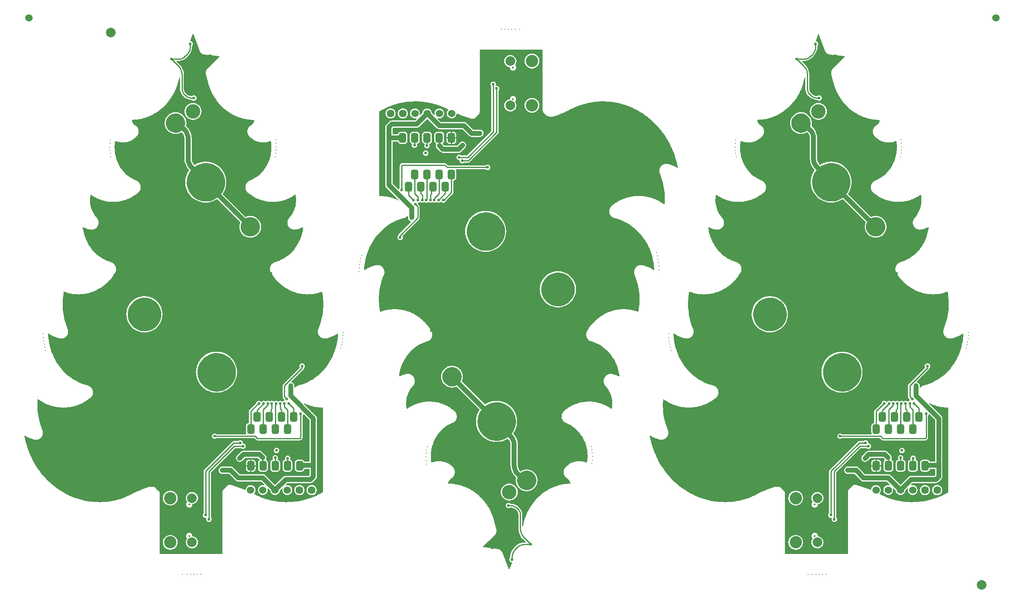
<source format=gbl>
G04*
G04 #@! TF.GenerationSoftware,Altium Limited,Altium Designer,21.2.2 (38)*
G04*
G04 Layer_Physical_Order=2*
G04 Layer_Color=16711680*
%FSLAX44Y44*%
%MOMM*%
G71*
G04*
G04 #@! TF.SameCoordinates,5FF3B01B-9308-42A9-B2BD-2142B56AF961*
G04*
G04*
G04 #@! TF.FilePolarity,Positive*
G04*
G01*
G75*
%ADD10C,0.2540*%
%ADD29C,1.0000*%
%ADD33C,2.0000*%
%ADD34C,1.5240*%
%ADD35C,2.5650*%
%ADD36C,0.4000*%
%ADD37C,1.6000*%
%ADD38C,3.0000*%
%ADD39C,0.3000*%
%ADD40C,0.6000*%
%ADD41C,1.0000*%
%ADD42C,2.0000*%
%ADD43C,4.0000*%
G04:AMPARAMS|DCode=44|XSize=2mm|YSize=1.5mm|CornerRadius=0.375mm|HoleSize=0mm|Usage=FLASHONLY|Rotation=90.000|XOffset=0mm|YOffset=0mm|HoleType=Round|Shape=RoundedRectangle|*
%AMROUNDEDRECTD44*
21,1,2.0000,0.7500,0,0,90.0*
21,1,1.2500,1.5000,0,0,90.0*
1,1,0.7500,0.3750,0.6250*
1,1,0.7500,0.3750,-0.6250*
1,1,0.7500,-0.3750,-0.6250*
1,1,0.7500,-0.3750,0.6250*
%
%ADD44ROUNDEDRECTD44*%
G36*
X2854681Y2532365D02*
X2854816Y2532116D01*
X2854903Y2531846D01*
X2855388Y2530817D01*
X2855710Y2530317D01*
X2855977Y2529786D01*
X2856606Y2528861D01*
X2857009Y2528408D01*
X2857364Y2527917D01*
X2858122Y2527113D01*
X2858606Y2526719D01*
X2859050Y2526280D01*
X2859923Y2525615D01*
X2859933Y2525609D01*
X2859942Y2525601D01*
X2860794Y2525117D01*
X2861647Y2524630D01*
X2861658Y2524627D01*
X2861669Y2524621D01*
X2862618Y2524374D01*
X2863567Y2524124D01*
X2863578Y2524125D01*
X2863590Y2524122D01*
X2895556Y2520154D01*
X2895957Y2518949D01*
X2871370Y2495307D01*
X2870819Y2494618D01*
X2870248Y2493944D01*
X2869819Y2493278D01*
X2869641Y2492900D01*
X2869407Y2492554D01*
X2869054Y2491846D01*
X2868921Y2491460D01*
X2868730Y2491099D01*
X2868454Y2490357D01*
X2868365Y2489965D01*
X2868215Y2489592D01*
X2868019Y2488824D01*
X2867972Y2488429D01*
X2867863Y2488047D01*
X2867748Y2487260D01*
X2867742Y2486863D01*
X2867674Y2486472D01*
X2867640Y2485674D01*
X2867675Y2485278D01*
X2867648Y2484881D01*
X2867699Y2484079D01*
X2867776Y2483684D01*
X2867791Y2483282D01*
X2867926Y2482484D01*
X2868028Y2482154D01*
X2868072Y2481812D01*
X2872346Y2465637D01*
X2872376Y2465564D01*
X2872388Y2465487D01*
X2873568Y2461365D01*
X2873629Y2461224D01*
X2873658Y2461073D01*
X2874991Y2457039D01*
X2875057Y2456900D01*
X2875092Y2456750D01*
X2876573Y2452809D01*
X2876646Y2452673D01*
X2876686Y2452524D01*
X2878311Y2448678D01*
X2878389Y2448545D01*
X2878436Y2448398D01*
X2880201Y2444650D01*
X2880284Y2444520D01*
X2880338Y2444374D01*
X2882238Y2440728D01*
X2882327Y2440601D01*
X2882386Y2440458D01*
X2884418Y2436917D01*
X2884512Y2436793D01*
X2884576Y2436652D01*
X2886736Y2433219D01*
X2886835Y2433099D01*
X2886906Y2432961D01*
X2889189Y2429638D01*
X2889293Y2429522D01*
X2889370Y2429387D01*
X2891772Y2426178D01*
X2891881Y2426067D01*
X2891963Y2425934D01*
X2894481Y2422843D01*
X2894595Y2422736D01*
X2894683Y2422606D01*
X2897311Y2419636D01*
X2897430Y2419533D01*
X2897523Y2419406D01*
X2900259Y2416560D01*
X2900382Y2416461D01*
X2900481Y2416338D01*
X2903320Y2413619D01*
X2903448Y2413525D01*
X2903553Y2413406D01*
X2906490Y2410817D01*
X2906622Y2410728D01*
X2906732Y2410612D01*
X2909764Y2408157D01*
X2909901Y2408073D01*
X2910016Y2407961D01*
X2913139Y2405643D01*
X2913280Y2405564D01*
X2913401Y2405457D01*
X2916609Y2403278D01*
X2916755Y2403205D01*
X2916881Y2403102D01*
X2920172Y2401067D01*
X2920322Y2400999D01*
X2920453Y2400901D01*
X2923822Y2399012D01*
X2923976Y2398951D01*
X2924112Y2398858D01*
X2927555Y2397118D01*
X2927712Y2397063D01*
X2927854Y2396975D01*
X2931367Y2395388D01*
X2931528Y2395339D01*
X2931674Y2395257D01*
X2935253Y2393826D01*
X2935417Y2393784D01*
X2935568Y2393708D01*
X2939209Y2392435D01*
X2939376Y2392401D01*
X2939531Y2392331D01*
X2943229Y2391221D01*
X2943399Y2391193D01*
X2943559Y2391130D01*
X2947310Y2390185D01*
X2947482Y2390165D01*
X2947646Y2390108D01*
X2951447Y2389332D01*
X2951620Y2389320D01*
X2951787Y2389271D01*
X2955633Y2388667D01*
X2955809Y2388662D01*
X2955979Y2388620D01*
X2959866Y2388191D01*
X2960042Y2388195D01*
X2960215Y2388161D01*
X2964139Y2387910D01*
X2964315Y2387922D01*
X2964491Y2387896D01*
X2967393Y2387844D01*
X2967984Y2387389D01*
X2968452Y2386567D01*
X2968278Y2385804D01*
X2967936Y2384682D01*
X2967520Y2383600D01*
X2967032Y2382562D01*
X2966477Y2381574D01*
X2965859Y2380640D01*
X2965182Y2379766D01*
X2964449Y2378956D01*
X2963666Y2378212D01*
X2962834Y2377538D01*
X2961956Y2376936D01*
X2960759Y2376252D01*
X2960018Y2375688D01*
X2959268Y2375135D01*
X2958251Y2374159D01*
X2957769Y2373556D01*
X2957253Y2372982D01*
X2956466Y2371839D01*
X2956133Y2371185D01*
X2955755Y2370555D01*
X2955205Y2369285D01*
X2955012Y2368609D01*
X2954767Y2367948D01*
X2954460Y2366596D01*
X2954396Y2365910D01*
X2954277Y2365231D01*
X2954218Y2363838D01*
X2954279Y2363149D01*
X2954285Y2362458D01*
X2954481Y2361066D01*
X2954670Y2360383D01*
X2954807Y2359688D01*
X2955263Y2358338D01*
X2955587Y2357679D01*
X2955865Y2356999D01*
X2956588Y2355734D01*
X2957139Y2355010D01*
X2957674Y2354274D01*
X2959776Y2352059D01*
X2960043Y2351842D01*
X2960269Y2351583D01*
X2962512Y2349610D01*
X2962800Y2349417D01*
X2963051Y2349178D01*
X2965417Y2347450D01*
X2965723Y2347283D01*
X2965996Y2347067D01*
X2968470Y2345586D01*
X2968791Y2345447D01*
X2969084Y2345256D01*
X2971650Y2344023D01*
X2971984Y2343914D01*
X2972293Y2343750D01*
X2974935Y2342769D01*
X2975278Y2342690D01*
X2975603Y2342555D01*
X2978304Y2341826D01*
X2978654Y2341780D01*
X2978990Y2341675D01*
X2981735Y2341201D01*
X2982088Y2341186D01*
X2982435Y2341113D01*
X2985206Y2340895D01*
X2985561Y2340914D01*
X2985913Y2340873D01*
X2988695Y2340914D01*
X2989048Y2340966D01*
X2989405Y2340957D01*
X2992181Y2341259D01*
X2992529Y2341344D01*
X2992886Y2341369D01*
X2995641Y2341933D01*
X2995980Y2342050D01*
X2996334Y2342110D01*
X2999051Y2342938D01*
X2999378Y2343087D01*
X2999725Y2343179D01*
X3001667Y2343978D01*
X3002599Y2343659D01*
X3002982Y2343373D01*
X3003089Y2343212D01*
X3003545Y2339957D01*
X3003881Y2336414D01*
X3004057Y2332882D01*
X3004077Y2329368D01*
X3003943Y2325874D01*
X3003657Y2322408D01*
X3003222Y2318973D01*
X3002641Y2315576D01*
X3001916Y2312222D01*
X3001049Y2308916D01*
X3000045Y2305665D01*
X2998904Y2302472D01*
X2997631Y2299344D01*
X2996228Y2296287D01*
X2994697Y2293305D01*
X2993042Y2290404D01*
X2991266Y2287590D01*
X2989372Y2284867D01*
X2987361Y2282241D01*
X2985240Y2279717D01*
X2983008Y2277300D01*
X2980669Y2274994D01*
X2978227Y2272805D01*
X2975683Y2270738D01*
X2973040Y2268796D01*
X2970301Y2266984D01*
X2967468Y2265307D01*
X2964542Y2263770D01*
X2961526Y2262377D01*
X2958238Y2261058D01*
X2957512Y2260650D01*
X2956768Y2260272D01*
X2956046Y2259778D01*
X2955679Y2259448D01*
X2955272Y2259169D01*
X2954633Y2258597D01*
X2954320Y2258232D01*
X2953960Y2257913D01*
X2953407Y2257274D01*
X2953151Y2256886D01*
X2952842Y2256536D01*
X2952375Y2255840D01*
X2952175Y2255437D01*
X2951920Y2255068D01*
X2951538Y2254324D01*
X2951392Y2253915D01*
X2951187Y2253532D01*
X2950894Y2252750D01*
X2950798Y2252339D01*
X2950641Y2251946D01*
X2950435Y2251136D01*
X2950386Y2250725D01*
X2950275Y2250325D01*
X2950158Y2249496D01*
X2950154Y2249086D01*
X2950088Y2248680D01*
X2950060Y2247842D01*
X2950101Y2247432D01*
X2950078Y2247021D01*
X2950142Y2246184D01*
X2950227Y2245775D01*
X2950250Y2245358D01*
X2950405Y2244531D01*
X2950538Y2244125D01*
X2950609Y2243703D01*
X2950856Y2242896D01*
X2951039Y2242496D01*
X2951161Y2242073D01*
X2951502Y2241296D01*
X2951737Y2240907D01*
X2951914Y2240489D01*
X2952349Y2239751D01*
X2952638Y2239381D01*
X2952872Y2238975D01*
X2953401Y2238286D01*
X2953741Y2237947D01*
X2954032Y2237565D01*
X2954657Y2236935D01*
X2954966Y2236696D01*
X2955232Y2236412D01*
X2957880Y2234238D01*
X2958025Y2234148D01*
X2958147Y2234029D01*
X2960859Y2231998D01*
X2961008Y2231914D01*
X2961136Y2231800D01*
X2963907Y2229912D01*
X2964060Y2229835D01*
X2964193Y2229726D01*
X2967021Y2227981D01*
X2967178Y2227910D01*
X2967316Y2227808D01*
X2970194Y2226205D01*
X2970354Y2226141D01*
X2970497Y2226044D01*
X2973421Y2224584D01*
X2973584Y2224528D01*
X2973731Y2224438D01*
X2976699Y2223120D01*
X2976864Y2223071D01*
X2977015Y2222987D01*
X2980020Y2221812D01*
X2980188Y2221770D01*
X2980343Y2221694D01*
X2983381Y2220661D01*
X2983550Y2220627D01*
X2983708Y2220557D01*
X2986776Y2219666D01*
X2986947Y2219640D01*
X2987108Y2219578D01*
X2990201Y2218829D01*
X2990372Y2218811D01*
X2990536Y2218756D01*
X2993649Y2218150D01*
X2993821Y2218139D01*
X2993987Y2218092D01*
X2997116Y2217628D01*
X2997289Y2217625D01*
X2997456Y2217585D01*
X3000598Y2217263D01*
X3000770Y2217268D01*
X3000939Y2217236D01*
X3004088Y2217056D01*
X3004260Y2217068D01*
X3004430Y2217044D01*
X3007581Y2217006D01*
X3007753Y2217026D01*
X3007924Y2217009D01*
X3011075Y2217114D01*
X3011245Y2217142D01*
X3011417Y2217133D01*
X3014561Y2217379D01*
X3014730Y2217415D01*
X3014902Y2217413D01*
X3018037Y2217801D01*
X3018204Y2217845D01*
X3018376Y2217851D01*
X3021496Y2218381D01*
X3021661Y2218432D01*
X3021833Y2218446D01*
X3024934Y2219118D01*
X3025096Y2219176D01*
X3025267Y2219198D01*
X3028346Y2220012D01*
X3028505Y2220077D01*
X3028675Y2220107D01*
X3031726Y2221062D01*
X3031882Y2221135D01*
X3032051Y2221172D01*
X3035070Y2222269D01*
X3035223Y2222349D01*
X3035389Y2222393D01*
X3038372Y2223632D01*
X3038521Y2223719D01*
X3038686Y2223771D01*
X3041628Y2225151D01*
X3041773Y2225244D01*
X3041935Y2225303D01*
X3044832Y2226826D01*
X3044973Y2226925D01*
X3045132Y2226991D01*
X3047980Y2228655D01*
X3048116Y2228760D01*
X3048271Y2228833D01*
X3051066Y2230638D01*
X3051196Y2230749D01*
X3051347Y2230829D01*
X3052955Y2231973D01*
X3054343Y2231402D01*
X3054805Y2228754D01*
X3055200Y2225014D01*
X3055345Y2221269D01*
X3055241Y2217535D01*
X3054893Y2213828D01*
X3054302Y2210162D01*
X3053473Y2206554D01*
X3052409Y2203019D01*
X3051114Y2199573D01*
X3049591Y2196231D01*
X3047846Y2193008D01*
X3045845Y2189859D01*
X3044820Y2188421D01*
X3043703Y2186968D01*
X3042534Y2185555D01*
X3041218Y2184078D01*
X3041052Y2183833D01*
X3040844Y2183623D01*
X3040145Y2182705D01*
X3039853Y2182195D01*
X3039509Y2181719D01*
X3038981Y2180744D01*
X3038775Y2180205D01*
X3038510Y2179691D01*
X3038147Y2178676D01*
X3038028Y2178129D01*
X3037848Y2177598D01*
X3037641Y2176561D01*
X3037606Y2176022D01*
X3037506Y2175491D01*
X3037448Y2174448D01*
X3037488Y2173929D01*
X3037462Y2173408D01*
X3037547Y2172376D01*
X3037655Y2171880D01*
X3037697Y2171374D01*
X3037917Y2170370D01*
X3038087Y2169898D01*
X3038195Y2169408D01*
X3038542Y2168448D01*
X3038774Y2168000D01*
X3038947Y2167525D01*
X3039414Y2166627D01*
X3039711Y2166203D01*
X3039952Y2165745D01*
X3040533Y2164924D01*
X3040899Y2164529D01*
X3041215Y2164091D01*
X3041901Y2163366D01*
X3042342Y2163008D01*
X3042740Y2162602D01*
X3043524Y2161988D01*
X3044042Y2161683D01*
X3044524Y2161326D01*
X3045399Y2160841D01*
X3045985Y2160610D01*
X3046546Y2160325D01*
X3047505Y2159985D01*
X3048139Y2159850D01*
X3048759Y2159658D01*
X3049794Y2159480D01*
X3050444Y2159455D01*
X3051089Y2159371D01*
X3052193Y2159372D01*
X3052943Y2159472D01*
X3053696Y2159524D01*
X3056559Y2160105D01*
X3056749Y2160170D01*
X3056949Y2160195D01*
X3059775Y2160925D01*
X3059961Y2160999D01*
X3060157Y2161034D01*
X3062943Y2161911D01*
X3063122Y2161994D01*
X3063316Y2162039D01*
X3066056Y2163060D01*
X3066230Y2163153D01*
X3066420Y2163207D01*
X3069033Y2164338D01*
X3069707Y2164081D01*
X3069765Y2164053D01*
X3070234Y2163651D01*
X3070128Y2162708D01*
X3069595Y2159174D01*
X3068930Y2155686D01*
X3068136Y2152248D01*
X3067217Y2148863D01*
X3066174Y2145534D01*
X3065011Y2142266D01*
X3063730Y2139061D01*
X3062334Y2135924D01*
X3060825Y2132856D01*
X3059207Y2129863D01*
X3057481Y2126949D01*
X3055651Y2124114D01*
X3053720Y2121365D01*
X3051690Y2118703D01*
X3049565Y2116134D01*
X3047346Y2113659D01*
X3045037Y2111283D01*
X3042640Y2109008D01*
X3040159Y2106839D01*
X3037596Y2104777D01*
X3034953Y2102827D01*
X3032233Y2100992D01*
X3029439Y2099274D01*
X3026573Y2097677D01*
X3023637Y2096204D01*
X3020635Y2094857D01*
X3017567Y2093641D01*
X3014436Y2092558D01*
X3011080Y2091562D01*
X3010707Y2091396D01*
X3010314Y2091289D01*
X3009655Y2091014D01*
X3009289Y2090802D01*
X3008895Y2090646D01*
X3008280Y2090305D01*
X3007787Y2089939D01*
X3007259Y2089625D01*
X3006168Y2088765D01*
X3005623Y2088205D01*
X3005047Y2087676D01*
X3004157Y2086612D01*
X3003760Y2085986D01*
X3003321Y2085388D01*
X3002650Y2084164D01*
X3002390Y2083496D01*
X3002083Y2082849D01*
X3001648Y2081506D01*
X3001519Y2080807D01*
X3001339Y2080120D01*
X3001159Y2078701D01*
X3001163Y2077980D01*
X3001114Y2077260D01*
X3001207Y2075806D01*
X3001314Y2075263D01*
X3001357Y2074712D01*
X3001512Y2073985D01*
X3001638Y2073629D01*
X3001704Y2073257D01*
X3001934Y2072536D01*
X3002302Y2071752D01*
X3002644Y2070956D01*
X3004702Y2067495D01*
X3004807Y2067362D01*
X3004881Y2067209D01*
X3007064Y2063883D01*
X3007175Y2063754D01*
X3007256Y2063604D01*
X3009560Y2060413D01*
X3009677Y2060289D01*
X3009764Y2060142D01*
X3012183Y2057089D01*
X3012306Y2056970D01*
X3012401Y2056827D01*
X3014929Y2053913D01*
X3015057Y2053799D01*
X3015158Y2053660D01*
X3017792Y2050888D01*
X3017925Y2050780D01*
X3018033Y2050645D01*
X3020765Y2048015D01*
X3020904Y2047913D01*
X3021018Y2047783D01*
X3023845Y2045299D01*
X3023989Y2045202D01*
X3024108Y2045078D01*
X3027024Y2042740D01*
X3027173Y2042650D01*
X3027298Y2042530D01*
X3030298Y2040340D01*
X3030450Y2040257D01*
X3030581Y2040143D01*
X3033660Y2038104D01*
X3033816Y2038027D01*
X3033953Y2037919D01*
X3037105Y2036032D01*
X3037265Y2035962D01*
X3037407Y2035860D01*
X3040627Y2034126D01*
X3040791Y2034064D01*
X3040938Y2033968D01*
X3044221Y2032390D01*
X3044388Y2032336D01*
X3044539Y2032246D01*
X3047881Y2030826D01*
X3048051Y2030778D01*
X3048207Y2030696D01*
X3051601Y2029434D01*
X3051774Y2029395D01*
X3051934Y2029319D01*
X3055376Y2028219D01*
X3055551Y2028187D01*
X3055715Y2028119D01*
X3059199Y2027181D01*
X3059377Y2027158D01*
X3059545Y2027097D01*
X3063065Y2026324D01*
X3063245Y2026309D01*
X3063416Y2026256D01*
X3066969Y2025649D01*
X3067150Y2025642D01*
X3067325Y2025597D01*
X3070904Y2025159D01*
X3071086Y2025160D01*
X3071263Y2025123D01*
X3074865Y2024855D01*
X3075047Y2024865D01*
X3075227Y2024837D01*
X3078844Y2024740D01*
X3079026Y2024759D01*
X3079208Y2024739D01*
X3082837Y2024816D01*
X3083019Y2024844D01*
X3083203Y2024832D01*
X3086837Y2025085D01*
X3087018Y2025121D01*
X3087202Y2025119D01*
X3090838Y2025549D01*
X3091017Y2025594D01*
X3091202Y2025601D01*
X3094833Y2026209D01*
X3095011Y2026263D01*
X3095196Y2026279D01*
X3098817Y2027068D01*
X3098992Y2027131D01*
X3099176Y2027156D01*
X3102783Y2028127D01*
X3102955Y2028199D01*
X3103138Y2028232D01*
X3106724Y2029388D01*
X3106892Y2029468D01*
X3107073Y2029510D01*
X3108547Y2030066D01*
X3109854Y2029201D01*
X3110604Y2024755D01*
X3111279Y2019531D01*
X3111749Y2014291D01*
X3112015Y2009043D01*
X3112079Y2003794D01*
X3111940Y1998551D01*
X3111599Y1993322D01*
X3111057Y1988114D01*
X3110315Y1982932D01*
X3109372Y1977786D01*
X3108231Y1972681D01*
X3106890Y1967625D01*
X3105352Y1962625D01*
X3103617Y1957689D01*
X3101630Y1952680D01*
X3101536Y1952307D01*
X3101383Y1951953D01*
X3101119Y1951026D01*
X3101051Y1950559D01*
X3100919Y1950107D01*
X3100776Y1949182D01*
X3100766Y1948716D01*
X3100691Y1948255D01*
X3100663Y1947343D01*
X3100709Y1946885D01*
X3100690Y1946426D01*
X3100771Y1945533D01*
X3100870Y1945092D01*
X3100905Y1944641D01*
X3101089Y1943777D01*
X3101237Y1943356D01*
X3101324Y1942917D01*
X3101603Y1942092D01*
X3101800Y1941693D01*
X3101936Y1941270D01*
X3102305Y1940492D01*
X3102547Y1940118D01*
X3102733Y1939712D01*
X3103186Y1938989D01*
X3103474Y1938642D01*
X3103708Y1938256D01*
X3104239Y1937598D01*
X3104573Y1937279D01*
X3104860Y1936917D01*
X3105462Y1936331D01*
X3105844Y1936047D01*
X3106183Y1935713D01*
X3106850Y1935210D01*
X3107279Y1934967D01*
X3107673Y1934669D01*
X3108399Y1934256D01*
X3108873Y1934064D01*
X3109319Y1933813D01*
X3110099Y1933499D01*
X3110610Y1933367D01*
X3111102Y1933174D01*
X3111928Y1932969D01*
X3112465Y1932908D01*
X3112990Y1932784D01*
X3113857Y1932695D01*
X3114401Y1932711D01*
X3114943Y1932662D01*
X3115844Y1932699D01*
X3116446Y1932804D01*
X3117055Y1932847D01*
X3119088Y1933262D01*
X3119228Y1933311D01*
X3119376Y1933327D01*
X3121388Y1933821D01*
X3121526Y1933874D01*
X3121672Y1933896D01*
X3123661Y1934467D01*
X3123797Y1934525D01*
X3123942Y1934553D01*
X3125907Y1935199D01*
X3126039Y1935263D01*
X3126183Y1935295D01*
X3128123Y1936017D01*
X3128252Y1936085D01*
X3128393Y1936123D01*
X3130305Y1936919D01*
X3130431Y1936992D01*
X3130570Y1937035D01*
X3132453Y1937903D01*
X3132575Y1937981D01*
X3132712Y1938029D01*
X3134564Y1938970D01*
X3134683Y1939051D01*
X3134817Y1939104D01*
X3136636Y1940116D01*
X3136752Y1940202D01*
X3136883Y1940260D01*
X3138668Y1941342D01*
X3138779Y1941432D01*
X3138908Y1941494D01*
X3140656Y1942646D01*
X3140764Y1942739D01*
X3140889Y1942806D01*
X3141476Y1943224D01*
X3142672Y1942623D01*
X3142730Y1942559D01*
X3142405Y1937414D01*
X3141869Y1932289D01*
X3141128Y1927227D01*
X3140187Y1922231D01*
X3139051Y1917310D01*
X3137722Y1912466D01*
X3136206Y1907707D01*
X3134506Y1903038D01*
X3132628Y1898466D01*
X3130574Y1893995D01*
X3128349Y1889632D01*
X3125958Y1885383D01*
X3123405Y1881253D01*
X3120694Y1877249D01*
X3117830Y1873375D01*
X3114817Y1869638D01*
X3111659Y1866044D01*
X3108361Y1862597D01*
X3104928Y1859305D01*
X3101363Y1856171D01*
X3097670Y1853202D01*
X3093855Y1850403D01*
X3089920Y1847779D01*
X3085871Y1845336D01*
X3081710Y1843078D01*
X3077442Y1841012D01*
X3073070Y1839142D01*
X3068599Y1837474D01*
X3064030Y1836013D01*
X3059193Y1834716D01*
X3058614Y1834477D01*
X3058014Y1834294D01*
X3057207Y1833927D01*
X3056768Y1833654D01*
X3056300Y1833438D01*
X3055567Y1832977D01*
X3055179Y1832655D01*
X3054753Y1832385D01*
X3054098Y1831840D01*
X3053767Y1831481D01*
X3053391Y1831169D01*
X3052964Y1830709D01*
X3052357Y1830800D01*
X3051694Y1831163D01*
Y1831470D01*
X3051497Y1832970D01*
X3051694Y1834470D01*
X3051435Y1836438D01*
X3050675Y1838273D01*
X3049467Y1839848D01*
X3047892Y1841056D01*
X3046057Y1841816D01*
X3045600Y1841876D01*
X3045192Y1843079D01*
X3070417Y1868304D01*
X3071259Y1869564D01*
X3071554Y1871051D01*
Y1871075D01*
X3071939Y1871332D01*
X3073163Y1873165D01*
X3073594Y1875326D01*
X3073163Y1877488D01*
X3071939Y1879320D01*
X3070107Y1880545D01*
X3067945Y1880975D01*
X3065783Y1880545D01*
X3063951Y1879320D01*
X3062726Y1877488D01*
X3062296Y1875326D01*
X3062726Y1873165D01*
X3063353Y1872227D01*
X3028342Y1837217D01*
X3027500Y1835957D01*
X3027204Y1834470D01*
Y1811470D01*
X3027500Y1809984D01*
X3028342Y1808723D01*
X3030466Y1806599D01*
X3030440Y1806470D01*
X3030870Y1804308D01*
X3030250Y1802952D01*
X3028928Y1802689D01*
X3027095Y1801464D01*
X3026083D01*
X3024251Y1802689D01*
X3022089Y1803119D01*
X3019927Y1802689D01*
X3018936Y1802026D01*
X3017690Y1801606D01*
X3015857Y1802830D01*
X3013695Y1803260D01*
X3011534Y1802830D01*
X3009701Y1801606D01*
X3009607Y1801464D01*
X3009083D01*
X3007251Y1802689D01*
X3005089Y1803119D01*
X3002928Y1802689D01*
X3001095Y1801464D01*
X3001083D01*
X2999251Y1802689D01*
X2997089Y1803119D01*
X2994927Y1802689D01*
X2993095Y1801464D01*
X2992083D01*
X2990251Y1802689D01*
X2988089Y1803119D01*
X2985927Y1802689D01*
X2984095Y1801464D01*
X2983745Y1800941D01*
X2982475D01*
X2982083Y1801528D01*
X2980251Y1802752D01*
X2978089Y1803182D01*
X2975927Y1802752D01*
X2974095Y1801528D01*
X2972870Y1799695D01*
X2972635Y1798509D01*
X2958442Y1784317D01*
X2957600Y1783057D01*
X2957304Y1781570D01*
Y1756707D01*
X2954985Y1756245D01*
X2952904Y1754855D01*
X2951514Y1752774D01*
X2951026Y1750320D01*
Y1737820D01*
X2951514Y1735366D01*
X2952109Y1734475D01*
X2951511Y1733355D01*
X2890156D01*
X2890083Y1733464D01*
X2888251Y1734689D01*
X2886089Y1735119D01*
X2883928Y1734689D01*
X2882095Y1733464D01*
X2880870Y1731632D01*
X2880440Y1729470D01*
X2880870Y1727309D01*
X2882095Y1725476D01*
X2883928Y1724252D01*
X2886089Y1723822D01*
X2888251Y1724252D01*
X2890083Y1725476D01*
X2890156Y1725585D01*
X2968480D01*
X2972342Y1721723D01*
X2973603Y1720881D01*
X2975089Y1720585D01*
X3063505D01*
X3064991Y1720881D01*
X3066251Y1721723D01*
X3067739Y1723211D01*
X3068581Y1724471D01*
X3068877Y1725958D01*
Y1772174D01*
X3068987Y1772247D01*
X3070211Y1774080D01*
X3070365Y1774855D01*
X3071581Y1775224D01*
X3083484Y1763320D01*
Y1676075D01*
X3072563D01*
X3072464Y1676574D01*
X3071074Y1678655D01*
X3068993Y1680045D01*
X3066539Y1680533D01*
X3059039D01*
X3056585Y1680045D01*
X3054504Y1678655D01*
X3053114Y1676574D01*
X3052626Y1674120D01*
Y1661620D01*
X3053114Y1659166D01*
X3054504Y1657085D01*
X3056585Y1655695D01*
X3059039Y1655207D01*
X3066539D01*
X3068993Y1655695D01*
X3071074Y1657085D01*
X3072464Y1659166D01*
X3072802Y1660865D01*
X3083484D01*
Y1648478D01*
X3082081Y1647075D01*
X3033929D01*
X3031961Y1646816D01*
X3030127Y1646056D01*
X3028552Y1644848D01*
X3011695Y1627991D01*
X2991839Y1647848D01*
X2990264Y1649056D01*
X2988429Y1649816D01*
X2986461Y1650075D01*
X2938356D01*
X2924590Y1663841D01*
X2923015Y1665050D01*
X2921181Y1665810D01*
X2919212Y1666069D01*
X2902127D01*
X2900159Y1665810D01*
X2898325Y1665050D01*
X2896750Y1663841D01*
X2895541Y1662266D01*
X2894781Y1660432D01*
X2894522Y1658464D01*
X2894781Y1656495D01*
X2895541Y1654661D01*
X2896750Y1653086D01*
X2898325Y1651877D01*
X2900159Y1651118D01*
X2902127Y1650859D01*
X2916062D01*
X2929828Y1637092D01*
X2931404Y1635884D01*
X2932163Y1635569D01*
X2933238Y1635124D01*
X2935206Y1634865D01*
X2983311D01*
X2990175Y1628000D01*
X2989456Y1626924D01*
X2988947Y1627135D01*
X2986295Y1627484D01*
X2983643Y1627135D01*
X2981171Y1626111D01*
X2979049Y1624482D01*
X2977420Y1622360D01*
X2976396Y1619888D01*
X2976047Y1617236D01*
X2976396Y1614584D01*
X2977420Y1612112D01*
X2979049Y1609990D01*
X2981171Y1608361D01*
X2983643Y1607337D01*
X2986295Y1606988D01*
X2988947Y1607337D01*
X2991419Y1608361D01*
X2993541Y1609990D01*
X2995170Y1612112D01*
X2996194Y1614584D01*
X2996543Y1617236D01*
X2996194Y1619888D01*
X2995983Y1620397D01*
X2997060Y1621116D01*
X3001524Y1616652D01*
X3001797Y1614584D01*
X3002820Y1612112D01*
X3004449Y1609990D01*
X3006571Y1608361D01*
X3009043Y1607337D01*
X3011695Y1606988D01*
X3014348Y1607337D01*
X3016819Y1608361D01*
X3018941Y1609990D01*
X3020570Y1612112D01*
X3021594Y1614584D01*
X3021866Y1616652D01*
X3026331Y1621116D01*
X3027407Y1620397D01*
X3027197Y1619888D01*
X3026848Y1617236D01*
X3027197Y1614584D01*
X3028220Y1612112D01*
X3029849Y1609990D01*
X3031971Y1608361D01*
X3034443Y1607337D01*
X3037095Y1606988D01*
X3039747Y1607337D01*
X3042219Y1608361D01*
X3044341Y1609990D01*
X3045970Y1612112D01*
X3046994Y1614584D01*
X3047343Y1617236D01*
X3046994Y1619888D01*
X3045970Y1622360D01*
X3044341Y1624482D01*
X3042219Y1626111D01*
X3039747Y1627135D01*
X3037095Y1627484D01*
X3034443Y1627135D01*
X3033934Y1626924D01*
X3033215Y1628000D01*
X3037079Y1631865D01*
X3085231D01*
X3087199Y1632124D01*
X3089034Y1632884D01*
X3090609Y1634093D01*
X3096467Y1639950D01*
X3097675Y1641525D01*
X3097990Y1642285D01*
X3098435Y1643360D01*
X3098694Y1645328D01*
Y1668470D01*
Y1766470D01*
X3098435Y1768438D01*
X3097675Y1770273D01*
X3096467Y1771848D01*
X3071294Y1797021D01*
X3072039Y1798071D01*
X3074214Y1797023D01*
X3074377Y1796969D01*
X3074523Y1796882D01*
X3077867Y1795451D01*
X3078032Y1795405D01*
X3078182Y1795324D01*
X3081566Y1794051D01*
X3081733Y1794012D01*
X3081887Y1793938D01*
X3085306Y1792824D01*
X3085475Y1792793D01*
X3085632Y1792726D01*
X3089082Y1791770D01*
X3089251Y1791746D01*
X3089411Y1791686D01*
X3092887Y1790889D01*
X3093057Y1790872D01*
X3093220Y1790820D01*
X3096717Y1790180D01*
X3096887Y1790172D01*
X3097052Y1790126D01*
X3100565Y1789645D01*
X3100736Y1789644D01*
X3100903Y1789606D01*
X3104427Y1789283D01*
X3104598Y1789289D01*
X3104766Y1789259D01*
X3108297Y1789093D01*
X3108467Y1789107D01*
X3108636Y1789085D01*
X3111089Y1789079D01*
Y1612746D01*
X3109824Y1612001D01*
X3105739Y1609756D01*
X3101596Y1607638D01*
X3097400Y1605648D01*
X3093153Y1603788D01*
X3088857Y1602060D01*
X3084517Y1600466D01*
X3080133Y1599006D01*
X3075710Y1597682D01*
X3071250Y1596495D01*
X3066756Y1595448D01*
X3062229Y1594542D01*
X3057675Y1593778D01*
X3053095Y1593157D01*
X3048491Y1592681D01*
X3043866Y1592353D01*
X3039223Y1592172D01*
X3034566Y1592141D01*
X3029893Y1592262D01*
X3025213Y1592535D01*
X3020523Y1592962D01*
X3015829Y1593546D01*
X3011132Y1594288D01*
X3006435Y1595188D01*
X3001740Y1596250D01*
X2997049Y1597475D01*
X2992366Y1598864D01*
X2987692Y1600420D01*
X2983031Y1602144D01*
X2978384Y1604039D01*
X2973755Y1606106D01*
X2969146Y1608346D01*
X2968359Y1608761D01*
X2968317Y1610218D01*
X2969770Y1612112D01*
X2970793Y1614584D01*
X2971143Y1617236D01*
X2970793Y1619888D01*
X2969770Y1622360D01*
X2968141Y1624482D01*
X2966019Y1626111D01*
X2963547Y1627135D01*
X2960895Y1627484D01*
X2958243Y1627135D01*
X2955771Y1626111D01*
X2953649Y1624482D01*
X2952020Y1622360D01*
X2950997Y1619888D01*
X2950806Y1618438D01*
X2949985Y1617770D01*
X2949966Y1617760D01*
X2949542Y1617632D01*
X2949421Y1617651D01*
X2942271Y1620542D01*
X2942166Y1620569D01*
X2942071Y1620620D01*
X2934778Y1623332D01*
X2934672Y1623356D01*
X2934575Y1623404D01*
X2927224Y1625903D01*
X2927117Y1625924D01*
X2927018Y1625970D01*
X2919612Y1628256D01*
X2919470Y1628280D01*
X2919337Y1628335D01*
X2918494Y1628446D01*
X2917655Y1628589D01*
X2917511Y1628575D01*
X2917369Y1628594D01*
X2916526Y1628483D01*
X2915678Y1628404D01*
X2915543Y1628354D01*
X2915400Y1628335D01*
X2914614Y1628009D01*
X2913817Y1627714D01*
X2913699Y1627630D01*
X2913566Y1627575D01*
X2912891Y1627057D01*
X2912197Y1626565D01*
X2912105Y1626454D01*
X2911991Y1626367D01*
X2904712Y1619087D01*
X2903503Y1617512D01*
X2902743Y1615678D01*
X2902484Y1613710D01*
Y1484470D01*
X2771694D01*
Y1610470D01*
X2771435Y1612438D01*
X2770675Y1614273D01*
X2769467Y1615848D01*
X2763734Y1621581D01*
X2762159Y1622789D01*
X2760324Y1623549D01*
X2758356Y1623808D01*
X2750191D01*
X2749834Y1623761D01*
X2749475Y1623774D01*
X2748854Y1623632D01*
X2748222Y1623549D01*
X2747890Y1623411D01*
X2747540Y1623331D01*
X2740247Y1620619D01*
X2740151Y1620569D01*
X2740046Y1620542D01*
X2732816Y1617618D01*
X2732722Y1617565D01*
X2732618Y1617535D01*
X2725454Y1614401D01*
X2725362Y1614346D01*
X2725260Y1614313D01*
X2718167Y1610970D01*
X2718024Y1610878D01*
X2717865Y1610819D01*
X2713168Y1608345D01*
X2708557Y1606104D01*
X2703926Y1604037D01*
X2699279Y1602142D01*
X2694617Y1600418D01*
X2689942Y1598862D01*
X2685258Y1597472D01*
X2680566Y1596247D01*
X2675870Y1595186D01*
X2671172Y1594285D01*
X2666475Y1593543D01*
X2661779Y1592960D01*
X2657089Y1592532D01*
X2652407Y1592259D01*
X2647735Y1592139D01*
X2643076Y1592171D01*
X2638432Y1592352D01*
X2633808Y1592681D01*
X2629203Y1593157D01*
X2624621Y1593778D01*
X2620067Y1594542D01*
X2615540Y1595449D01*
X2611045Y1596497D01*
X2606585Y1597684D01*
X2602161Y1599008D01*
X2597777Y1600469D01*
X2593436Y1602065D01*
X2589140Y1603793D01*
X2584893Y1605653D01*
X2580695Y1607644D01*
X2576553Y1609763D01*
X2572467Y1612009D01*
X2568441Y1614381D01*
X2564476Y1616877D01*
X2560577Y1619496D01*
X2556747Y1622235D01*
X2552988Y1625093D01*
X2549302Y1628070D01*
X2545693Y1631163D01*
X2542164Y1634371D01*
X2538716Y1637692D01*
X2535355Y1641125D01*
X2532081Y1644667D01*
X2528899Y1648317D01*
X2525810Y1652076D01*
X2522818Y1655939D01*
X2519926Y1659906D01*
X2517136Y1663976D01*
X2514451Y1668146D01*
X2511874Y1672415D01*
X2509408Y1676783D01*
X2507055Y1681246D01*
X2504819Y1685805D01*
X2502703Y1690456D01*
X2500708Y1695200D01*
X2498839Y1700033D01*
X2497097Y1704956D01*
X2495486Y1709966D01*
X2494009Y1715063D01*
X2492668Y1720242D01*
X2491467Y1725507D01*
X2490635Y1729702D01*
X2491493Y1730377D01*
X2491775Y1730486D01*
X2491924Y1730413D01*
X2492135Y1730254D01*
X2495491Y1728351D01*
X2495738Y1728251D01*
X2495961Y1728106D01*
X2499426Y1726447D01*
X2499681Y1726364D01*
X2499916Y1726234D01*
X2503479Y1724827D01*
X2503742Y1724761D01*
X2503987Y1724647D01*
X2507637Y1723497D01*
X2507905Y1723450D01*
X2508159Y1723352D01*
X2511884Y1722464D01*
X2512186Y1722433D01*
X2512476Y1722348D01*
X2513399Y1722204D01*
X2513966Y1722191D01*
X2514528Y1722113D01*
X2515426Y1722108D01*
X2515987Y1722179D01*
X2516553Y1722186D01*
X2517419Y1722311D01*
X2517952Y1722461D01*
X2518499Y1722548D01*
X2519325Y1722793D01*
X2519815Y1723011D01*
X2520327Y1723169D01*
X2521105Y1723526D01*
X2521543Y1723800D01*
X2522011Y1724017D01*
X2522734Y1724476D01*
X2523115Y1724794D01*
X2523534Y1725060D01*
X2524195Y1725612D01*
X2524520Y1725965D01*
X2524891Y1726271D01*
X2525481Y1726906D01*
X2525753Y1727288D01*
X2526074Y1727629D01*
X2526588Y1728338D01*
X2526807Y1728745D01*
X2527081Y1729117D01*
X2527509Y1729892D01*
X2527678Y1730320D01*
X2527904Y1730721D01*
X2528240Y1731552D01*
X2528356Y1732000D01*
X2528533Y1732427D01*
X2528769Y1733305D01*
X2528831Y1733770D01*
X2528956Y1734222D01*
X2529084Y1735138D01*
X2529088Y1735614D01*
X2529157Y1736085D01*
X2529171Y1737029D01*
X2529115Y1737509D01*
X2529124Y1737992D01*
X2529015Y1738955D01*
X2528897Y1739428D01*
X2528844Y1739913D01*
X2528605Y1740886D01*
X2528411Y1741386D01*
X2528278Y1741906D01*
X2526495Y1746351D01*
X2524918Y1750728D01*
X2523495Y1755157D01*
X2522228Y1759635D01*
X2521117Y1764157D01*
X2520164Y1768717D01*
X2519368Y1773310D01*
X2518730Y1777931D01*
X2518252Y1782576D01*
X2517933Y1787238D01*
X2517775Y1791914D01*
X2517778Y1796597D01*
X2517942Y1801284D01*
X2518251Y1805715D01*
X2518784Y1806106D01*
X2519583Y1806320D01*
X2521676Y1804812D01*
X2521826Y1804731D01*
X2521954Y1804621D01*
X2525080Y1802572D01*
X2525233Y1802499D01*
X2525367Y1802393D01*
X2528553Y1800502D01*
X2528710Y1800435D01*
X2528848Y1800336D01*
X2532091Y1798602D01*
X2532250Y1798542D01*
X2532393Y1798449D01*
X2535687Y1796873D01*
X2535849Y1796820D01*
X2535996Y1796733D01*
X2539336Y1795314D01*
X2539501Y1795268D01*
X2539652Y1795188D01*
X2543033Y1793927D01*
X2543199Y1793889D01*
X2543354Y1793815D01*
X2546772Y1792712D01*
X2546940Y1792681D01*
X2547098Y1792614D01*
X2550547Y1791669D01*
X2550717Y1791645D01*
X2550877Y1791586D01*
X2554354Y1790798D01*
X2554524Y1790782D01*
X2554687Y1790730D01*
X2558186Y1790100D01*
X2558357Y1790092D01*
X2558522Y1790048D01*
X2562038Y1789576D01*
X2562209Y1789575D01*
X2562376Y1789538D01*
X2565905Y1789224D01*
X2566076Y1789232D01*
X2566245Y1789202D01*
X2569781Y1789046D01*
X2569951Y1789061D01*
X2570121Y1789039D01*
X2573661Y1789042D01*
X2573830Y1789065D01*
X2574001Y1789050D01*
X2577538Y1789212D01*
X2577707Y1789242D01*
X2577878Y1789235D01*
X2581409Y1789555D01*
X2581576Y1789593D01*
X2581747Y1789594D01*
X2585266Y1790072D01*
X2585432Y1790118D01*
X2585603Y1790126D01*
X2589106Y1790764D01*
X2589269Y1790816D01*
X2589440Y1790833D01*
X2592921Y1791629D01*
X2593082Y1791689D01*
X2593252Y1791713D01*
X2596708Y1792668D01*
X2596866Y1792735D01*
X2597035Y1792767D01*
X2600459Y1793882D01*
X2600614Y1793956D01*
X2600781Y1793995D01*
X2604170Y1795269D01*
X2604322Y1795350D01*
X2604487Y1795396D01*
X2607835Y1796830D01*
X2607983Y1796917D01*
X2608146Y1796971D01*
X2611449Y1798564D01*
X2611592Y1798658D01*
X2611753Y1798719D01*
X2615005Y1800471D01*
X2615144Y1800571D01*
X2615302Y1800639D01*
X2618499Y1802551D01*
X2618633Y1802657D01*
X2618787Y1802732D01*
X2621925Y1804804D01*
X2622054Y1804915D01*
X2622203Y1804997D01*
X2625277Y1807229D01*
X2625400Y1807345D01*
X2625546Y1807433D01*
X2628550Y1809824D01*
X2629205Y1810504D01*
X2629869Y1811174D01*
X2630425Y1811906D01*
X2630663Y1812323D01*
X2630955Y1812703D01*
X2631404Y1813481D01*
X2631584Y1813914D01*
X2631821Y1814318D01*
X2632166Y1815132D01*
X2632287Y1815571D01*
X2632470Y1815989D01*
X2632712Y1816828D01*
X2632778Y1817265D01*
X2632907Y1817688D01*
X2633049Y1818543D01*
X2633064Y1818974D01*
X2633142Y1819398D01*
X2633187Y1820258D01*
X2633153Y1820680D01*
X2633184Y1821101D01*
X2633133Y1821958D01*
X2633054Y1822369D01*
X2633038Y1822787D01*
X2632895Y1823629D01*
X2632771Y1824030D01*
X2632709Y1824445D01*
X2632474Y1825263D01*
X2632305Y1825653D01*
X2632196Y1826064D01*
X2631873Y1826847D01*
X2631656Y1827225D01*
X2631497Y1827631D01*
X2631088Y1828370D01*
X2630821Y1828733D01*
X2630607Y1829130D01*
X2630115Y1829815D01*
X2629794Y1830157D01*
X2629524Y1830539D01*
X2628950Y1831159D01*
X2628575Y1831471D01*
X2628246Y1831830D01*
X2627593Y1832375D01*
X2627167Y1832646D01*
X2626779Y1832969D01*
X2626050Y1833430D01*
X2625581Y1833647D01*
X2625143Y1833921D01*
X2624339Y1834288D01*
X2623734Y1834473D01*
X2623151Y1834715D01*
X2618299Y1836016D01*
X2613718Y1837483D01*
X2609235Y1839158D01*
X2604853Y1841035D01*
X2600574Y1843111D01*
X2596404Y1845378D01*
X2592345Y1847833D01*
X2588403Y1850469D01*
X2584580Y1853281D01*
X2580881Y1856264D01*
X2577310Y1859412D01*
X2573872Y1862720D01*
X2570570Y1866183D01*
X2567410Y1869794D01*
X2564395Y1873548D01*
X2561530Y1877439D01*
X2558820Y1881462D01*
X2556269Y1885610D01*
X2553881Y1889878D01*
X2551660Y1894260D01*
X2549611Y1898749D01*
X2547739Y1903341D01*
X2546046Y1908029D01*
X2544539Y1912807D01*
X2543221Y1917670D01*
X2542096Y1922611D01*
X2541168Y1927625D01*
X2540442Y1932706D01*
X2539922Y1937848D01*
X2539640Y1942586D01*
X2540473Y1943213D01*
X2540506Y1943227D01*
X2540878Y1943266D01*
X2540937Y1943214D01*
X2542733Y1941992D01*
X2542865Y1941925D01*
X2542979Y1941831D01*
X2544815Y1940683D01*
X2544950Y1940622D01*
X2545068Y1940532D01*
X2546941Y1939459D01*
X2547079Y1939403D01*
X2547201Y1939317D01*
X2549110Y1938320D01*
X2549250Y1938269D01*
X2549376Y1938188D01*
X2551319Y1937268D01*
X2551462Y1937222D01*
X2551591Y1937146D01*
X2553565Y1936305D01*
X2553711Y1936264D01*
X2553844Y1936192D01*
X2555848Y1935431D01*
X2555995Y1935396D01*
X2556131Y1935329D01*
X2558163Y1934648D01*
X2558313Y1934618D01*
X2558452Y1934557D01*
X2560509Y1933957D01*
X2560661Y1933934D01*
X2560803Y1933878D01*
X2562884Y1933360D01*
X2563037Y1933343D01*
X2563182Y1933292D01*
X2565284Y1932858D01*
X2565894Y1932814D01*
X2566495Y1932708D01*
X2567391Y1932670D01*
X2567937Y1932718D01*
X2568484Y1932701D01*
X2569346Y1932789D01*
X2569875Y1932913D01*
X2570414Y1932974D01*
X2571237Y1933179D01*
X2571731Y1933373D01*
X2572245Y1933505D01*
X2573020Y1933818D01*
X2573467Y1934070D01*
X2573943Y1934264D01*
X2574666Y1934676D01*
X2575060Y1934975D01*
X2575490Y1935219D01*
X2576154Y1935722D01*
X2576494Y1936057D01*
X2576876Y1936342D01*
X2577475Y1936927D01*
X2577761Y1937290D01*
X2578095Y1937610D01*
X2578623Y1938268D01*
X2578858Y1938654D01*
X2579145Y1939002D01*
X2579596Y1939724D01*
X2579781Y1940130D01*
X2580022Y1940504D01*
X2580389Y1941283D01*
X2580525Y1941706D01*
X2580721Y1942105D01*
X2580999Y1942930D01*
X2581084Y1943369D01*
X2581233Y1943790D01*
X2581414Y1944653D01*
X2581449Y1945105D01*
X2581548Y1945546D01*
X2581627Y1946439D01*
X2581607Y1946898D01*
X2581653Y1947355D01*
X2581623Y1948269D01*
X2581548Y1948729D01*
X2581537Y1949195D01*
X2581393Y1950120D01*
X2581260Y1950573D01*
X2581190Y1951039D01*
X2580925Y1951967D01*
X2580774Y1952316D01*
X2580681Y1952684D01*
X2578688Y1957705D01*
X2576948Y1962654D01*
X2575406Y1967666D01*
X2574064Y1972734D01*
X2572921Y1977851D01*
X2571978Y1983010D01*
X2571236Y1988203D01*
X2570696Y1993425D01*
X2570358Y1998667D01*
X2570223Y2003921D01*
X2570291Y2009183D01*
X2570564Y2014442D01*
X2571041Y2019693D01*
X2571723Y2024929D01*
X2572449Y2029192D01*
X2573840Y2030026D01*
X2575378Y2029450D01*
X2575559Y2029408D01*
X2575727Y2029329D01*
X2579310Y2028180D01*
X2579493Y2028147D01*
X2579664Y2028076D01*
X2583268Y2027111D01*
X2583452Y2027087D01*
X2583626Y2027024D01*
X2587244Y2026242D01*
X2587429Y2026227D01*
X2587606Y2026173D01*
X2591233Y2025570D01*
X2591418Y2025564D01*
X2591598Y2025519D01*
X2595229Y2025095D01*
X2595413Y2025098D01*
X2595594Y2025062D01*
X2599224Y2024815D01*
X2599408Y2024826D01*
X2599589Y2024799D01*
X2603214Y2024727D01*
X2603395Y2024747D01*
X2603577Y2024728D01*
X2607190Y2024829D01*
X2607370Y2024858D01*
X2607552Y2024848D01*
X2611148Y2025121D01*
X2611326Y2025158D01*
X2611507Y2025156D01*
X2615081Y2025598D01*
X2615256Y2025644D01*
X2615437Y2025651D01*
X2618984Y2026261D01*
X2619156Y2026314D01*
X2619335Y2026330D01*
X2622851Y2027106D01*
X2623018Y2027166D01*
X2623196Y2027190D01*
X2626674Y2028130D01*
X2626839Y2028199D01*
X2627014Y2028230D01*
X2630450Y2029333D01*
X2630610Y2029409D01*
X2630783Y2029448D01*
X2634171Y2030711D01*
X2634327Y2030794D01*
X2634497Y2030841D01*
X2637834Y2032263D01*
X2637985Y2032353D01*
X2638152Y2032408D01*
X2641430Y2033986D01*
X2641577Y2034082D01*
X2641740Y2034145D01*
X2644955Y2035879D01*
X2645097Y2035981D01*
X2645257Y2036050D01*
X2648404Y2037938D01*
X2648541Y2038046D01*
X2648697Y2038123D01*
X2651771Y2040162D01*
X2651902Y2040276D01*
X2652054Y2040359D01*
X2655049Y2042548D01*
X2655174Y2042667D01*
X2655322Y2042757D01*
X2658234Y2045094D01*
X2658353Y2045219D01*
X2658497Y2045315D01*
X2661319Y2047798D01*
X2661432Y2047928D01*
X2661571Y2048030D01*
X2664300Y2050658D01*
X2664407Y2050793D01*
X2664541Y2050901D01*
X2667170Y2053671D01*
X2667271Y2053810D01*
X2667399Y2053923D01*
X2669924Y2056835D01*
X2670019Y2056977D01*
X2670141Y2057097D01*
X2672557Y2060147D01*
X2672644Y2060293D01*
X2672761Y2060417D01*
X2675062Y2063605D01*
X2675143Y2063754D01*
X2675254Y2063883D01*
X2677434Y2067206D01*
X2677508Y2067359D01*
X2677613Y2067491D01*
X2679669Y2070948D01*
X2679691Y2070999D01*
X2679724Y2071043D01*
X2680082Y2071911D01*
X2680452Y2072773D01*
X2680460Y2072827D01*
X2680481Y2072878D01*
X2680867Y2074328D01*
X2680963Y2075063D01*
X2681107Y2075790D01*
X2681203Y2077247D01*
X2681155Y2077966D01*
X2681160Y2078686D01*
X2680982Y2080108D01*
X2680803Y2080795D01*
X2680676Y2081492D01*
X2680243Y2082838D01*
X2679938Y2083483D01*
X2679681Y2084149D01*
X2679012Y2085377D01*
X2678577Y2085973D01*
X2678184Y2086597D01*
X2677296Y2087665D01*
X2676727Y2088192D01*
X2676188Y2088751D01*
X2675101Y2089618D01*
X2674579Y2089933D01*
X2674091Y2090299D01*
X2673478Y2090644D01*
X2673088Y2090801D01*
X2672726Y2091015D01*
X2672070Y2091294D01*
X2671653Y2091410D01*
X2671258Y2091586D01*
X2667910Y2092582D01*
X2664785Y2093665D01*
X2661722Y2094881D01*
X2658725Y2096226D01*
X2655795Y2097698D01*
X2652934Y2099292D01*
X2650145Y2101007D01*
X2647428Y2102840D01*
X2644790Y2104786D01*
X2642229Y2106843D01*
X2639751Y2109008D01*
X2637357Y2111278D01*
X2635050Y2113650D01*
X2632833Y2116118D01*
X2630709Y2118682D01*
X2628680Y2121337D01*
X2626749Y2124081D01*
X2624919Y2126908D01*
X2623193Y2129817D01*
X2621574Y2132803D01*
X2620064Y2135863D01*
X2618666Y2138994D01*
X2617383Y2142191D01*
X2616216Y2145453D01*
X2615170Y2148774D01*
X2614247Y2152151D01*
X2613449Y2155583D01*
X2612780Y2159062D01*
X2612240Y2162589D01*
X2612113Y2163708D01*
X2613149Y2164443D01*
X2613392Y2164325D01*
X2613571Y2164266D01*
X2613734Y2164169D01*
X2616344Y2163061D01*
X2616527Y2163010D01*
X2616696Y2162922D01*
X2619351Y2161948D01*
X2619538Y2161906D01*
X2619712Y2161825D01*
X2622407Y2160986D01*
X2622597Y2160954D01*
X2622776Y2160882D01*
X2625508Y2160180D01*
X2625700Y2160157D01*
X2625883Y2160094D01*
X2628647Y2159532D01*
X2629398Y2159479D01*
X2630145Y2159379D01*
X2631245Y2159377D01*
X2631892Y2159460D01*
X2632545Y2159485D01*
X2633576Y2159662D01*
X2634198Y2159854D01*
X2634835Y2159990D01*
X2635790Y2160329D01*
X2636352Y2160615D01*
X2636939Y2160847D01*
X2637812Y2161331D01*
X2638295Y2161689D01*
X2638812Y2161995D01*
X2639594Y2162607D01*
X2639992Y2163013D01*
X2640432Y2163372D01*
X2641116Y2164097D01*
X2641432Y2164534D01*
X2641798Y2164930D01*
X2642377Y2165749D01*
X2642617Y2166207D01*
X2642914Y2166630D01*
X2643380Y2167528D01*
X2643552Y2168002D01*
X2643784Y2168449D01*
X2644130Y2169408D01*
X2644237Y2169897D01*
X2644407Y2170369D01*
X2644626Y2171371D01*
X2644669Y2171877D01*
X2644776Y2172372D01*
X2644861Y2173403D01*
X2644836Y2173923D01*
X2644875Y2174442D01*
X2644818Y2175484D01*
X2644718Y2176015D01*
X2644682Y2176554D01*
X2644476Y2177589D01*
X2644295Y2178120D01*
X2644177Y2178669D01*
X2643813Y2179680D01*
X2643549Y2180195D01*
X2643341Y2180737D01*
X2642815Y2181709D01*
X2642469Y2182185D01*
X2642176Y2182696D01*
X2641478Y2183612D01*
X2641272Y2183820D01*
X2641107Y2184062D01*
X2639791Y2185538D01*
X2638620Y2186952D01*
X2637502Y2188406D01*
X2636478Y2189844D01*
X2634476Y2192994D01*
X2632730Y2196219D01*
X2631208Y2199564D01*
X2629913Y2203013D01*
X2628850Y2206551D01*
X2628022Y2210162D01*
X2627433Y2213832D01*
X2627087Y2217544D01*
X2626986Y2221282D01*
X2627133Y2225031D01*
X2627532Y2228774D01*
X2627990Y2231389D01*
X2629380Y2231962D01*
X2631167Y2230699D01*
X2631318Y2230619D01*
X2631448Y2230509D01*
X2634242Y2228716D01*
X2634396Y2228643D01*
X2634532Y2228539D01*
X2637378Y2226887D01*
X2637536Y2226821D01*
X2637677Y2226722D01*
X2640572Y2225211D01*
X2640733Y2225153D01*
X2640878Y2225060D01*
X2643817Y2223690D01*
X2643981Y2223639D01*
X2644130Y2223553D01*
X2647109Y2222325D01*
X2647275Y2222280D01*
X2647428Y2222201D01*
X2650443Y2221114D01*
X2650611Y2221077D01*
X2650767Y2221005D01*
X2653813Y2220058D01*
X2653983Y2220029D01*
X2654142Y2219964D01*
X2657215Y2219159D01*
X2657386Y2219138D01*
X2657548Y2219080D01*
X2660644Y2218416D01*
X2660815Y2218402D01*
X2660980Y2218352D01*
X2664094Y2217829D01*
X2664266Y2217823D01*
X2664433Y2217780D01*
X2667561Y2217399D01*
X2667733Y2217400D01*
X2667901Y2217365D01*
X2671039Y2217125D01*
X2671211Y2217134D01*
X2671381Y2217107D01*
X2674525Y2217008D01*
X2674695Y2217025D01*
X2674866Y2217005D01*
X2678011Y2217048D01*
X2678181Y2217073D01*
X2678353Y2217060D01*
X2681494Y2217244D01*
X2681663Y2217277D01*
X2681835Y2217272D01*
X2684969Y2217598D01*
X2685136Y2217638D01*
X2685308Y2217641D01*
X2688430Y2218108D01*
X2688596Y2218156D01*
X2688767Y2218167D01*
X2691873Y2218775D01*
X2692036Y2218830D01*
X2692208Y2218849D01*
X2695293Y2219599D01*
X2695453Y2219662D01*
X2695623Y2219688D01*
X2698683Y2220580D01*
X2698841Y2220649D01*
X2699010Y2220683D01*
X2702041Y2221717D01*
X2702196Y2221793D01*
X2702363Y2221835D01*
X2705360Y2223010D01*
X2705511Y2223094D01*
X2705676Y2223142D01*
X2708636Y2224460D01*
X2708782Y2224550D01*
X2708945Y2224606D01*
X2711862Y2226065D01*
X2712005Y2226161D01*
X2712165Y2226225D01*
X2715035Y2227825D01*
X2715173Y2227928D01*
X2715330Y2227998D01*
X2718150Y2229741D01*
X2718282Y2229849D01*
X2718435Y2229926D01*
X2721200Y2231811D01*
X2721328Y2231925D01*
X2721476Y2232008D01*
X2724182Y2234035D01*
X2724303Y2234154D01*
X2724448Y2234243D01*
X2727089Y2236412D01*
X2727356Y2236696D01*
X2727663Y2236935D01*
X2728289Y2237565D01*
X2728579Y2237947D01*
X2728919Y2238286D01*
X2729449Y2238975D01*
X2729683Y2239381D01*
X2729972Y2239751D01*
X2730406Y2240489D01*
X2730584Y2240907D01*
X2730819Y2241296D01*
X2731159Y2242073D01*
X2731282Y2242496D01*
X2731465Y2242896D01*
X2731712Y2243703D01*
X2731783Y2244124D01*
X2731916Y2244531D01*
X2732071Y2245358D01*
X2732094Y2245775D01*
X2732179Y2246184D01*
X2732242Y2247021D01*
X2732220Y2247432D01*
X2732260Y2247842D01*
X2732233Y2248680D01*
X2732166Y2249086D01*
X2732162Y2249496D01*
X2732046Y2250325D01*
X2731935Y2250725D01*
X2731886Y2251136D01*
X2731680Y2251946D01*
X2731523Y2252339D01*
X2731427Y2252750D01*
X2731133Y2253532D01*
X2730929Y2253915D01*
X2730782Y2254324D01*
X2730401Y2255068D01*
X2730146Y2255437D01*
X2729946Y2255840D01*
X2729478Y2256536D01*
X2729170Y2256886D01*
X2728914Y2257274D01*
X2728361Y2257913D01*
X2728001Y2258232D01*
X2727687Y2258597D01*
X2727049Y2259169D01*
X2726642Y2259448D01*
X2726274Y2259778D01*
X2725552Y2260272D01*
X2724810Y2260650D01*
X2724084Y2261058D01*
X2720786Y2262380D01*
X2717761Y2263779D01*
X2714828Y2265321D01*
X2711987Y2267004D01*
X2709242Y2268823D01*
X2706593Y2270772D01*
X2704044Y2272848D01*
X2701598Y2275045D01*
X2699255Y2277359D01*
X2697020Y2279786D01*
X2694896Y2282320D01*
X2692885Y2284956D01*
X2690989Y2287689D01*
X2689213Y2290514D01*
X2687559Y2293426D01*
X2686030Y2296418D01*
X2684629Y2299488D01*
X2683359Y2302626D01*
X2682222Y2305830D01*
X2681223Y2309093D01*
X2680362Y2312409D01*
X2679643Y2315775D01*
X2679070Y2319182D01*
X2678643Y2322627D01*
X2678366Y2326104D01*
X2678242Y2329607D01*
X2678273Y2333131D01*
X2678462Y2336671D01*
X2678810Y2340221D01*
X2679240Y2343208D01*
X2679660Y2343623D01*
X2680196Y2343918D01*
X2680652Y2343974D01*
X2680841Y2343872D01*
X2683473Y2342867D01*
X2683816Y2342785D01*
X2684140Y2342647D01*
X2686819Y2341898D01*
X2687167Y2341849D01*
X2687502Y2341741D01*
X2690212Y2341247D01*
X2690563Y2341230D01*
X2690905Y2341153D01*
X2693632Y2340912D01*
X2693981Y2340927D01*
X2694328Y2340883D01*
X2697056Y2340892D01*
X2697401Y2340938D01*
X2697749Y2340926D01*
X2700463Y2341183D01*
X2700801Y2341261D01*
X2701147Y2341280D01*
X2703832Y2341784D01*
X2704161Y2341891D01*
X2704503Y2341941D01*
X2707144Y2342689D01*
X2707460Y2342826D01*
X2707795Y2342906D01*
X2710376Y2343896D01*
X2710677Y2344060D01*
X2711003Y2344170D01*
X2713509Y2345401D01*
X2713794Y2345590D01*
X2714107Y2345728D01*
X2716523Y2347197D01*
X2716789Y2347410D01*
X2717088Y2347575D01*
X2719398Y2349280D01*
X2719643Y2349515D01*
X2719924Y2349705D01*
X2722115Y2351643D01*
X2722336Y2351897D01*
X2722597Y2352109D01*
X2724652Y2354279D01*
X2725184Y2355013D01*
X2725732Y2355734D01*
X2726455Y2356999D01*
X2726733Y2357679D01*
X2727057Y2358338D01*
X2727514Y2359688D01*
X2727651Y2360383D01*
X2727840Y2361066D01*
X2728036Y2362458D01*
X2728041Y2363149D01*
X2728102Y2363838D01*
X2728044Y2365231D01*
X2727924Y2365910D01*
X2727861Y2366596D01*
X2727553Y2367948D01*
X2727309Y2368609D01*
X2727115Y2369285D01*
X2726566Y2370555D01*
X2726188Y2371185D01*
X2725854Y2371839D01*
X2725068Y2372982D01*
X2724552Y2373556D01*
X2724070Y2374159D01*
X2723053Y2375135D01*
X2722303Y2375688D01*
X2721562Y2376252D01*
X2720363Y2376937D01*
X2719483Y2377541D01*
X2718650Y2378217D01*
X2717865Y2378963D01*
X2717132Y2379775D01*
X2716454Y2380652D01*
X2715836Y2381588D01*
X2715280Y2382579D01*
X2714793Y2383619D01*
X2714377Y2384705D01*
X2714037Y2385829D01*
X2713854Y2386635D01*
X2714262Y2387392D01*
X2714915Y2387934D01*
X2717766Y2388012D01*
X2717942Y2388040D01*
X2718120Y2388030D01*
X2722140Y2388328D01*
X2722314Y2388364D01*
X2722492Y2388362D01*
X2726472Y2388844D01*
X2726643Y2388889D01*
X2726820Y2388895D01*
X2730755Y2389557D01*
X2730923Y2389609D01*
X2731098Y2389623D01*
X2734985Y2390463D01*
X2735150Y2390522D01*
X2735323Y2390544D01*
X2739157Y2391558D01*
X2739317Y2391624D01*
X2739488Y2391653D01*
X2743264Y2392837D01*
X2743420Y2392910D01*
X2743588Y2392947D01*
X2747304Y2394297D01*
X2747455Y2394376D01*
X2747620Y2394420D01*
X2751270Y2395935D01*
X2751416Y2396019D01*
X2751577Y2396071D01*
X2755158Y2397745D01*
X2755299Y2397835D01*
X2755457Y2397893D01*
X2758963Y2399724D01*
X2759099Y2399820D01*
X2759252Y2399884D01*
X2762680Y2401868D01*
X2762811Y2401969D01*
X2762961Y2402039D01*
X2766306Y2404173D01*
X2766431Y2404278D01*
X2766577Y2404354D01*
X2769835Y2406635D01*
X2769955Y2406745D01*
X2770096Y2406826D01*
X2773263Y2409250D01*
X2773377Y2409364D01*
X2773514Y2409451D01*
X2776586Y2412015D01*
X2776694Y2412133D01*
X2776826Y2412224D01*
X2779799Y2414925D01*
X2779902Y2415047D01*
X2780029Y2415143D01*
X2782898Y2417976D01*
X2782995Y2418102D01*
X2783117Y2418203D01*
X2785878Y2421166D01*
X2785970Y2421295D01*
X2786087Y2421400D01*
X2788735Y2424489D01*
X2788821Y2424621D01*
X2788934Y2424731D01*
X2791466Y2427943D01*
X2791546Y2428078D01*
X2791654Y2428192D01*
X2794065Y2431523D01*
X2794139Y2431661D01*
X2794242Y2431779D01*
X2796527Y2435226D01*
X2796596Y2435366D01*
X2796694Y2435488D01*
X2798849Y2439048D01*
X2798912Y2439191D01*
X2799005Y2439316D01*
X2801027Y2442985D01*
X2801084Y2443130D01*
X2801171Y2443259D01*
X2803056Y2447034D01*
X2803106Y2447181D01*
X2803188Y2447313D01*
X2804931Y2451190D01*
X2804975Y2451339D01*
X2805052Y2451474D01*
X2806647Y2455450D01*
X2806686Y2455600D01*
X2806757Y2455739D01*
X2808202Y2459810D01*
X2808234Y2459962D01*
X2808299Y2460103D01*
X2809590Y2464266D01*
X2809616Y2464419D01*
X2809675Y2464562D01*
X2810806Y2468814D01*
X2810807Y2468818D01*
X2810808Y2468822D01*
X2812945Y2476889D01*
X2814204Y2476725D01*
Y2452470D01*
X2814182D01*
X2814570Y2448529D01*
X2815720Y2444739D01*
X2817587Y2441246D01*
X2820099Y2438184D01*
X2820115Y2438200D01*
X2821342Y2436973D01*
X2821306Y2436937D01*
X2825266Y2433688D01*
X2829783Y2431273D01*
X2834684Y2429786D01*
X2838737Y2429387D01*
X2838845Y2429226D01*
X2840677Y2428002D01*
X2842839Y2427572D01*
X2845001Y2428002D01*
X2846833Y2429226D01*
X2848058Y2431058D01*
X2848488Y2433220D01*
X2848058Y2435382D01*
X2846833Y2437214D01*
X2845001Y2438439D01*
X2842839Y2438869D01*
X2840677Y2438439D01*
X2838845Y2437214D01*
X2838812Y2437164D01*
X2836203Y2437421D01*
X2832762Y2438465D01*
X2829590Y2440160D01*
X2826905Y2442364D01*
X2826836Y2442467D01*
X2825609Y2443694D01*
X2825470Y2443787D01*
X2823589Y2446237D01*
X2822344Y2449244D01*
X2821941Y2452306D01*
X2821974Y2452470D01*
Y2481949D01*
X2821989D01*
X2821629Y2486533D01*
X2820555Y2491003D01*
X2818796Y2495251D01*
X2816393Y2499171D01*
X2813408Y2502667D01*
X2813397Y2502656D01*
X2806891Y2509162D01*
X2807377Y2510335D01*
X2809293D01*
Y2510327D01*
X2813507Y2510659D01*
X2817618Y2511646D01*
X2821523Y2513263D01*
X2825128Y2515472D01*
X2828342Y2518217D01*
X2828336Y2518223D01*
X2830646Y2520534D01*
X2830657Y2520523D01*
X2833643Y2524019D01*
X2836046Y2527939D01*
X2837805Y2532187D01*
X2838879Y2536658D01*
X2839240Y2541241D01*
X2839240Y2541241D01*
X2839593Y2542365D01*
X2840558Y2543808D01*
X2840988Y2545970D01*
X2840558Y2548132D01*
X2839333Y2549964D01*
X2837501Y2551189D01*
X2836317Y2551424D01*
X2835504Y2552848D01*
X2840480Y2565810D01*
X2841841D01*
X2854681Y2532365D01*
D02*
G37*
G36*
X1554669D02*
X1554804Y2532116D01*
X1554890Y2531846D01*
X1555375Y2530817D01*
X1555697Y2530317D01*
X1555964Y2529786D01*
X1556593Y2528861D01*
X1556996Y2528408D01*
X1557352Y2527917D01*
X1558110Y2527113D01*
X1558594Y2526719D01*
X1559037Y2526280D01*
X1559911Y2525615D01*
X1559921Y2525609D01*
X1559929Y2525601D01*
X1560782Y2525117D01*
X1561634Y2524630D01*
X1561646Y2524627D01*
X1561656Y2524621D01*
X1562605Y2524374D01*
X1563554Y2524124D01*
X1563566Y2524125D01*
X1563577Y2524122D01*
X1595544Y2520154D01*
X1595945Y2518949D01*
X1571358Y2495307D01*
X1570807Y2494618D01*
X1570236Y2493944D01*
X1569806Y2493278D01*
X1569628Y2492900D01*
X1569394Y2492554D01*
X1569041Y2491846D01*
X1568908Y2491460D01*
X1568717Y2491099D01*
X1568442Y2490357D01*
X1568352Y2489965D01*
X1568203Y2489592D01*
X1568007Y2488824D01*
X1567959Y2488429D01*
X1567851Y2488047D01*
X1567735Y2487260D01*
X1567729Y2486863D01*
X1567661Y2486472D01*
X1567628Y2485674D01*
X1567663Y2485278D01*
X1567636Y2484881D01*
X1567686Y2484079D01*
X1567763Y2483684D01*
X1567778Y2483282D01*
X1567914Y2482484D01*
X1568015Y2482154D01*
X1568059Y2481812D01*
X1572334Y2465637D01*
X1572364Y2465564D01*
X1572375Y2465487D01*
X1573555Y2461365D01*
X1573617Y2461224D01*
X1573645Y2461073D01*
X1574978Y2457039D01*
X1575045Y2456900D01*
X1575080Y2456750D01*
X1576560Y2452809D01*
X1576633Y2452673D01*
X1576674Y2452524D01*
X1578298Y2448678D01*
X1578377Y2448545D01*
X1578424Y2448398D01*
X1580188Y2444650D01*
X1580272Y2444520D01*
X1580325Y2444374D01*
X1582225Y2440728D01*
X1582314Y2440601D01*
X1582373Y2440458D01*
X1584405Y2436917D01*
X1584499Y2436793D01*
X1584564Y2436652D01*
X1586724Y2433219D01*
X1586823Y2433099D01*
X1586893Y2432961D01*
X1589176Y2429638D01*
X1589281Y2429522D01*
X1589357Y2429387D01*
X1591760Y2426178D01*
X1591869Y2426067D01*
X1591951Y2425934D01*
X1594468Y2422843D01*
X1594582Y2422736D01*
X1594670Y2422606D01*
X1597299Y2419636D01*
X1597417Y2419533D01*
X1597511Y2419406D01*
X1600247Y2416560D01*
X1600370Y2416461D01*
X1600469Y2416338D01*
X1603307Y2413619D01*
X1603436Y2413525D01*
X1603540Y2413406D01*
X1606477Y2410817D01*
X1606610Y2410728D01*
X1606720Y2410612D01*
X1609752Y2408157D01*
X1609888Y2408073D01*
X1610004Y2407961D01*
X1613126Y2405643D01*
X1613268Y2405564D01*
X1613388Y2405457D01*
X1616597Y2403278D01*
X1616742Y2403205D01*
X1616868Y2403102D01*
X1620160Y2401067D01*
X1620309Y2400999D01*
X1620440Y2400901D01*
X1623810Y2399012D01*
X1623963Y2398951D01*
X1624099Y2398858D01*
X1627543Y2397118D01*
X1627700Y2397063D01*
X1627841Y2396975D01*
X1631355Y2395388D01*
X1631515Y2395339D01*
X1631662Y2395257D01*
X1635240Y2393826D01*
X1635405Y2393784D01*
X1635556Y2393708D01*
X1639196Y2392435D01*
X1639363Y2392401D01*
X1639519Y2392331D01*
X1643217Y2391221D01*
X1643386Y2391193D01*
X1643546Y2391130D01*
X1647298Y2390185D01*
X1647469Y2390165D01*
X1647633Y2390108D01*
X1651434Y2389332D01*
X1651608Y2389320D01*
X1651775Y2389271D01*
X1655621Y2388667D01*
X1655796Y2388662D01*
X1655966Y2388620D01*
X1659853Y2388191D01*
X1660030Y2388195D01*
X1660202Y2388161D01*
X1664126Y2387910D01*
X1664303Y2387922D01*
X1664478Y2387896D01*
X1667381Y2387844D01*
X1667971Y2387389D01*
X1668440Y2386567D01*
X1668265Y2385804D01*
X1667924Y2384682D01*
X1667507Y2383600D01*
X1667019Y2382562D01*
X1666464Y2381574D01*
X1665846Y2380640D01*
X1665169Y2379766D01*
X1664437Y2378956D01*
X1663653Y2378212D01*
X1662821Y2377538D01*
X1661943Y2376936D01*
X1660747Y2376252D01*
X1660006Y2375688D01*
X1659255Y2375135D01*
X1658239Y2374159D01*
X1657756Y2373556D01*
X1657240Y2372982D01*
X1656454Y2371839D01*
X1656120Y2371185D01*
X1655743Y2370555D01*
X1655193Y2369285D01*
X1655000Y2368609D01*
X1654755Y2367948D01*
X1654447Y2366596D01*
X1654384Y2365910D01*
X1654265Y2365231D01*
X1654206Y2363838D01*
X1654267Y2363149D01*
X1654273Y2362458D01*
X1654468Y2361066D01*
X1654657Y2360383D01*
X1654795Y2359688D01*
X1655251Y2358338D01*
X1655575Y2357679D01*
X1655853Y2356999D01*
X1656576Y2355734D01*
X1657127Y2355010D01*
X1657661Y2354274D01*
X1659763Y2352059D01*
X1660031Y2351842D01*
X1660257Y2351583D01*
X1662499Y2349610D01*
X1662787Y2349417D01*
X1663038Y2349178D01*
X1665404Y2347450D01*
X1665710Y2347283D01*
X1665983Y2347067D01*
X1668458Y2345586D01*
X1668779Y2345447D01*
X1669072Y2345256D01*
X1671638Y2344023D01*
X1671971Y2343914D01*
X1672281Y2343750D01*
X1674923Y2342769D01*
X1675266Y2342690D01*
X1675590Y2342555D01*
X1678291Y2341826D01*
X1678641Y2341780D01*
X1678978Y2341675D01*
X1681722Y2341201D01*
X1682076Y2341186D01*
X1682422Y2341113D01*
X1685193Y2340895D01*
X1685548Y2340914D01*
X1685901Y2340873D01*
X1688683Y2340914D01*
X1689035Y2340966D01*
X1689392Y2340957D01*
X1692169Y2341259D01*
X1692516Y2341344D01*
X1692873Y2341369D01*
X1695628Y2341933D01*
X1695967Y2342050D01*
X1696321Y2342110D01*
X1699038Y2342938D01*
X1699365Y2343087D01*
X1699712Y2343179D01*
X1701655Y2343978D01*
X1702586Y2343659D01*
X1702970Y2343373D01*
X1703076Y2343212D01*
X1703532Y2339957D01*
X1703868Y2336414D01*
X1704044Y2332882D01*
X1704064Y2329368D01*
X1703930Y2325874D01*
X1703644Y2322408D01*
X1703209Y2318973D01*
X1702628Y2315576D01*
X1701903Y2312222D01*
X1701037Y2308916D01*
X1700032Y2305665D01*
X1698892Y2302472D01*
X1697618Y2299344D01*
X1696215Y2296287D01*
X1694684Y2293305D01*
X1693030Y2290404D01*
X1691254Y2287590D01*
X1689359Y2284867D01*
X1687349Y2282241D01*
X1685227Y2279717D01*
X1682995Y2277300D01*
X1680656Y2274994D01*
X1678214Y2272805D01*
X1675670Y2270738D01*
X1673028Y2268796D01*
X1670289Y2266984D01*
X1667455Y2265307D01*
X1664530Y2263770D01*
X1661513Y2262377D01*
X1658225Y2261058D01*
X1657499Y2260650D01*
X1656756Y2260272D01*
X1656034Y2259778D01*
X1655667Y2259448D01*
X1655259Y2259169D01*
X1654621Y2258597D01*
X1654308Y2258232D01*
X1653948Y2257913D01*
X1653394Y2257274D01*
X1653138Y2256886D01*
X1652830Y2256536D01*
X1652362Y2255840D01*
X1652162Y2255437D01*
X1651907Y2255068D01*
X1651526Y2254324D01*
X1651380Y2253915D01*
X1651175Y2253532D01*
X1650881Y2252750D01*
X1650785Y2252339D01*
X1650628Y2251946D01*
X1650423Y2251136D01*
X1650374Y2250725D01*
X1650263Y2250325D01*
X1650146Y2249496D01*
X1650142Y2249086D01*
X1650075Y2248680D01*
X1650048Y2247842D01*
X1650089Y2247432D01*
X1650066Y2247021D01*
X1650129Y2246184D01*
X1650215Y2245775D01*
X1650237Y2245358D01*
X1650392Y2244531D01*
X1650525Y2244125D01*
X1650596Y2243703D01*
X1650844Y2242896D01*
X1651026Y2242496D01*
X1651149Y2242073D01*
X1651489Y2241296D01*
X1651724Y2240907D01*
X1651902Y2240489D01*
X1652336Y2239751D01*
X1652625Y2239381D01*
X1652860Y2238975D01*
X1653389Y2238286D01*
X1653729Y2237947D01*
X1654020Y2237565D01*
X1654645Y2236935D01*
X1654953Y2236696D01*
X1655219Y2236412D01*
X1657867Y2234238D01*
X1658012Y2234148D01*
X1658134Y2234029D01*
X1660846Y2231998D01*
X1660995Y2231914D01*
X1661123Y2231800D01*
X1663895Y2229912D01*
X1664048Y2229835D01*
X1664181Y2229726D01*
X1667008Y2227981D01*
X1667165Y2227910D01*
X1667303Y2227808D01*
X1670181Y2226205D01*
X1670341Y2226141D01*
X1670484Y2226044D01*
X1673409Y2224584D01*
X1673572Y2224528D01*
X1673719Y2224438D01*
X1676686Y2223120D01*
X1676852Y2223071D01*
X1677003Y2222987D01*
X1680008Y2221812D01*
X1680175Y2221770D01*
X1680330Y2221694D01*
X1683369Y2220661D01*
X1683538Y2220627D01*
X1683696Y2220557D01*
X1686764Y2219666D01*
X1686934Y2219640D01*
X1687095Y2219578D01*
X1690188Y2218829D01*
X1690359Y2218811D01*
X1690523Y2218756D01*
X1693636Y2218150D01*
X1693808Y2218139D01*
X1693974Y2218092D01*
X1697104Y2217628D01*
X1697276Y2217625D01*
X1697444Y2217585D01*
X1700585Y2217263D01*
X1700757Y2217268D01*
X1700927Y2217236D01*
X1704075Y2217056D01*
X1704247Y2217068D01*
X1704418Y2217044D01*
X1707569Y2217006D01*
X1707740Y2217026D01*
X1707912Y2217009D01*
X1711062Y2217114D01*
X1711232Y2217142D01*
X1711404Y2217133D01*
X1714549Y2217379D01*
X1714717Y2217415D01*
X1714890Y2217413D01*
X1718024Y2217801D01*
X1718191Y2217845D01*
X1718363Y2217851D01*
X1721483Y2218381D01*
X1721648Y2218432D01*
X1721820Y2218446D01*
X1724921Y2219118D01*
X1725084Y2219176D01*
X1725255Y2219198D01*
X1728333Y2220012D01*
X1728493Y2220077D01*
X1728663Y2220107D01*
X1731714Y2221062D01*
X1731870Y2221135D01*
X1732038Y2221172D01*
X1735057Y2222269D01*
X1735210Y2222349D01*
X1735377Y2222393D01*
X1738360Y2223632D01*
X1738509Y2223719D01*
X1738673Y2223771D01*
X1741616Y2225151D01*
X1741761Y2225244D01*
X1741922Y2225303D01*
X1744820Y2226826D01*
X1744960Y2226925D01*
X1745119Y2226991D01*
X1747967Y2228655D01*
X1748103Y2228760D01*
X1748258Y2228833D01*
X1751053Y2230638D01*
X1751183Y2230749D01*
X1751335Y2230829D01*
X1752942Y2231973D01*
X1754331Y2231402D01*
X1754792Y2228754D01*
X1755187Y2225014D01*
X1755332Y2221269D01*
X1755228Y2217535D01*
X1754880Y2213828D01*
X1754290Y2210162D01*
X1753461Y2206554D01*
X1752397Y2203019D01*
X1751101Y2199573D01*
X1749579Y2196231D01*
X1747834Y2193008D01*
X1745832Y2189859D01*
X1744808Y2188421D01*
X1743691Y2186968D01*
X1742521Y2185555D01*
X1741205Y2184078D01*
X1741039Y2183833D01*
X1740831Y2183623D01*
X1740132Y2182705D01*
X1739841Y2182195D01*
X1739496Y2181719D01*
X1738969Y2180744D01*
X1738762Y2180205D01*
X1738498Y2179691D01*
X1738134Y2178676D01*
X1738016Y2178129D01*
X1737835Y2177598D01*
X1737629Y2176561D01*
X1737593Y2176022D01*
X1737493Y2175491D01*
X1737436Y2174448D01*
X1737475Y2173929D01*
X1737450Y2173408D01*
X1737535Y2172376D01*
X1737642Y2171880D01*
X1737685Y2171374D01*
X1737904Y2170370D01*
X1738075Y2169898D01*
X1738182Y2169408D01*
X1738529Y2168448D01*
X1738762Y2168000D01*
X1738934Y2167525D01*
X1739402Y2166627D01*
X1739698Y2166203D01*
X1739940Y2165745D01*
X1740520Y2164924D01*
X1740886Y2164529D01*
X1741203Y2164091D01*
X1741888Y2163366D01*
X1742330Y2163008D01*
X1742728Y2162602D01*
X1743512Y2161988D01*
X1744029Y2161683D01*
X1744512Y2161326D01*
X1745387Y2160841D01*
X1745973Y2160610D01*
X1746534Y2160325D01*
X1747492Y2159985D01*
X1748127Y2159850D01*
X1748746Y2159658D01*
X1749781Y2159480D01*
X1750432Y2159455D01*
X1751077Y2159371D01*
X1752181Y2159372D01*
X1752930Y2159472D01*
X1753683Y2159524D01*
X1756547Y2160105D01*
X1756737Y2160170D01*
X1756936Y2160195D01*
X1759763Y2160925D01*
X1759948Y2160999D01*
X1760145Y2161034D01*
X1762930Y2161911D01*
X1763110Y2161994D01*
X1763303Y2162039D01*
X1766043Y2163060D01*
X1766217Y2163153D01*
X1766407Y2163207D01*
X1769020Y2164338D01*
X1769695Y2164081D01*
X1769752Y2164053D01*
X1770222Y2163651D01*
X1770116Y2162708D01*
X1769582Y2159174D01*
X1768917Y2155686D01*
X1768124Y2152248D01*
X1767204Y2148863D01*
X1766162Y2145534D01*
X1764999Y2142266D01*
X1763717Y2139061D01*
X1762321Y2135924D01*
X1760812Y2132856D01*
X1759194Y2129863D01*
X1757469Y2126949D01*
X1755638Y2124114D01*
X1753707Y2121365D01*
X1751678Y2118703D01*
X1749552Y2116134D01*
X1747333Y2113659D01*
X1745024Y2111283D01*
X1742628Y2109008D01*
X1740146Y2106839D01*
X1737583Y2104777D01*
X1734940Y2102827D01*
X1732220Y2100992D01*
X1729426Y2099274D01*
X1726561Y2097677D01*
X1723625Y2096204D01*
X1720622Y2094857D01*
X1717554Y2093641D01*
X1714423Y2092558D01*
X1711068Y2091562D01*
X1710695Y2091396D01*
X1710301Y2091289D01*
X1709643Y2091014D01*
X1709276Y2090802D01*
X1708882Y2090646D01*
X1708268Y2090305D01*
X1707774Y2089939D01*
X1707246Y2089625D01*
X1706156Y2088765D01*
X1705611Y2088205D01*
X1705035Y2087676D01*
X1704145Y2086612D01*
X1703747Y2085986D01*
X1703309Y2085388D01*
X1702637Y2084164D01*
X1702378Y2083496D01*
X1702070Y2082849D01*
X1701635Y2081506D01*
X1701507Y2080807D01*
X1701326Y2080120D01*
X1701147Y2078701D01*
X1701150Y2077980D01*
X1701102Y2077260D01*
X1701195Y2075806D01*
X1701302Y2075263D01*
X1701345Y2074712D01*
X1701499Y2073985D01*
X1701625Y2073629D01*
X1701692Y2073257D01*
X1701921Y2072536D01*
X1702289Y2071752D01*
X1702631Y2070956D01*
X1704689Y2067495D01*
X1704794Y2067362D01*
X1704868Y2067209D01*
X1707052Y2063883D01*
X1707163Y2063754D01*
X1707243Y2063604D01*
X1709547Y2060413D01*
X1709664Y2060289D01*
X1709752Y2060142D01*
X1712171Y2057089D01*
X1712294Y2056970D01*
X1712388Y2056827D01*
X1714917Y2053913D01*
X1715045Y2053799D01*
X1715146Y2053660D01*
X1717779Y2050888D01*
X1717913Y2050780D01*
X1718020Y2050645D01*
X1720753Y2048015D01*
X1720892Y2047913D01*
X1721005Y2047783D01*
X1723832Y2045299D01*
X1723976Y2045202D01*
X1724096Y2045078D01*
X1727012Y2042740D01*
X1727160Y2042650D01*
X1727285Y2042530D01*
X1730285Y2040340D01*
X1730438Y2040257D01*
X1730569Y2040143D01*
X1733647Y2038104D01*
X1733804Y2038027D01*
X1733940Y2037919D01*
X1737092Y2036032D01*
X1737253Y2035962D01*
X1737394Y2035860D01*
X1740614Y2034126D01*
X1740778Y2034064D01*
X1740925Y2033968D01*
X1744208Y2032390D01*
X1744375Y2032336D01*
X1744527Y2032246D01*
X1747868Y2030826D01*
X1748038Y2030778D01*
X1748194Y2030696D01*
X1751588Y2029434D01*
X1751761Y2029395D01*
X1751922Y2029319D01*
X1755363Y2028219D01*
X1755538Y2028187D01*
X1755703Y2028119D01*
X1759187Y2027181D01*
X1759364Y2027158D01*
X1759532Y2027097D01*
X1763053Y2026324D01*
X1763232Y2026309D01*
X1763404Y2026256D01*
X1766957Y2025649D01*
X1767137Y2025642D01*
X1767312Y2025597D01*
X1770892Y2025159D01*
X1771073Y2025160D01*
X1771251Y2025123D01*
X1774852Y2024855D01*
X1775034Y2024865D01*
X1775214Y2024837D01*
X1778832Y2024740D01*
X1779014Y2024759D01*
X1779196Y2024739D01*
X1782824Y2024816D01*
X1783006Y2024844D01*
X1783190Y2024832D01*
X1786824Y2025085D01*
X1787005Y2025121D01*
X1787190Y2025119D01*
X1790825Y2025549D01*
X1791005Y2025594D01*
X1791190Y2025601D01*
X1794821Y2026209D01*
X1794998Y2026263D01*
X1795183Y2026279D01*
X1798805Y2027068D01*
X1798979Y2027131D01*
X1799164Y2027156D01*
X1802770Y2028127D01*
X1802942Y2028199D01*
X1803125Y2028232D01*
X1806711Y2029388D01*
X1806879Y2029468D01*
X1807060Y2029510D01*
X1808534Y2030066D01*
X1809841Y2029201D01*
X1810592Y2024755D01*
X1811266Y2019531D01*
X1811736Y2014291D01*
X1812003Y2009043D01*
X1812066Y2003794D01*
X1811927Y1998551D01*
X1811587Y1993322D01*
X1811045Y1988114D01*
X1810302Y1982932D01*
X1809360Y1977786D01*
X1808218Y1972681D01*
X1806878Y1967625D01*
X1805340Y1962625D01*
X1803605Y1957689D01*
X1801617Y1952680D01*
X1801523Y1952307D01*
X1801370Y1951953D01*
X1801107Y1951026D01*
X1801038Y1950559D01*
X1800906Y1950107D01*
X1800764Y1949182D01*
X1800753Y1948716D01*
X1800678Y1948255D01*
X1800650Y1947343D01*
X1800697Y1946885D01*
X1800678Y1946426D01*
X1800758Y1945533D01*
X1800858Y1945092D01*
X1800893Y1944641D01*
X1801076Y1943777D01*
X1801225Y1943356D01*
X1801312Y1942917D01*
X1801591Y1942092D01*
X1801787Y1941693D01*
X1801924Y1941270D01*
X1802293Y1940492D01*
X1802535Y1940118D01*
X1802720Y1939712D01*
X1803173Y1938989D01*
X1803461Y1938642D01*
X1803696Y1938256D01*
X1804227Y1937598D01*
X1804561Y1937279D01*
X1804847Y1936917D01*
X1805449Y1936331D01*
X1805831Y1936047D01*
X1806170Y1935713D01*
X1806838Y1935210D01*
X1807267Y1934967D01*
X1807660Y1934669D01*
X1808387Y1934256D01*
X1808861Y1934064D01*
X1809306Y1933813D01*
X1810086Y1933499D01*
X1810598Y1933367D01*
X1811089Y1933174D01*
X1811916Y1932969D01*
X1812452Y1932908D01*
X1812977Y1932784D01*
X1813845Y1932695D01*
X1814388Y1932711D01*
X1814930Y1932662D01*
X1815832Y1932699D01*
X1816433Y1932804D01*
X1817042Y1932847D01*
X1819075Y1933262D01*
X1819215Y1933311D01*
X1819363Y1933327D01*
X1821375Y1933821D01*
X1821513Y1933874D01*
X1821659Y1933896D01*
X1823649Y1934467D01*
X1823784Y1934525D01*
X1823929Y1934553D01*
X1825895Y1935199D01*
X1826027Y1935263D01*
X1826170Y1935295D01*
X1828110Y1936017D01*
X1828239Y1936085D01*
X1828380Y1936123D01*
X1830293Y1936919D01*
X1830419Y1936992D01*
X1830557Y1937035D01*
X1832440Y1937903D01*
X1832563Y1937981D01*
X1832699Y1938029D01*
X1834552Y1938970D01*
X1834670Y1939051D01*
X1834805Y1939104D01*
X1836624Y1940116D01*
X1836739Y1940202D01*
X1836870Y1940260D01*
X1838655Y1941342D01*
X1838767Y1941432D01*
X1838895Y1941494D01*
X1840644Y1942646D01*
X1840751Y1942739D01*
X1840877Y1942806D01*
X1841463Y1943224D01*
X1842659Y1942623D01*
X1842717Y1942559D01*
X1842392Y1937414D01*
X1841856Y1932289D01*
X1841116Y1927227D01*
X1840175Y1922231D01*
X1839038Y1917310D01*
X1837710Y1912466D01*
X1836194Y1907707D01*
X1834494Y1903038D01*
X1832615Y1898466D01*
X1830561Y1893995D01*
X1828336Y1889632D01*
X1825945Y1885383D01*
X1823392Y1881253D01*
X1820682Y1877249D01*
X1817817Y1873375D01*
X1814805Y1869638D01*
X1811647Y1866044D01*
X1808349Y1862597D01*
X1804915Y1859305D01*
X1801351Y1856171D01*
X1797657Y1853202D01*
X1793842Y1850403D01*
X1789907Y1847779D01*
X1785858Y1845336D01*
X1781697Y1843078D01*
X1777430Y1841012D01*
X1773058Y1839142D01*
X1768586Y1837474D01*
X1764018Y1836013D01*
X1759180Y1834716D01*
X1758601Y1834477D01*
X1758001Y1834294D01*
X1757194Y1833927D01*
X1756756Y1833654D01*
X1756287Y1833438D01*
X1755555Y1832977D01*
X1755167Y1832655D01*
X1754741Y1832385D01*
X1754086Y1831840D01*
X1753754Y1831481D01*
X1753378Y1831169D01*
X1752952Y1830709D01*
X1752345Y1830800D01*
X1751682Y1831163D01*
Y1831470D01*
X1751484Y1832970D01*
X1751682Y1834470D01*
X1751422Y1836438D01*
X1750663Y1838273D01*
X1749454Y1839848D01*
X1747879Y1841056D01*
X1746045Y1841816D01*
X1745587Y1841876D01*
X1745179Y1843079D01*
X1770404Y1868304D01*
X1771246Y1869564D01*
X1771542Y1871051D01*
Y1871075D01*
X1771927Y1871332D01*
X1773151Y1873165D01*
X1773581Y1875326D01*
X1773151Y1877488D01*
X1771927Y1879320D01*
X1770094Y1880545D01*
X1767932Y1880975D01*
X1765771Y1880545D01*
X1763938Y1879320D01*
X1762714Y1877488D01*
X1762284Y1875326D01*
X1762714Y1873165D01*
X1763340Y1872227D01*
X1728330Y1837217D01*
X1727488Y1835957D01*
X1727192Y1834470D01*
Y1811470D01*
X1727488Y1809984D01*
X1728330Y1808723D01*
X1730454Y1806599D01*
X1730428Y1806470D01*
X1730858Y1804308D01*
X1730237Y1802952D01*
X1728915Y1802689D01*
X1727082Y1801464D01*
X1726071D01*
X1724238Y1802689D01*
X1722077Y1803119D01*
X1719915Y1802689D01*
X1718923Y1802026D01*
X1717677Y1801606D01*
X1715844Y1802830D01*
X1713683Y1803260D01*
X1711521Y1802830D01*
X1709689Y1801606D01*
X1709594Y1801464D01*
X1709071D01*
X1707238Y1802689D01*
X1705076Y1803119D01*
X1702915Y1802689D01*
X1701082Y1801464D01*
X1701071D01*
X1699238Y1802689D01*
X1697077Y1803119D01*
X1694915Y1802689D01*
X1693082Y1801464D01*
X1692071D01*
X1690238Y1802689D01*
X1688076Y1803119D01*
X1685915Y1802689D01*
X1684082Y1801464D01*
X1683733Y1800941D01*
X1682463D01*
X1682071Y1801528D01*
X1680238Y1802752D01*
X1678076Y1803182D01*
X1675915Y1802752D01*
X1674082Y1801528D01*
X1672858Y1799695D01*
X1672622Y1798509D01*
X1658430Y1784317D01*
X1657588Y1783057D01*
X1657292Y1781570D01*
Y1756707D01*
X1654972Y1756245D01*
X1652892Y1754855D01*
X1651501Y1752774D01*
X1651013Y1750320D01*
Y1737820D01*
X1651501Y1735366D01*
X1652097Y1734475D01*
X1651498Y1733355D01*
X1590144D01*
X1590071Y1733464D01*
X1588238Y1734689D01*
X1586077Y1735119D01*
X1583915Y1734689D01*
X1582082Y1733464D01*
X1580858Y1731632D01*
X1580428Y1729470D01*
X1580858Y1727309D01*
X1582082Y1725476D01*
X1583915Y1724252D01*
X1586077Y1723822D01*
X1588238Y1724252D01*
X1590071Y1725476D01*
X1590144Y1725585D01*
X1668468D01*
X1672330Y1721723D01*
X1673590Y1720881D01*
X1675077Y1720585D01*
X1763492D01*
X1764978Y1720881D01*
X1766239Y1721723D01*
X1767727Y1723211D01*
X1768569Y1724471D01*
X1768864Y1725958D01*
Y1772174D01*
X1768974Y1772247D01*
X1770198Y1774080D01*
X1770353Y1774855D01*
X1771568Y1775224D01*
X1783471Y1763320D01*
Y1676075D01*
X1772551D01*
X1772451Y1676574D01*
X1771061Y1678655D01*
X1768981Y1680045D01*
X1766526Y1680533D01*
X1759026D01*
X1756572Y1680045D01*
X1754492Y1678655D01*
X1753102Y1676574D01*
X1752613Y1674120D01*
Y1661620D01*
X1753102Y1659166D01*
X1754492Y1657085D01*
X1756572Y1655695D01*
X1759026Y1655207D01*
X1766526D01*
X1768981Y1655695D01*
X1771061Y1657085D01*
X1772451Y1659166D01*
X1772789Y1660865D01*
X1783471D01*
Y1648478D01*
X1782068Y1647075D01*
X1733916D01*
X1731948Y1646816D01*
X1730114Y1646056D01*
X1728539Y1644848D01*
X1711682Y1627991D01*
X1691826Y1647848D01*
X1690251Y1649056D01*
X1688417Y1649816D01*
X1686449Y1650075D01*
X1638344D01*
X1624577Y1663841D01*
X1623002Y1665050D01*
X1621168Y1665810D01*
X1619200Y1666069D01*
X1602115D01*
X1600146Y1665810D01*
X1598312Y1665050D01*
X1596737Y1663841D01*
X1595529Y1662266D01*
X1594769Y1660432D01*
X1594510Y1658464D01*
X1594769Y1656495D01*
X1595529Y1654661D01*
X1596737Y1653086D01*
X1598312Y1651877D01*
X1600146Y1651118D01*
X1602115Y1650859D01*
X1616050D01*
X1629816Y1637092D01*
X1631391Y1635884D01*
X1632151Y1635569D01*
X1633225Y1635124D01*
X1635193Y1634865D01*
X1683298D01*
X1690163Y1628000D01*
X1689444Y1626924D01*
X1688935Y1627135D01*
X1686283Y1627484D01*
X1683630Y1627135D01*
X1681159Y1626111D01*
X1679036Y1624482D01*
X1677408Y1622360D01*
X1676384Y1619888D01*
X1676035Y1617236D01*
X1676384Y1614584D01*
X1677408Y1612112D01*
X1679036Y1609990D01*
X1681159Y1608361D01*
X1683630Y1607337D01*
X1686283Y1606988D01*
X1688935Y1607337D01*
X1691406Y1608361D01*
X1693529Y1609990D01*
X1695157Y1612112D01*
X1696181Y1614584D01*
X1696530Y1617236D01*
X1696181Y1619888D01*
X1695970Y1620397D01*
X1697047Y1621116D01*
X1701512Y1616652D01*
X1701784Y1614584D01*
X1702808Y1612112D01*
X1704436Y1609990D01*
X1706559Y1608361D01*
X1709030Y1607337D01*
X1711682Y1606988D01*
X1714335Y1607337D01*
X1716806Y1608361D01*
X1718929Y1609990D01*
X1720557Y1612112D01*
X1721581Y1614584D01*
X1721853Y1616652D01*
X1726318Y1621116D01*
X1727395Y1620397D01*
X1727184Y1619888D01*
X1726835Y1617236D01*
X1727184Y1614584D01*
X1728208Y1612112D01*
X1729836Y1609990D01*
X1731959Y1608361D01*
X1734430Y1607337D01*
X1737083Y1606988D01*
X1739735Y1607337D01*
X1742206Y1608361D01*
X1744329Y1609990D01*
X1745957Y1612112D01*
X1746981Y1614584D01*
X1747330Y1617236D01*
X1746981Y1619888D01*
X1745957Y1622360D01*
X1744329Y1624482D01*
X1742206Y1626111D01*
X1739735Y1627135D01*
X1737083Y1627484D01*
X1734430Y1627135D01*
X1733922Y1626924D01*
X1733202Y1628000D01*
X1737067Y1631865D01*
X1785219D01*
X1787187Y1632124D01*
X1789021Y1632884D01*
X1790596Y1634093D01*
X1796454Y1639950D01*
X1797663Y1641525D01*
X1797977Y1642285D01*
X1798422Y1643360D01*
X1798682Y1645328D01*
Y1668470D01*
Y1766470D01*
X1798422Y1768438D01*
X1797663Y1770273D01*
X1796454Y1771848D01*
X1771281Y1797021D01*
X1772027Y1798071D01*
X1774202Y1797023D01*
X1774364Y1796969D01*
X1774511Y1796882D01*
X1777854Y1795451D01*
X1778019Y1795405D01*
X1778170Y1795324D01*
X1781554Y1794051D01*
X1781720Y1794012D01*
X1781875Y1793938D01*
X1785294Y1792824D01*
X1785462Y1792793D01*
X1785619Y1792726D01*
X1789069Y1791770D01*
X1789238Y1791746D01*
X1789399Y1791686D01*
X1792874Y1790889D01*
X1793045Y1790872D01*
X1793207Y1790820D01*
X1796704Y1790180D01*
X1796875Y1790172D01*
X1797039Y1790126D01*
X1800553Y1789645D01*
X1800723Y1789644D01*
X1800890Y1789606D01*
X1804415Y1789283D01*
X1804585Y1789289D01*
X1804753Y1789259D01*
X1808284Y1789093D01*
X1808455Y1789107D01*
X1808624Y1789085D01*
X1811077Y1789079D01*
Y1612746D01*
X1809812Y1612001D01*
X1805726Y1609756D01*
X1801584Y1607638D01*
X1797388Y1605648D01*
X1793140Y1603788D01*
X1788845Y1602060D01*
X1784504Y1600466D01*
X1780120Y1599006D01*
X1775697Y1597682D01*
X1771237Y1596495D01*
X1766743Y1595448D01*
X1762217Y1594542D01*
X1757663Y1593778D01*
X1753082Y1593157D01*
X1748478Y1592681D01*
X1743854Y1592353D01*
X1739210Y1592172D01*
X1734553Y1592141D01*
X1729881Y1592262D01*
X1725201Y1592535D01*
X1720511Y1592962D01*
X1715816Y1593546D01*
X1711119Y1594288D01*
X1706422Y1595188D01*
X1701727Y1596250D01*
X1697037Y1597475D01*
X1692353Y1598864D01*
X1687680Y1600420D01*
X1683019Y1602144D01*
X1678372Y1604039D01*
X1673742Y1606106D01*
X1669133Y1608346D01*
X1668346Y1608761D01*
X1668304Y1610218D01*
X1669757Y1612112D01*
X1670781Y1614584D01*
X1671130Y1617236D01*
X1670781Y1619888D01*
X1669757Y1622360D01*
X1668129Y1624482D01*
X1666006Y1626111D01*
X1663535Y1627135D01*
X1660883Y1627484D01*
X1658230Y1627135D01*
X1655759Y1626111D01*
X1653636Y1624482D01*
X1652008Y1622360D01*
X1650984Y1619888D01*
X1650793Y1618438D01*
X1649973Y1617770D01*
X1649953Y1617760D01*
X1649530Y1617632D01*
X1649409Y1617651D01*
X1642258Y1620542D01*
X1642153Y1620569D01*
X1642058Y1620620D01*
X1634765Y1623332D01*
X1634660Y1623356D01*
X1634563Y1623404D01*
X1627211Y1625903D01*
X1627104Y1625924D01*
X1627006Y1625970D01*
X1619599Y1628256D01*
X1619457Y1628280D01*
X1619324Y1628335D01*
X1618481Y1628446D01*
X1617642Y1628589D01*
X1617499Y1628575D01*
X1617356Y1628594D01*
X1616513Y1628483D01*
X1615665Y1628404D01*
X1615530Y1628354D01*
X1615388Y1628335D01*
X1614602Y1628009D01*
X1613804Y1627714D01*
X1613687Y1627630D01*
X1613554Y1627575D01*
X1612878Y1627057D01*
X1612184Y1626565D01*
X1612093Y1626454D01*
X1611979Y1626367D01*
X1604699Y1619087D01*
X1603490Y1617512D01*
X1602731Y1615678D01*
X1602471Y1613710D01*
Y1484470D01*
X1471682D01*
Y1610470D01*
X1471422Y1612438D01*
X1470663Y1614273D01*
X1469454Y1615848D01*
X1463721Y1621581D01*
X1462146Y1622789D01*
X1460312Y1623549D01*
X1458344Y1623808D01*
X1450178D01*
X1449822Y1623761D01*
X1449463Y1623774D01*
X1448842Y1623632D01*
X1448210Y1623549D01*
X1447878Y1623411D01*
X1447528Y1623331D01*
X1440234Y1620619D01*
X1440139Y1620569D01*
X1440034Y1620542D01*
X1432803Y1617618D01*
X1432709Y1617565D01*
X1432606Y1617535D01*
X1425442Y1614401D01*
X1425349Y1614346D01*
X1425247Y1614313D01*
X1418154Y1610970D01*
X1418011Y1610878D01*
X1417852Y1610819D01*
X1413155Y1608345D01*
X1408544Y1606104D01*
X1403913Y1604037D01*
X1399266Y1602142D01*
X1394604Y1600418D01*
X1389930Y1598862D01*
X1385245Y1597472D01*
X1380554Y1596247D01*
X1375858Y1595186D01*
X1371160Y1594285D01*
X1366462Y1593543D01*
X1361766Y1592960D01*
X1357076Y1592532D01*
X1352395Y1592259D01*
X1347722Y1592139D01*
X1343064Y1592171D01*
X1338420Y1592352D01*
X1333795Y1592681D01*
X1329190Y1593157D01*
X1324608Y1593778D01*
X1320054Y1594542D01*
X1315528Y1595449D01*
X1311032Y1596497D01*
X1306572Y1597684D01*
X1302148Y1599008D01*
X1297764Y1600469D01*
X1293423Y1602065D01*
X1289127Y1603793D01*
X1284880Y1605653D01*
X1280683Y1607644D01*
X1276541Y1609763D01*
X1272454Y1612009D01*
X1268428Y1614381D01*
X1264464Y1616877D01*
X1260565Y1619496D01*
X1256734Y1622235D01*
X1252975Y1625093D01*
X1249289Y1628070D01*
X1245680Y1631163D01*
X1242151Y1634371D01*
X1238704Y1637692D01*
X1235342Y1641125D01*
X1232068Y1644667D01*
X1228887Y1648317D01*
X1225798Y1652076D01*
X1222805Y1655939D01*
X1219913Y1659906D01*
X1217123Y1663976D01*
X1214438Y1668146D01*
X1211861Y1672415D01*
X1209395Y1676783D01*
X1207043Y1681246D01*
X1204807Y1685805D01*
X1202690Y1690456D01*
X1200695Y1695200D01*
X1198826Y1700033D01*
X1197085Y1704956D01*
X1195474Y1709966D01*
X1193996Y1715063D01*
X1192656Y1720242D01*
X1191454Y1725507D01*
X1190623Y1729702D01*
X1191480Y1730377D01*
X1191762Y1730486D01*
X1191912Y1730413D01*
X1192122Y1730254D01*
X1195479Y1728351D01*
X1195725Y1728251D01*
X1195948Y1728106D01*
X1199414Y1726447D01*
X1199669Y1726364D01*
X1199903Y1726234D01*
X1203467Y1724827D01*
X1203729Y1724761D01*
X1203974Y1724647D01*
X1207624Y1723497D01*
X1207892Y1723450D01*
X1208147Y1723352D01*
X1211872Y1722464D01*
X1212173Y1722433D01*
X1212464Y1722348D01*
X1213387Y1722204D01*
X1213954Y1722191D01*
X1214515Y1722113D01*
X1215413Y1722108D01*
X1215975Y1722179D01*
X1216540Y1722186D01*
X1217406Y1722311D01*
X1217939Y1722461D01*
X1218487Y1722548D01*
X1219312Y1722793D01*
X1219802Y1723011D01*
X1220315Y1723169D01*
X1221093Y1723526D01*
X1221530Y1723800D01*
X1221998Y1724017D01*
X1222721Y1724476D01*
X1223102Y1724794D01*
X1223522Y1725060D01*
X1224182Y1725612D01*
X1224508Y1725965D01*
X1224878Y1726271D01*
X1225469Y1726906D01*
X1225740Y1727288D01*
X1226062Y1727629D01*
X1226575Y1728338D01*
X1226794Y1728745D01*
X1227069Y1729117D01*
X1227497Y1729892D01*
X1227665Y1730320D01*
X1227892Y1730721D01*
X1228227Y1731552D01*
X1228343Y1732000D01*
X1228521Y1732427D01*
X1228757Y1733305D01*
X1228818Y1733770D01*
X1228943Y1734222D01*
X1229072Y1735138D01*
X1229076Y1735614D01*
X1229145Y1736085D01*
X1229158Y1737029D01*
X1229102Y1737509D01*
X1229111Y1737992D01*
X1229002Y1738955D01*
X1228885Y1739428D01*
X1228831Y1739913D01*
X1228593Y1740886D01*
X1228398Y1741386D01*
X1228265Y1741906D01*
X1226483Y1746351D01*
X1224905Y1750728D01*
X1223483Y1755157D01*
X1222215Y1759635D01*
X1221105Y1764157D01*
X1220151Y1768717D01*
X1219355Y1773310D01*
X1218718Y1777931D01*
X1218239Y1782576D01*
X1217921Y1787238D01*
X1217763Y1791914D01*
X1217766Y1796597D01*
X1217930Y1801284D01*
X1218239Y1805715D01*
X1218772Y1806106D01*
X1219570Y1806320D01*
X1221664Y1804812D01*
X1221813Y1804731D01*
X1221942Y1804621D01*
X1225067Y1802572D01*
X1225221Y1802499D01*
X1225354Y1802393D01*
X1228541Y1800502D01*
X1228697Y1800435D01*
X1228836Y1800336D01*
X1232078Y1798602D01*
X1232238Y1798542D01*
X1232381Y1798449D01*
X1235674Y1796873D01*
X1235837Y1796820D01*
X1235984Y1796733D01*
X1239324Y1795314D01*
X1239488Y1795268D01*
X1239639Y1795188D01*
X1243020Y1793927D01*
X1243187Y1793889D01*
X1243341Y1793815D01*
X1246759Y1792712D01*
X1246927Y1792681D01*
X1247085Y1792614D01*
X1250535Y1791669D01*
X1250704Y1791645D01*
X1250865Y1791586D01*
X1254341Y1790798D01*
X1254511Y1790782D01*
X1254675Y1790730D01*
X1258173Y1790100D01*
X1258344Y1790092D01*
X1258509Y1790048D01*
X1262026Y1789576D01*
X1262197Y1789575D01*
X1262364Y1789538D01*
X1265892Y1789224D01*
X1266063Y1789232D01*
X1266232Y1789202D01*
X1269768Y1789046D01*
X1269939Y1789061D01*
X1270109Y1789039D01*
X1273648Y1789042D01*
X1273818Y1789065D01*
X1273988Y1789050D01*
X1277526Y1789212D01*
X1277694Y1789242D01*
X1277866Y1789235D01*
X1281396Y1789555D01*
X1281563Y1789593D01*
X1281735Y1789594D01*
X1285254Y1790072D01*
X1285419Y1790118D01*
X1285591Y1790126D01*
X1289093Y1790764D01*
X1289257Y1790816D01*
X1289427Y1790833D01*
X1292909Y1791629D01*
X1293070Y1791689D01*
X1293240Y1791713D01*
X1296695Y1792668D01*
X1296853Y1792735D01*
X1297022Y1792767D01*
X1300447Y1793882D01*
X1300602Y1793956D01*
X1300769Y1793995D01*
X1304158Y1795269D01*
X1304309Y1795350D01*
X1304474Y1795396D01*
X1307823Y1796830D01*
X1307970Y1796917D01*
X1308133Y1796971D01*
X1311436Y1798564D01*
X1311580Y1798658D01*
X1311740Y1798719D01*
X1314993Y1800471D01*
X1315132Y1800571D01*
X1315289Y1800639D01*
X1318487Y1802551D01*
X1318621Y1802657D01*
X1318774Y1802732D01*
X1321913Y1804804D01*
X1322041Y1804915D01*
X1322191Y1804997D01*
X1325265Y1807229D01*
X1325388Y1807345D01*
X1325533Y1807433D01*
X1328537Y1809824D01*
X1329193Y1810504D01*
X1329857Y1811174D01*
X1330413Y1811906D01*
X1330651Y1812323D01*
X1330943Y1812703D01*
X1331392Y1813481D01*
X1331571Y1813914D01*
X1331809Y1814318D01*
X1332153Y1815132D01*
X1332275Y1815571D01*
X1332457Y1815989D01*
X1332699Y1816828D01*
X1332765Y1817265D01*
X1332894Y1817688D01*
X1333037Y1818543D01*
X1333051Y1818974D01*
X1333129Y1819398D01*
X1333174Y1820258D01*
X1333141Y1820680D01*
X1333171Y1821101D01*
X1333121Y1821958D01*
X1333042Y1822369D01*
X1333026Y1822787D01*
X1332882Y1823629D01*
X1332758Y1824030D01*
X1332696Y1824445D01*
X1332462Y1825263D01*
X1332292Y1825653D01*
X1332183Y1826064D01*
X1331861Y1826847D01*
X1331644Y1827225D01*
X1331484Y1827631D01*
X1331076Y1828370D01*
X1330808Y1828733D01*
X1330595Y1829130D01*
X1330103Y1829815D01*
X1329782Y1830157D01*
X1329511Y1830539D01*
X1328938Y1831159D01*
X1328563Y1831471D01*
X1328233Y1831830D01*
X1327581Y1832375D01*
X1327155Y1832646D01*
X1326767Y1832969D01*
X1326038Y1833430D01*
X1325568Y1833647D01*
X1325130Y1833921D01*
X1324326Y1834288D01*
X1323722Y1834473D01*
X1323138Y1834715D01*
X1318286Y1836016D01*
X1313706Y1837483D01*
X1309222Y1839158D01*
X1304840Y1841035D01*
X1300561Y1843111D01*
X1296392Y1845378D01*
X1292333Y1847833D01*
X1288390Y1850469D01*
X1284567Y1853281D01*
X1280868Y1856264D01*
X1277298Y1859412D01*
X1273859Y1862720D01*
X1270558Y1866183D01*
X1267398Y1869794D01*
X1264383Y1873548D01*
X1261518Y1877439D01*
X1258808Y1881462D01*
X1256256Y1885610D01*
X1253868Y1889878D01*
X1251647Y1894260D01*
X1249599Y1898749D01*
X1247726Y1903341D01*
X1246034Y1908029D01*
X1244527Y1912807D01*
X1243208Y1917670D01*
X1242083Y1922611D01*
X1241156Y1927625D01*
X1240430Y1932706D01*
X1239910Y1937848D01*
X1239627Y1942586D01*
X1240461Y1943213D01*
X1240493Y1943227D01*
X1240866Y1943266D01*
X1240925Y1943214D01*
X1242721Y1941992D01*
X1242853Y1941925D01*
X1242967Y1941831D01*
X1244802Y1940683D01*
X1244937Y1940622D01*
X1245055Y1940532D01*
X1246928Y1939459D01*
X1247066Y1939403D01*
X1247188Y1939317D01*
X1249097Y1938320D01*
X1249238Y1938269D01*
X1249363Y1938188D01*
X1251306Y1937268D01*
X1251449Y1937222D01*
X1251579Y1937146D01*
X1253553Y1936305D01*
X1253698Y1936264D01*
X1253831Y1936192D01*
X1255835Y1935431D01*
X1255983Y1935396D01*
X1256119Y1935329D01*
X1258150Y1934648D01*
X1258300Y1934618D01*
X1258440Y1934557D01*
X1260497Y1933957D01*
X1260648Y1933934D01*
X1260791Y1933878D01*
X1262871Y1933360D01*
X1263024Y1933343D01*
X1263170Y1933292D01*
X1265272Y1932858D01*
X1265881Y1932814D01*
X1266482Y1932708D01*
X1267378Y1932670D01*
X1267924Y1932718D01*
X1268472Y1932701D01*
X1269334Y1932789D01*
X1269862Y1932913D01*
X1270402Y1932974D01*
X1271224Y1933179D01*
X1271718Y1933373D01*
X1272232Y1933505D01*
X1273008Y1933818D01*
X1273455Y1934070D01*
X1273930Y1934264D01*
X1274654Y1934676D01*
X1275048Y1934975D01*
X1275477Y1935219D01*
X1276142Y1935722D01*
X1276481Y1936057D01*
X1276863Y1936342D01*
X1277463Y1936927D01*
X1277749Y1937290D01*
X1278082Y1937610D01*
X1278611Y1938268D01*
X1278845Y1938654D01*
X1279132Y1939002D01*
X1279584Y1939724D01*
X1279768Y1940130D01*
X1280009Y1940504D01*
X1280377Y1941283D01*
X1280513Y1941706D01*
X1280708Y1942105D01*
X1280986Y1942930D01*
X1281072Y1943369D01*
X1281220Y1943790D01*
X1281402Y1944653D01*
X1281436Y1945105D01*
X1281535Y1945546D01*
X1281614Y1946439D01*
X1281595Y1946898D01*
X1281640Y1947355D01*
X1281611Y1948269D01*
X1281535Y1948729D01*
X1281524Y1949195D01*
X1281380Y1950120D01*
X1281247Y1950573D01*
X1281178Y1951039D01*
X1280913Y1951967D01*
X1280762Y1952316D01*
X1280669Y1952684D01*
X1278675Y1957705D01*
X1276935Y1962654D01*
X1275394Y1967666D01*
X1274051Y1972734D01*
X1272908Y1977851D01*
X1271965Y1983010D01*
X1271223Y1988203D01*
X1270683Y1993425D01*
X1270345Y1998667D01*
X1270210Y2003921D01*
X1270279Y2009183D01*
X1270551Y2014442D01*
X1271028Y2019693D01*
X1271710Y2024929D01*
X1272436Y2029192D01*
X1273828Y2030026D01*
X1275365Y2029450D01*
X1275546Y2029408D01*
X1275714Y2029329D01*
X1279297Y2028180D01*
X1279480Y2028147D01*
X1279652Y2028076D01*
X1283255Y2027111D01*
X1283439Y2027087D01*
X1283614Y2027024D01*
X1287231Y2026242D01*
X1287416Y2026227D01*
X1287594Y2026173D01*
X1291221Y2025570D01*
X1291405Y2025564D01*
X1291585Y2025519D01*
X1295216Y2025095D01*
X1295401Y2025098D01*
X1295581Y2025062D01*
X1299212Y2024815D01*
X1299395Y2024826D01*
X1299577Y2024799D01*
X1303201Y2024727D01*
X1303383Y2024747D01*
X1303565Y2024728D01*
X1307177Y2024829D01*
X1307357Y2024858D01*
X1307539Y2024848D01*
X1311136Y2025121D01*
X1311313Y2025158D01*
X1311494Y2025156D01*
X1315069Y2025598D01*
X1315244Y2025644D01*
X1315424Y2025651D01*
X1318972Y2026261D01*
X1319143Y2026314D01*
X1319322Y2026330D01*
X1322838Y2027106D01*
X1323006Y2027166D01*
X1323183Y2027190D01*
X1326662Y2028130D01*
X1326826Y2028199D01*
X1327001Y2028230D01*
X1330437Y2029333D01*
X1330598Y2029409D01*
X1330770Y2029448D01*
X1334159Y2030711D01*
X1334315Y2030794D01*
X1334485Y2030841D01*
X1337821Y2032263D01*
X1337972Y2032353D01*
X1338139Y2032408D01*
X1341418Y2033986D01*
X1341564Y2034082D01*
X1341728Y2034145D01*
X1344943Y2035879D01*
X1345085Y2035981D01*
X1345244Y2036050D01*
X1348392Y2037938D01*
X1348528Y2038046D01*
X1348684Y2038123D01*
X1351758Y2040162D01*
X1351889Y2040276D01*
X1352041Y2040359D01*
X1355036Y2042548D01*
X1355162Y2042667D01*
X1355310Y2042757D01*
X1358221Y2045094D01*
X1358340Y2045219D01*
X1358484Y2045315D01*
X1361307Y2047798D01*
X1361420Y2047928D01*
X1361559Y2048030D01*
X1364287Y2050658D01*
X1364395Y2050793D01*
X1364528Y2050901D01*
X1367158Y2053671D01*
X1367258Y2053810D01*
X1367387Y2053923D01*
X1369912Y2056835D01*
X1370006Y2056977D01*
X1370129Y2057097D01*
X1372544Y2060147D01*
X1372632Y2060293D01*
X1372749Y2060417D01*
X1375049Y2063605D01*
X1375130Y2063754D01*
X1375241Y2063883D01*
X1377422Y2067206D01*
X1377496Y2067359D01*
X1377600Y2067491D01*
X1379656Y2070948D01*
X1379678Y2070999D01*
X1379711Y2071043D01*
X1380070Y2071911D01*
X1380440Y2072773D01*
X1380448Y2072827D01*
X1380468Y2072878D01*
X1380855Y2074328D01*
X1380951Y2075063D01*
X1381095Y2075790D01*
X1381190Y2077247D01*
X1381143Y2077966D01*
X1381147Y2078686D01*
X1380970Y2080108D01*
X1380790Y2080795D01*
X1380663Y2081492D01*
X1380231Y2082838D01*
X1379925Y2083483D01*
X1379668Y2084149D01*
X1378999Y2085377D01*
X1378564Y2085973D01*
X1378171Y2086597D01*
X1377284Y2087665D01*
X1376714Y2088192D01*
X1376176Y2088751D01*
X1375088Y2089618D01*
X1374566Y2089933D01*
X1374079Y2090299D01*
X1373466Y2090644D01*
X1373075Y2090801D01*
X1372713Y2091015D01*
X1372057Y2091294D01*
X1371641Y2091410D01*
X1371246Y2091586D01*
X1367897Y2092582D01*
X1364772Y2093665D01*
X1361710Y2094881D01*
X1358713Y2096226D01*
X1355782Y2097698D01*
X1352921Y2099292D01*
X1350132Y2101007D01*
X1347416Y2102840D01*
X1344777Y2104786D01*
X1342217Y2106843D01*
X1339739Y2109008D01*
X1337344Y2111278D01*
X1335037Y2113650D01*
X1332821Y2116118D01*
X1330696Y2118682D01*
X1328667Y2121337D01*
X1326736Y2124081D01*
X1324907Y2126908D01*
X1323181Y2129817D01*
X1321562Y2132803D01*
X1320051Y2135863D01*
X1318653Y2138994D01*
X1317370Y2142191D01*
X1316204Y2145453D01*
X1315158Y2148774D01*
X1314235Y2152151D01*
X1313437Y2155583D01*
X1312767Y2159062D01*
X1312228Y2162589D01*
X1312100Y2163708D01*
X1313137Y2164443D01*
X1313379Y2164325D01*
X1313559Y2164266D01*
X1313722Y2164169D01*
X1316332Y2163061D01*
X1316515Y2163010D01*
X1316684Y2162922D01*
X1319338Y2161948D01*
X1319525Y2161906D01*
X1319699Y2161825D01*
X1322395Y2160986D01*
X1322584Y2160954D01*
X1322763Y2160882D01*
X1325495Y2160180D01*
X1325687Y2160157D01*
X1325870Y2160094D01*
X1328634Y2159532D01*
X1329386Y2159479D01*
X1330132Y2159379D01*
X1331232Y2159377D01*
X1331880Y2159460D01*
X1332533Y2159485D01*
X1333564Y2159662D01*
X1334186Y2159854D01*
X1334822Y2159990D01*
X1335777Y2160329D01*
X1336340Y2160615D01*
X1336927Y2160847D01*
X1337799Y2161331D01*
X1338282Y2161689D01*
X1338800Y2161995D01*
X1339581Y2162607D01*
X1339979Y2163013D01*
X1340420Y2163372D01*
X1341104Y2164097D01*
X1341420Y2164534D01*
X1341785Y2164930D01*
X1342364Y2165749D01*
X1342605Y2166207D01*
X1342901Y2166630D01*
X1343367Y2167528D01*
X1343539Y2168002D01*
X1343771Y2168449D01*
X1344117Y2169408D01*
X1344225Y2169897D01*
X1344395Y2170369D01*
X1344614Y2171371D01*
X1344657Y2171877D01*
X1344764Y2172372D01*
X1344848Y2173403D01*
X1344823Y2173923D01*
X1344862Y2174442D01*
X1344805Y2175484D01*
X1344705Y2176015D01*
X1344670Y2176554D01*
X1344463Y2177589D01*
X1344283Y2178120D01*
X1344164Y2178669D01*
X1343801Y2179680D01*
X1343536Y2180195D01*
X1343329Y2180737D01*
X1342802Y2181709D01*
X1342457Y2182185D01*
X1342164Y2182696D01*
X1341466Y2183612D01*
X1341259Y2183820D01*
X1341094Y2184062D01*
X1339778Y2185538D01*
X1338607Y2186952D01*
X1337490Y2188406D01*
X1336465Y2189844D01*
X1334463Y2192994D01*
X1332717Y2196219D01*
X1331195Y2199564D01*
X1329900Y2203013D01*
X1328837Y2206551D01*
X1328009Y2210162D01*
X1327421Y2213832D01*
X1327074Y2217544D01*
X1326973Y2221282D01*
X1327121Y2225031D01*
X1327520Y2228774D01*
X1327977Y2231389D01*
X1329367Y2231962D01*
X1331154Y2230699D01*
X1331305Y2230619D01*
X1331436Y2230509D01*
X1334229Y2228716D01*
X1334384Y2228643D01*
X1334520Y2228539D01*
X1337366Y2226887D01*
X1337524Y2226821D01*
X1337664Y2226722D01*
X1340559Y2225211D01*
X1340720Y2225153D01*
X1340865Y2225060D01*
X1343804Y2223690D01*
X1343968Y2223639D01*
X1344117Y2223553D01*
X1347096Y2222325D01*
X1347263Y2222280D01*
X1347415Y2222201D01*
X1350430Y2221114D01*
X1350598Y2221077D01*
X1350754Y2221005D01*
X1353801Y2220058D01*
X1353970Y2220029D01*
X1354129Y2219964D01*
X1357203Y2219159D01*
X1357373Y2219138D01*
X1357536Y2219080D01*
X1360631Y2218416D01*
X1360803Y2218402D01*
X1360967Y2218352D01*
X1364082Y2217829D01*
X1364253Y2217823D01*
X1364420Y2217780D01*
X1367548Y2217399D01*
X1367720Y2217400D01*
X1367889Y2217365D01*
X1371027Y2217125D01*
X1371198Y2217134D01*
X1371368Y2217107D01*
X1374512Y2217008D01*
X1374683Y2217025D01*
X1374854Y2217005D01*
X1377998Y2217048D01*
X1378168Y2217073D01*
X1378340Y2217060D01*
X1381481Y2217244D01*
X1381650Y2217277D01*
X1381823Y2217272D01*
X1384956Y2217598D01*
X1385124Y2217638D01*
X1385296Y2217641D01*
X1388418Y2218108D01*
X1388583Y2218156D01*
X1388755Y2218167D01*
X1391861Y2218775D01*
X1392024Y2218830D01*
X1392195Y2218849D01*
X1395280Y2219599D01*
X1395441Y2219662D01*
X1395611Y2219688D01*
X1398671Y2220580D01*
X1398829Y2220649D01*
X1398998Y2220683D01*
X1402029Y2221717D01*
X1402183Y2221793D01*
X1402350Y2221835D01*
X1405348Y2223010D01*
X1405499Y2223094D01*
X1405663Y2223142D01*
X1408623Y2224460D01*
X1408770Y2224550D01*
X1408932Y2224606D01*
X1411850Y2226065D01*
X1411992Y2226161D01*
X1412152Y2226225D01*
X1415023Y2227825D01*
X1415161Y2227928D01*
X1415317Y2227998D01*
X1418137Y2229741D01*
X1418270Y2229849D01*
X1418423Y2229926D01*
X1421188Y2231811D01*
X1421315Y2231925D01*
X1421464Y2232008D01*
X1424169Y2234035D01*
X1424291Y2234154D01*
X1424435Y2234243D01*
X1427077Y2236412D01*
X1427343Y2236696D01*
X1427651Y2236935D01*
X1428276Y2237565D01*
X1428567Y2237947D01*
X1428907Y2238286D01*
X1429436Y2238975D01*
X1429671Y2239381D01*
X1429959Y2239751D01*
X1430394Y2240489D01*
X1430571Y2240907D01*
X1430806Y2241296D01*
X1431147Y2242073D01*
X1431269Y2242496D01*
X1431452Y2242896D01*
X1431700Y2243703D01*
X1431770Y2244124D01*
X1431903Y2244531D01*
X1432058Y2245358D01*
X1432081Y2245775D01*
X1432166Y2246184D01*
X1432230Y2247021D01*
X1432207Y2247432D01*
X1432248Y2247842D01*
X1432221Y2248680D01*
X1432154Y2249086D01*
X1432150Y2249496D01*
X1432033Y2250325D01*
X1431922Y2250725D01*
X1431873Y2251136D01*
X1431667Y2251946D01*
X1431511Y2252339D01*
X1431415Y2252750D01*
X1431121Y2253532D01*
X1430916Y2253915D01*
X1430770Y2254324D01*
X1430389Y2255068D01*
X1430133Y2255437D01*
X1429933Y2255840D01*
X1429466Y2256536D01*
X1429158Y2256886D01*
X1428901Y2257274D01*
X1428348Y2257913D01*
X1427988Y2258232D01*
X1427675Y2258597D01*
X1427037Y2259169D01*
X1426629Y2259448D01*
X1426262Y2259778D01*
X1425540Y2260272D01*
X1424797Y2260650D01*
X1424071Y2261058D01*
X1420773Y2262380D01*
X1417749Y2263779D01*
X1414815Y2265321D01*
X1411975Y2267004D01*
X1409229Y2268823D01*
X1406581Y2270772D01*
X1404032Y2272848D01*
X1401585Y2275045D01*
X1399243Y2277359D01*
X1397008Y2279786D01*
X1394883Y2282320D01*
X1392872Y2284956D01*
X1390977Y2287689D01*
X1389200Y2290514D01*
X1387546Y2293426D01*
X1386017Y2296418D01*
X1384616Y2299488D01*
X1383346Y2302626D01*
X1382210Y2305830D01*
X1381210Y2309093D01*
X1380349Y2312409D01*
X1379631Y2315775D01*
X1379057Y2319182D01*
X1378631Y2322627D01*
X1378354Y2326104D01*
X1378230Y2329607D01*
X1378261Y2333131D01*
X1378449Y2336671D01*
X1378798Y2340221D01*
X1379227Y2343208D01*
X1379648Y2343623D01*
X1380183Y2343918D01*
X1380639Y2343974D01*
X1380828Y2343872D01*
X1383460Y2342867D01*
X1383803Y2342785D01*
X1384127Y2342647D01*
X1386806Y2341898D01*
X1387154Y2341849D01*
X1387489Y2341741D01*
X1390200Y2341247D01*
X1390550Y2341230D01*
X1390893Y2341153D01*
X1393620Y2340912D01*
X1393969Y2340927D01*
X1394315Y2340883D01*
X1397044Y2340892D01*
X1397388Y2340938D01*
X1397737Y2340926D01*
X1400451Y2341183D01*
X1400789Y2341261D01*
X1401135Y2341280D01*
X1403820Y2341784D01*
X1404148Y2341891D01*
X1404490Y2341941D01*
X1407131Y2342689D01*
X1407447Y2342826D01*
X1407782Y2342906D01*
X1410363Y2343896D01*
X1410665Y2344060D01*
X1410990Y2344170D01*
X1413496Y2345401D01*
X1413781Y2345590D01*
X1414095Y2345728D01*
X1416511Y2347197D01*
X1416777Y2347410D01*
X1417075Y2347575D01*
X1419386Y2349280D01*
X1419630Y2349515D01*
X1419912Y2349705D01*
X1422102Y2351643D01*
X1422323Y2351897D01*
X1422585Y2352109D01*
X1424639Y2354279D01*
X1425171Y2355013D01*
X1425720Y2355734D01*
X1426443Y2356999D01*
X1426721Y2357679D01*
X1427045Y2358338D01*
X1427501Y2359688D01*
X1427638Y2360383D01*
X1427827Y2361066D01*
X1428023Y2362458D01*
X1428029Y2363149D01*
X1428090Y2363838D01*
X1428031Y2365231D01*
X1427912Y2365910D01*
X1427848Y2366596D01*
X1427541Y2367948D01*
X1427296Y2368609D01*
X1427103Y2369285D01*
X1426553Y2370555D01*
X1426176Y2371185D01*
X1425842Y2371839D01*
X1425056Y2372982D01*
X1424539Y2373556D01*
X1424057Y2374159D01*
X1423041Y2375135D01*
X1422290Y2375688D01*
X1421550Y2376252D01*
X1420351Y2376937D01*
X1419471Y2377541D01*
X1418637Y2378217D01*
X1417852Y2378963D01*
X1417119Y2379775D01*
X1416441Y2380652D01*
X1415823Y2381588D01*
X1415268Y2382579D01*
X1414781Y2383619D01*
X1414365Y2384705D01*
X1414024Y2385829D01*
X1413841Y2386635D01*
X1414249Y2387392D01*
X1414902Y2387934D01*
X1417753Y2388012D01*
X1417929Y2388040D01*
X1418108Y2388030D01*
X1422127Y2388328D01*
X1422301Y2388364D01*
X1422480Y2388362D01*
X1426459Y2388844D01*
X1426630Y2388889D01*
X1426807Y2388895D01*
X1430742Y2389557D01*
X1430911Y2389609D01*
X1431086Y2389623D01*
X1434973Y2390463D01*
X1435137Y2390522D01*
X1435310Y2390544D01*
X1439144Y2391558D01*
X1439305Y2391624D01*
X1439475Y2391653D01*
X1443252Y2392837D01*
X1443408Y2392910D01*
X1443576Y2392947D01*
X1447291Y2394297D01*
X1447443Y2394376D01*
X1447607Y2394420D01*
X1451257Y2395935D01*
X1451404Y2396019D01*
X1451565Y2396071D01*
X1455145Y2397745D01*
X1455287Y2397835D01*
X1455444Y2397893D01*
X1458950Y2399724D01*
X1459086Y2399820D01*
X1459240Y2399884D01*
X1462668Y2401868D01*
X1462798Y2401969D01*
X1462948Y2402039D01*
X1466293Y2404173D01*
X1466418Y2404278D01*
X1466564Y2404354D01*
X1469822Y2406635D01*
X1469942Y2406745D01*
X1470083Y2406826D01*
X1473250Y2409250D01*
X1473365Y2409364D01*
X1473501Y2409451D01*
X1476573Y2412015D01*
X1476682Y2412133D01*
X1476814Y2412224D01*
X1479786Y2414925D01*
X1479889Y2415047D01*
X1480016Y2415143D01*
X1482885Y2417976D01*
X1482982Y2418102D01*
X1483105Y2418203D01*
X1485865Y2421166D01*
X1485957Y2421295D01*
X1486075Y2421400D01*
X1488723Y2424489D01*
X1488809Y2424621D01*
X1488922Y2424731D01*
X1491453Y2427943D01*
X1491533Y2428078D01*
X1491641Y2428192D01*
X1494052Y2431523D01*
X1494126Y2431661D01*
X1494229Y2431779D01*
X1496515Y2435226D01*
X1496583Y2435366D01*
X1496681Y2435488D01*
X1498837Y2439048D01*
X1498900Y2439191D01*
X1498992Y2439316D01*
X1501015Y2442985D01*
X1501071Y2443130D01*
X1501159Y2443259D01*
X1503043Y2447034D01*
X1503094Y2447181D01*
X1503176Y2447313D01*
X1504918Y2451190D01*
X1504963Y2451339D01*
X1505039Y2451474D01*
X1506635Y2455450D01*
X1506673Y2455600D01*
X1506744Y2455739D01*
X1508189Y2459810D01*
X1508222Y2459962D01*
X1508287Y2460103D01*
X1509577Y2464266D01*
X1509603Y2464419D01*
X1509662Y2464562D01*
X1510793Y2468814D01*
X1510794Y2468818D01*
X1510795Y2468822D01*
X1512932Y2476889D01*
X1514192Y2476725D01*
Y2452470D01*
X1514169D01*
X1514557Y2448529D01*
X1515707Y2444739D01*
X1517574Y2441246D01*
X1520087Y2438184D01*
X1520103Y2438200D01*
X1521330Y2436973D01*
X1521293Y2436937D01*
X1525253Y2433688D01*
X1529770Y2431273D01*
X1534672Y2429786D01*
X1538725Y2429387D01*
X1538832Y2429226D01*
X1540665Y2428002D01*
X1542827Y2427572D01*
X1544988Y2428002D01*
X1546821Y2429226D01*
X1548045Y2431058D01*
X1548475Y2433220D01*
X1548045Y2435382D01*
X1546821Y2437214D01*
X1544988Y2438439D01*
X1542827Y2438869D01*
X1540665Y2438439D01*
X1538832Y2437214D01*
X1538799Y2437164D01*
X1536190Y2437421D01*
X1532749Y2438465D01*
X1529578Y2440160D01*
X1526892Y2442364D01*
X1526823Y2442467D01*
X1525596Y2443694D01*
X1525457Y2443787D01*
X1523577Y2446237D01*
X1522332Y2449244D01*
X1521929Y2452306D01*
X1521961Y2452470D01*
Y2481949D01*
X1521977D01*
X1521616Y2486533D01*
X1520543Y2491003D01*
X1518783Y2495251D01*
X1516381Y2499171D01*
X1513395Y2502667D01*
X1513384Y2502656D01*
X1506878Y2509162D01*
X1507364Y2510335D01*
X1509281D01*
Y2510327D01*
X1513495Y2510659D01*
X1517605Y2511646D01*
X1521511Y2513263D01*
X1525115Y2515472D01*
X1528329Y2518217D01*
X1528323Y2518223D01*
X1530634Y2520534D01*
X1530645Y2520523D01*
X1533631Y2524019D01*
X1536033Y2527939D01*
X1537793Y2532187D01*
X1538866Y2536658D01*
X1539227Y2541241D01*
X1539227Y2541241D01*
X1539580Y2542365D01*
X1540545Y2543808D01*
X1540975Y2545970D01*
X1540545Y2548132D01*
X1539321Y2549964D01*
X1537488Y2551189D01*
X1536305Y2551424D01*
X1535491Y2552848D01*
X1540468Y2565810D01*
X1541828D01*
X1554669Y2532365D01*
D02*
G37*
G36*
X2267908Y2407970D02*
X2268168Y2406002D01*
X2268927Y2404167D01*
X2270136Y2402592D01*
X2275869Y2396859D01*
X2277444Y2395651D01*
X2279278Y2394891D01*
X2281246Y2394632D01*
X2289412D01*
X2289768Y2394679D01*
X2290127Y2394666D01*
X2290748Y2394808D01*
X2291380Y2394891D01*
X2291712Y2395029D01*
X2292062Y2395109D01*
X2299356Y2397821D01*
X2299451Y2397871D01*
X2299556Y2397898D01*
X2306787Y2400822D01*
X2306881Y2400875D01*
X2306984Y2400905D01*
X2314148Y2404039D01*
X2314241Y2404094D01*
X2314343Y2404127D01*
X2321436Y2407471D01*
X2321579Y2407562D01*
X2321738Y2407621D01*
X2326435Y2410095D01*
X2331046Y2412336D01*
X2335677Y2414403D01*
X2340324Y2416298D01*
X2344986Y2418022D01*
X2349660Y2419578D01*
X2354345Y2420968D01*
X2359036Y2422193D01*
X2363732Y2423255D01*
X2368430Y2424155D01*
X2373128Y2424897D01*
X2377824Y2425480D01*
X2382514Y2425908D01*
X2387195Y2426181D01*
X2391868Y2426301D01*
X2396526Y2426270D01*
X2401170Y2426089D01*
X2405795Y2425759D01*
X2410400Y2425283D01*
X2414982Y2424662D01*
X2419536Y2423898D01*
X2424062Y2422991D01*
X2428558Y2421943D01*
X2433018Y2420756D01*
X2437442Y2419432D01*
X2441826Y2417971D01*
X2446167Y2416375D01*
X2450463Y2414647D01*
X2454710Y2412787D01*
X2458907Y2410796D01*
X2463049Y2408677D01*
X2467136Y2406431D01*
X2471162Y2404059D01*
X2475126Y2401563D01*
X2479025Y2398944D01*
X2482856Y2396205D01*
X2486615Y2393347D01*
X2490301Y2390370D01*
X2493910Y2387277D01*
X2497439Y2384069D01*
X2500886Y2380748D01*
X2504248Y2377315D01*
X2507522Y2373773D01*
X2510703Y2370123D01*
X2513792Y2366364D01*
X2516785Y2362501D01*
X2519677Y2358534D01*
X2522467Y2354464D01*
X2525152Y2350294D01*
X2527729Y2346025D01*
X2530195Y2341657D01*
X2532547Y2337194D01*
X2534783Y2332635D01*
X2536900Y2327984D01*
X2538895Y2323240D01*
X2540764Y2318407D01*
X2542505Y2313484D01*
X2544116Y2308475D01*
X2545594Y2303377D01*
X2546934Y2298198D01*
X2548136Y2292933D01*
X2548967Y2288738D01*
X2548110Y2288063D01*
X2547828Y2287954D01*
X2547678Y2288027D01*
X2547468Y2288186D01*
X2544111Y2290089D01*
X2543865Y2290189D01*
X2543642Y2290334D01*
X2540176Y2291993D01*
X2539921Y2292076D01*
X2539687Y2292206D01*
X2536123Y2293613D01*
X2535861Y2293679D01*
X2535616Y2293793D01*
X2531966Y2294943D01*
X2531698Y2294991D01*
X2531443Y2295088D01*
X2527718Y2295975D01*
X2527417Y2296007D01*
X2527126Y2296092D01*
X2526203Y2296236D01*
X2525636Y2296249D01*
X2525075Y2296326D01*
X2524177Y2296332D01*
X2523615Y2296261D01*
X2523050Y2296254D01*
X2522184Y2296129D01*
X2521651Y2295979D01*
X2521103Y2295892D01*
X2520278Y2295647D01*
X2519788Y2295429D01*
X2519275Y2295271D01*
X2518497Y2294914D01*
X2518060Y2294640D01*
X2517592Y2294423D01*
X2516869Y2293964D01*
X2516488Y2293646D01*
X2516068Y2293380D01*
X2515408Y2292829D01*
X2515082Y2292475D01*
X2514712Y2292169D01*
X2514121Y2291534D01*
X2513850Y2291152D01*
X2513528Y2290811D01*
X2513015Y2290102D01*
X2512796Y2289695D01*
X2512521Y2289323D01*
X2512093Y2288549D01*
X2511925Y2288120D01*
X2511698Y2287720D01*
X2511362Y2286888D01*
X2511247Y2286440D01*
X2511069Y2286013D01*
X2510833Y2285135D01*
X2510772Y2284670D01*
X2510647Y2284218D01*
X2510518Y2283302D01*
X2510514Y2282826D01*
X2510445Y2282355D01*
X2510432Y2281411D01*
X2510488Y2280931D01*
X2510479Y2280448D01*
X2510588Y2279485D01*
X2510705Y2279012D01*
X2510759Y2278527D01*
X2510997Y2277554D01*
X2511192Y2277054D01*
X2511325Y2276534D01*
X2513107Y2272089D01*
X2514685Y2267713D01*
X2516107Y2263283D01*
X2517375Y2258805D01*
X2518485Y2254283D01*
X2519439Y2249723D01*
X2520235Y2245130D01*
X2520872Y2240509D01*
X2521351Y2235865D01*
X2521669Y2231202D01*
X2521827Y2226526D01*
X2521824Y2221843D01*
X2521660Y2217156D01*
X2521351Y2212726D01*
X2520818Y2212334D01*
X2520020Y2212120D01*
X2517926Y2213628D01*
X2517777Y2213709D01*
X2517648Y2213819D01*
X2514523Y2215868D01*
X2514369Y2215941D01*
X2514236Y2216047D01*
X2511049Y2217938D01*
X2510893Y2218005D01*
X2510754Y2218104D01*
X2507512Y2219838D01*
X2507352Y2219898D01*
X2507209Y2219991D01*
X2503916Y2221567D01*
X2503753Y2221620D01*
X2503606Y2221707D01*
X2500267Y2223126D01*
X2500102Y2223172D01*
X2499951Y2223252D01*
X2496570Y2224513D01*
X2496403Y2224551D01*
X2496249Y2224625D01*
X2492831Y2225728D01*
X2492663Y2225759D01*
X2492505Y2225826D01*
X2489055Y2226772D01*
X2488886Y2226795D01*
X2488725Y2226854D01*
X2485249Y2227642D01*
X2485078Y2227658D01*
X2484915Y2227710D01*
X2481417Y2228340D01*
X2481246Y2228348D01*
X2481081Y2228392D01*
X2477565Y2228864D01*
X2477393Y2228865D01*
X2477226Y2228902D01*
X2473698Y2229216D01*
X2473527Y2229208D01*
X2473358Y2229238D01*
X2469822Y2229393D01*
X2469651Y2229379D01*
X2469481Y2229401D01*
X2465942Y2229398D01*
X2465772Y2229375D01*
X2465602Y2229390D01*
X2462064Y2229228D01*
X2461896Y2229198D01*
X2461725Y2229205D01*
X2458194Y2228885D01*
X2458027Y2228847D01*
X2457855Y2228846D01*
X2454336Y2228367D01*
X2454171Y2228322D01*
X2453999Y2228314D01*
X2450497Y2227676D01*
X2450333Y2227624D01*
X2450163Y2227608D01*
X2446681Y2226811D01*
X2446520Y2226751D01*
X2446350Y2226727D01*
X2442895Y2225771D01*
X2442737Y2225704D01*
X2442568Y2225673D01*
X2439143Y2224558D01*
X2438988Y2224484D01*
X2438821Y2224445D01*
X2435432Y2223171D01*
X2435281Y2223090D01*
X2435116Y2223044D01*
X2431767Y2221610D01*
X2431620Y2221523D01*
X2431457Y2221469D01*
X2428154Y2219876D01*
X2428010Y2219782D01*
X2427850Y2219721D01*
X2424597Y2217969D01*
X2424458Y2217869D01*
X2424301Y2217801D01*
X2421103Y2215889D01*
X2420969Y2215783D01*
X2420816Y2215708D01*
X2417677Y2213636D01*
X2417549Y2213524D01*
X2417399Y2213443D01*
X2414325Y2211212D01*
X2414202Y2211095D01*
X2414057Y2211007D01*
X2411053Y2208616D01*
X2410397Y2207937D01*
X2409733Y2207266D01*
X2409178Y2206534D01*
X2408940Y2206117D01*
X2408647Y2205737D01*
X2408198Y2204959D01*
X2408019Y2204526D01*
X2407781Y2204122D01*
X2407437Y2203308D01*
X2407315Y2202869D01*
X2407133Y2202451D01*
X2406891Y2201612D01*
X2406825Y2201175D01*
X2406696Y2200752D01*
X2406553Y2199897D01*
X2406539Y2199466D01*
X2406461Y2199043D01*
X2406416Y2198182D01*
X2406449Y2197760D01*
X2406419Y2197339D01*
X2406470Y2196483D01*
X2406548Y2196071D01*
X2406564Y2195653D01*
X2406708Y2194811D01*
X2406832Y2194410D01*
X2406894Y2193995D01*
X2407128Y2193177D01*
X2407298Y2192787D01*
X2407407Y2192376D01*
X2407729Y2191593D01*
X2407946Y2191215D01*
X2408106Y2190809D01*
X2408514Y2190070D01*
X2408782Y2189707D01*
X2408995Y2189310D01*
X2409487Y2188625D01*
X2409808Y2188284D01*
X2410079Y2187901D01*
X2410652Y2187281D01*
X2411027Y2186969D01*
X2411357Y2186610D01*
X2412009Y2186065D01*
X2412435Y2185794D01*
X2412823Y2185471D01*
X2413552Y2185010D01*
X2414022Y2184793D01*
X2414460Y2184519D01*
X2415264Y2184152D01*
X2415868Y2183967D01*
X2416452Y2183725D01*
X2421304Y2182424D01*
X2425884Y2180957D01*
X2430368Y2179282D01*
X2434750Y2177405D01*
X2439029Y2175329D01*
X2443198Y2173062D01*
X2447257Y2170607D01*
X2451200Y2167971D01*
X2455023Y2165159D01*
X2458722Y2162176D01*
X2462292Y2159028D01*
X2465731Y2155720D01*
X2469032Y2152258D01*
X2472192Y2148647D01*
X2475207Y2144893D01*
X2478072Y2141001D01*
X2480782Y2136978D01*
X2483334Y2132830D01*
X2485722Y2128562D01*
X2487943Y2124180D01*
X2489991Y2119691D01*
X2491864Y2115099D01*
X2493556Y2110411D01*
X2495063Y2105633D01*
X2496382Y2100770D01*
X2497507Y2095829D01*
X2498434Y2090815D01*
X2499160Y2085734D01*
X2499680Y2080592D01*
X2499963Y2075854D01*
X2499129Y2075227D01*
X2499097Y2075213D01*
X2498724Y2075174D01*
X2498665Y2075226D01*
X2496869Y2076449D01*
X2496737Y2076515D01*
X2496624Y2076609D01*
X2494788Y2077757D01*
X2494653Y2077818D01*
X2494535Y2077908D01*
X2492661Y2078981D01*
X2492524Y2079037D01*
X2492402Y2079123D01*
X2490493Y2080120D01*
X2490352Y2080171D01*
X2490227Y2080252D01*
X2488284Y2081172D01*
X2488141Y2081218D01*
X2488011Y2081294D01*
X2486037Y2082135D01*
X2485892Y2082176D01*
X2485759Y2082247D01*
X2483755Y2083009D01*
X2483607Y2083044D01*
X2483471Y2083111D01*
X2481440Y2083793D01*
X2481290Y2083822D01*
X2481150Y2083883D01*
X2479093Y2084483D01*
X2478942Y2084507D01*
X2478799Y2084563D01*
X2476719Y2085080D01*
X2476566Y2085098D01*
X2476420Y2085148D01*
X2474318Y2085582D01*
X2473709Y2085626D01*
X2473108Y2085732D01*
X2472212Y2085771D01*
X2471666Y2085722D01*
X2471118Y2085739D01*
X2470256Y2085652D01*
X2469728Y2085527D01*
X2469188Y2085466D01*
X2468366Y2085261D01*
X2467872Y2085067D01*
X2467358Y2084935D01*
X2466582Y2084622D01*
X2466135Y2084370D01*
X2465660Y2084176D01*
X2464936Y2083764D01*
X2464543Y2083465D01*
X2464113Y2083221D01*
X2463448Y2082718D01*
X2463109Y2082383D01*
X2462727Y2082098D01*
X2462127Y2081513D01*
X2461841Y2081150D01*
X2461508Y2080831D01*
X2460979Y2080172D01*
X2460745Y2079787D01*
X2460458Y2079438D01*
X2460007Y2078716D01*
X2459822Y2078310D01*
X2459581Y2077935D01*
X2459213Y2077157D01*
X2459077Y2076734D01*
X2458882Y2076335D01*
X2458604Y2075510D01*
X2458518Y2075072D01*
X2458370Y2074650D01*
X2458188Y2073787D01*
X2458154Y2073335D01*
X2458055Y2072894D01*
X2457976Y2072001D01*
X2457995Y2071542D01*
X2457950Y2071084D01*
X2457979Y2070171D01*
X2458055Y2069711D01*
X2458066Y2069245D01*
X2458210Y2068320D01*
X2458343Y2067867D01*
X2458412Y2067401D01*
X2458677Y2066473D01*
X2458828Y2066124D01*
X2458921Y2065756D01*
X2460915Y2060735D01*
X2462655Y2055786D01*
X2464196Y2050774D01*
X2465539Y2045706D01*
X2466682Y2040589D01*
X2467625Y2035430D01*
X2468367Y2030237D01*
X2468907Y2025015D01*
X2469245Y2019773D01*
X2469380Y2014519D01*
X2469311Y2009257D01*
X2469039Y2003998D01*
X2468562Y1998747D01*
X2467880Y1993512D01*
X2467154Y1989248D01*
X2465762Y1988414D01*
X2464225Y1988990D01*
X2464044Y1989032D01*
X2463876Y1989111D01*
X2460293Y1990260D01*
X2460110Y1990293D01*
X2459938Y1990364D01*
X2456335Y1991329D01*
X2456151Y1991353D01*
X2455976Y1991416D01*
X2452359Y1992198D01*
X2452174Y1992213D01*
X2451996Y1992267D01*
X2448369Y1992870D01*
X2448185Y1992876D01*
X2448005Y1992921D01*
X2444374Y1993345D01*
X2444189Y1993342D01*
X2444009Y1993378D01*
X2440378Y1993625D01*
X2440195Y1993614D01*
X2440013Y1993641D01*
X2436389Y1993713D01*
X2436207Y1993693D01*
X2436025Y1993712D01*
X2432413Y1993611D01*
X2432233Y1993582D01*
X2432051Y1993592D01*
X2428454Y1993319D01*
X2428277Y1993282D01*
X2428096Y1993284D01*
X2424521Y1992841D01*
X2424346Y1992796D01*
X2424166Y1992789D01*
X2420618Y1992179D01*
X2420447Y1992126D01*
X2420268Y1992110D01*
X2416752Y1991335D01*
X2416584Y1991274D01*
X2416407Y1991250D01*
X2412928Y1990310D01*
X2412764Y1990241D01*
X2412589Y1990210D01*
X2409153Y1989107D01*
X2408992Y1989032D01*
X2408820Y1988992D01*
X2405431Y1987729D01*
X2405275Y1987646D01*
X2405105Y1987599D01*
X2401769Y1986177D01*
X2401618Y1986087D01*
X2401451Y1986033D01*
X2398172Y1984454D01*
X2398026Y1984358D01*
X2397862Y1984295D01*
X2394647Y1982561D01*
X2394505Y1982459D01*
X2394346Y1982390D01*
X2391198Y1980502D01*
X2391062Y1980394D01*
X2390906Y1980318D01*
X2387832Y1978278D01*
X2387701Y1978164D01*
X2387549Y1978081D01*
X2384554Y1975892D01*
X2384428Y1975773D01*
X2384280Y1975683D01*
X2381369Y1973346D01*
X2381250Y1973221D01*
X2381106Y1973125D01*
X2378283Y1970642D01*
X2378170Y1970512D01*
X2378031Y1970410D01*
X2375303Y1967782D01*
X2375195Y1967648D01*
X2375062Y1967539D01*
X2372432Y1964769D01*
X2372332Y1964630D01*
X2372203Y1964516D01*
X2369678Y1961605D01*
X2369584Y1961463D01*
X2369461Y1961344D01*
X2367046Y1958293D01*
X2366958Y1958147D01*
X2366841Y1958023D01*
X2364541Y1954835D01*
X2364460Y1954686D01*
X2364349Y1954557D01*
X2362168Y1951234D01*
X2362094Y1951081D01*
X2361990Y1950948D01*
X2359934Y1947492D01*
X2359912Y1947441D01*
X2359879Y1947397D01*
X2359520Y1946529D01*
X2359150Y1945668D01*
X2359142Y1945613D01*
X2359122Y1945562D01*
X2358735Y1944112D01*
X2358640Y1943377D01*
X2358495Y1942650D01*
X2358400Y1941193D01*
X2358447Y1940474D01*
X2358443Y1939754D01*
X2358620Y1938332D01*
X2358800Y1937646D01*
X2358927Y1936948D01*
X2359359Y1935603D01*
X2359665Y1934957D01*
X2359922Y1934291D01*
X2360591Y1933063D01*
X2361026Y1932467D01*
X2361419Y1931843D01*
X2362306Y1930775D01*
X2362876Y1930248D01*
X2363414Y1929689D01*
X2364502Y1928822D01*
X2365024Y1928507D01*
X2365511Y1928141D01*
X2366124Y1927796D01*
X2366515Y1927639D01*
X2366877Y1927426D01*
X2367533Y1927146D01*
X2367949Y1927030D01*
X2368344Y1926854D01*
X2371693Y1925858D01*
X2374818Y1924775D01*
X2377880Y1923559D01*
X2380877Y1922214D01*
X2383808Y1920742D01*
X2386669Y1919148D01*
X2389458Y1917433D01*
X2392174Y1915600D01*
X2394813Y1913654D01*
X2397373Y1911597D01*
X2399851Y1909432D01*
X2402246Y1907162D01*
X2404553Y1904790D01*
X2406769Y1902322D01*
X2408894Y1899758D01*
X2410923Y1897103D01*
X2412854Y1894359D01*
X2414683Y1891532D01*
X2416409Y1888623D01*
X2418028Y1885637D01*
X2419539Y1882577D01*
X2420937Y1879446D01*
X2422220Y1876249D01*
X2423386Y1872987D01*
X2424432Y1869666D01*
X2425355Y1866289D01*
X2426153Y1862858D01*
X2426823Y1859378D01*
X2427362Y1855851D01*
X2427490Y1854732D01*
X2426453Y1853997D01*
X2426211Y1854115D01*
X2426031Y1854174D01*
X2425868Y1854271D01*
X2423258Y1855379D01*
X2423075Y1855430D01*
X2422906Y1855518D01*
X2420252Y1856492D01*
X2420065Y1856534D01*
X2419891Y1856615D01*
X2417195Y1857453D01*
X2417006Y1857486D01*
X2416827Y1857558D01*
X2414095Y1858260D01*
X2413903Y1858283D01*
X2413720Y1858346D01*
X2410956Y1858908D01*
X2410204Y1858961D01*
X2409458Y1859061D01*
X2408358Y1859064D01*
X2407710Y1858980D01*
X2407057Y1858955D01*
X2406026Y1858778D01*
X2405404Y1858586D01*
X2404768Y1858450D01*
X2403813Y1858111D01*
X2403250Y1857825D01*
X2402663Y1857593D01*
X2401791Y1857109D01*
X2401308Y1856751D01*
X2400790Y1856445D01*
X2400009Y1855833D01*
X2399611Y1855427D01*
X2399170Y1855068D01*
X2398486Y1854343D01*
X2398170Y1853907D01*
X2397805Y1853510D01*
X2397226Y1852691D01*
X2396985Y1852233D01*
X2396689Y1851810D01*
X2396223Y1850912D01*
X2396051Y1850438D01*
X2395819Y1849991D01*
X2395473Y1849032D01*
X2395365Y1848543D01*
X2395195Y1848071D01*
X2394976Y1847069D01*
X2394933Y1846563D01*
X2394826Y1846068D01*
X2394742Y1845037D01*
X2394767Y1844517D01*
X2394728Y1843998D01*
X2394785Y1842957D01*
X2394885Y1842426D01*
X2394920Y1841886D01*
X2395127Y1840851D01*
X2395307Y1840320D01*
X2395426Y1839772D01*
X2395789Y1838760D01*
X2396054Y1838244D01*
X2396261Y1837704D01*
X2396788Y1836731D01*
X2397133Y1836255D01*
X2397426Y1835744D01*
X2398124Y1834828D01*
X2398331Y1834620D01*
X2398496Y1834378D01*
X2399812Y1832902D01*
X2400983Y1831488D01*
X2402100Y1830034D01*
X2403125Y1828596D01*
X2405127Y1825446D01*
X2406873Y1822221D01*
X2408395Y1818876D01*
X2409690Y1815427D01*
X2410753Y1811889D01*
X2411581Y1808278D01*
X2412169Y1804608D01*
X2412516Y1800896D01*
X2412617Y1797158D01*
X2412469Y1793409D01*
X2412070Y1789666D01*
X2411613Y1787051D01*
X2410223Y1786478D01*
X2408436Y1787741D01*
X2408285Y1787821D01*
X2408154Y1787931D01*
X2405361Y1789724D01*
X2405206Y1789797D01*
X2405070Y1789901D01*
X2402224Y1791553D01*
X2402066Y1791619D01*
X2401926Y1791718D01*
X2399031Y1793228D01*
X2398870Y1793287D01*
X2398725Y1793380D01*
X2395786Y1794749D01*
X2395622Y1794801D01*
X2395473Y1794887D01*
X2392494Y1796116D01*
X2392327Y1796160D01*
X2392175Y1796239D01*
X2389160Y1797326D01*
X2388992Y1797363D01*
X2388836Y1797435D01*
X2385789Y1798382D01*
X2385620Y1798411D01*
X2385461Y1798476D01*
X2382387Y1799281D01*
X2382217Y1799302D01*
X2382054Y1799360D01*
X2378959Y1800024D01*
X2378787Y1800038D01*
X2378623Y1800088D01*
X2375509Y1800611D01*
X2375337Y1800617D01*
X2375170Y1800660D01*
X2372042Y1801041D01*
X2371870Y1801040D01*
X2371701Y1801075D01*
X2368563Y1801315D01*
X2368392Y1801306D01*
X2368222Y1801333D01*
X2365078Y1801432D01*
X2364907Y1801415D01*
X2364736Y1801435D01*
X2361592Y1801392D01*
X2361422Y1801367D01*
X2361250Y1801380D01*
X2358109Y1801196D01*
X2357940Y1801163D01*
X2357767Y1801168D01*
X2354634Y1800842D01*
X2354466Y1800802D01*
X2354294Y1800799D01*
X2351172Y1800332D01*
X2351007Y1800284D01*
X2350835Y1800273D01*
X2347729Y1799665D01*
X2347566Y1799610D01*
X2347395Y1799591D01*
X2344310Y1798841D01*
X2344149Y1798779D01*
X2343979Y1798752D01*
X2340919Y1797860D01*
X2340761Y1797791D01*
X2340592Y1797757D01*
X2337561Y1796723D01*
X2337407Y1796647D01*
X2337240Y1796605D01*
X2334242Y1795430D01*
X2334091Y1795347D01*
X2333927Y1795298D01*
X2330967Y1793980D01*
X2330820Y1793891D01*
X2330658Y1793834D01*
X2327740Y1792375D01*
X2327598Y1792279D01*
X2327438Y1792216D01*
X2324567Y1790615D01*
X2324429Y1790512D01*
X2324273Y1790442D01*
X2321453Y1788699D01*
X2321320Y1788591D01*
X2321167Y1788514D01*
X2318402Y1786629D01*
X2318275Y1786516D01*
X2318126Y1786432D01*
X2315421Y1784405D01*
X2315299Y1784286D01*
X2315155Y1784197D01*
X2312513Y1782028D01*
X2312247Y1781744D01*
X2311939Y1781505D01*
X2311314Y1780875D01*
X2311023Y1780493D01*
X2310683Y1780154D01*
X2310154Y1779465D01*
X2309919Y1779059D01*
X2309631Y1778689D01*
X2309196Y1777951D01*
X2309019Y1777533D01*
X2308784Y1777144D01*
X2308443Y1776367D01*
X2308321Y1775944D01*
X2308138Y1775544D01*
X2307890Y1774737D01*
X2307820Y1774315D01*
X2307687Y1773909D01*
X2307532Y1773082D01*
X2307509Y1772665D01*
X2307424Y1772256D01*
X2307360Y1771419D01*
X2307383Y1771008D01*
X2307342Y1770598D01*
X2307370Y1769760D01*
X2307436Y1769354D01*
X2307440Y1768944D01*
X2307557Y1768115D01*
X2307668Y1767715D01*
X2307717Y1767304D01*
X2307923Y1766494D01*
X2308079Y1766101D01*
X2308175Y1765690D01*
X2308469Y1764908D01*
X2308674Y1764525D01*
X2308820Y1764116D01*
X2309201Y1763372D01*
X2309457Y1763002D01*
X2309657Y1762600D01*
X2310124Y1761904D01*
X2310432Y1761555D01*
X2310689Y1761166D01*
X2311242Y1760527D01*
X2311602Y1760208D01*
X2311915Y1759843D01*
X2312553Y1759271D01*
X2312961Y1758992D01*
X2313328Y1758663D01*
X2314050Y1758168D01*
X2314793Y1757790D01*
X2315519Y1757382D01*
X2318817Y1756060D01*
X2321841Y1754661D01*
X2324775Y1753119D01*
X2327615Y1751436D01*
X2330361Y1749617D01*
X2333009Y1747668D01*
X2335558Y1745592D01*
X2338005Y1743395D01*
X2340347Y1741081D01*
X2342582Y1738654D01*
X2344707Y1736120D01*
X2346718Y1733484D01*
X2348613Y1730751D01*
X2350390Y1727926D01*
X2352044Y1725014D01*
X2353573Y1722022D01*
X2354974Y1718952D01*
X2356244Y1715814D01*
X2357380Y1712610D01*
X2358380Y1709348D01*
X2359241Y1706031D01*
X2359959Y1702665D01*
X2360533Y1699258D01*
X2360959Y1695813D01*
X2361236Y1692336D01*
X2361360Y1688833D01*
X2361329Y1685309D01*
X2361141Y1681769D01*
X2360792Y1678219D01*
X2360363Y1675232D01*
X2359942Y1674817D01*
X2359407Y1674522D01*
X2358951Y1674466D01*
X2358762Y1674568D01*
X2356130Y1675573D01*
X2355787Y1675655D01*
X2355463Y1675793D01*
X2352784Y1676542D01*
X2352436Y1676591D01*
X2352101Y1676699D01*
X2349390Y1677193D01*
X2349040Y1677210D01*
X2348697Y1677287D01*
X2345970Y1677528D01*
X2345621Y1677513D01*
X2345275Y1677558D01*
X2342546Y1677548D01*
X2342202Y1677502D01*
X2341853Y1677514D01*
X2339139Y1677257D01*
X2338801Y1677179D01*
X2338455Y1677160D01*
X2335770Y1676656D01*
X2335442Y1676549D01*
X2335100Y1676499D01*
X2332459Y1675751D01*
X2332143Y1675614D01*
X2331808Y1675534D01*
X2329227Y1674544D01*
X2328925Y1674380D01*
X2328600Y1674270D01*
X2326094Y1673040D01*
X2325809Y1672850D01*
X2325495Y1672712D01*
X2323079Y1671243D01*
X2322813Y1671030D01*
X2322515Y1670865D01*
X2320204Y1669160D01*
X2319960Y1668925D01*
X2319678Y1668735D01*
X2317488Y1666797D01*
X2317267Y1666543D01*
X2317005Y1666331D01*
X2314951Y1664161D01*
X2314419Y1663427D01*
X2313870Y1662706D01*
X2313147Y1661441D01*
X2312869Y1660761D01*
X2312545Y1660102D01*
X2312089Y1658752D01*
X2311952Y1658057D01*
X2311763Y1657374D01*
X2311567Y1655982D01*
X2311561Y1655291D01*
X2311500Y1654602D01*
X2311559Y1653209D01*
X2311678Y1652530D01*
X2311742Y1651844D01*
X2312049Y1650492D01*
X2312294Y1649832D01*
X2312487Y1649155D01*
X2313037Y1647885D01*
X2313415Y1647256D01*
X2313748Y1646601D01*
X2314534Y1645457D01*
X2315051Y1644884D01*
X2315533Y1644281D01*
X2316549Y1643305D01*
X2317300Y1642752D01*
X2318040Y1642189D01*
X2319239Y1641503D01*
X2320119Y1640899D01*
X2320953Y1640223D01*
X2321738Y1639477D01*
X2322471Y1638665D01*
X2323149Y1637788D01*
X2323767Y1636853D01*
X2324322Y1635861D01*
X2324809Y1634821D01*
X2325225Y1633735D01*
X2325566Y1632611D01*
X2325749Y1631805D01*
X2325341Y1631048D01*
X2324688Y1630506D01*
X2321837Y1630428D01*
X2321661Y1630400D01*
X2321482Y1630410D01*
X2317463Y1630112D01*
X2317289Y1630076D01*
X2317110Y1630078D01*
X2313131Y1629596D01*
X2312960Y1629552D01*
X2312783Y1629545D01*
X2308848Y1628883D01*
X2308679Y1628831D01*
X2308504Y1628817D01*
X2304617Y1627977D01*
X2304453Y1627918D01*
X2304280Y1627896D01*
X2300446Y1626882D01*
X2300285Y1626817D01*
X2300115Y1626787D01*
X2296338Y1625603D01*
X2296182Y1625531D01*
X2296014Y1625493D01*
X2292299Y1624142D01*
X2292147Y1624064D01*
X2291983Y1624020D01*
X2288333Y1622505D01*
X2288186Y1622421D01*
X2288025Y1622370D01*
X2284445Y1620695D01*
X2284303Y1620605D01*
X2284146Y1620547D01*
X2280640Y1618716D01*
X2280504Y1618620D01*
X2280350Y1618557D01*
X2276922Y1616572D01*
X2276792Y1616471D01*
X2276642Y1616402D01*
X2273297Y1614267D01*
X2273172Y1614162D01*
X2273026Y1614086D01*
X2269768Y1611805D01*
X2269648Y1611695D01*
X2269507Y1611614D01*
X2266340Y1609190D01*
X2266225Y1609076D01*
X2266089Y1608989D01*
X2263017Y1606425D01*
X2262908Y1606307D01*
X2262776Y1606216D01*
X2259804Y1603515D01*
X2259701Y1603393D01*
X2259574Y1603297D01*
X2256705Y1600464D01*
X2256608Y1600338D01*
X2256485Y1600237D01*
X2253725Y1597274D01*
X2253633Y1597146D01*
X2253515Y1597040D01*
X2250867Y1593951D01*
X2250781Y1593819D01*
X2250668Y1593709D01*
X2248137Y1590497D01*
X2248057Y1590362D01*
X2247949Y1590248D01*
X2245538Y1586917D01*
X2245464Y1586779D01*
X2245361Y1586661D01*
X2243075Y1583214D01*
X2243007Y1583074D01*
X2242909Y1582952D01*
X2240753Y1579392D01*
X2240690Y1579249D01*
X2240598Y1579124D01*
X2238575Y1575455D01*
X2238519Y1575310D01*
X2238431Y1575181D01*
X2236547Y1571407D01*
X2236496Y1571259D01*
X2236414Y1571127D01*
X2234672Y1567250D01*
X2234627Y1567101D01*
X2234551Y1566966D01*
X2232955Y1562990D01*
X2232917Y1562840D01*
X2232846Y1562701D01*
X2231401Y1558630D01*
X2231368Y1558478D01*
X2231303Y1558337D01*
X2230013Y1554174D01*
X2229987Y1554021D01*
X2229928Y1553878D01*
X2228797Y1549626D01*
X2228796Y1549622D01*
X2228795Y1549618D01*
X2226658Y1541551D01*
X2225398Y1541715D01*
Y1565970D01*
X2225421D01*
X2225033Y1569911D01*
X2223883Y1573701D01*
X2222016Y1577194D01*
X2219503Y1580256D01*
X2219487Y1580240D01*
X2218260Y1581467D01*
X2218297Y1581503D01*
X2214337Y1584752D01*
X2209820Y1587167D01*
X2204919Y1588654D01*
X2200865Y1589053D01*
X2200758Y1589214D01*
X2198925Y1590439D01*
X2196763Y1590869D01*
X2194602Y1590439D01*
X2192769Y1589214D01*
X2191545Y1587382D01*
X2191115Y1585220D01*
X2191545Y1583058D01*
X2192769Y1581226D01*
X2194602Y1580002D01*
X2196763Y1579572D01*
X2198925Y1580002D01*
X2200758Y1581226D01*
X2200791Y1581276D01*
X2203400Y1581019D01*
X2206841Y1579975D01*
X2210012Y1578280D01*
X2212698Y1576076D01*
X2212767Y1575973D01*
X2213994Y1574746D01*
X2214133Y1574653D01*
X2216013Y1572203D01*
X2217258Y1569196D01*
X2217661Y1566134D01*
X2217629Y1565970D01*
Y1536491D01*
X2217613D01*
X2217974Y1531908D01*
X2219047Y1527437D01*
X2220807Y1523189D01*
X2223209Y1519269D01*
X2226195Y1515773D01*
X2226206Y1515784D01*
X2232712Y1509278D01*
X2232226Y1508105D01*
X2230309D01*
Y1508113D01*
X2226095Y1507781D01*
X2221985Y1506794D01*
X2218079Y1505177D01*
X2214475Y1502968D01*
X2211261Y1500223D01*
X2211267Y1500217D01*
X2208956Y1497906D01*
X2208945Y1497917D01*
X2205959Y1494421D01*
X2203557Y1490501D01*
X2201797Y1486253D01*
X2200724Y1481783D01*
X2200363Y1477199D01*
X2200363Y1477199D01*
X2200010Y1476075D01*
X2199045Y1474632D01*
X2198615Y1472470D01*
X2199045Y1470308D01*
X2200269Y1468476D01*
X2202102Y1467251D01*
X2203285Y1467016D01*
X2204099Y1465592D01*
X2199122Y1452630D01*
X2197762D01*
X2184921Y1486075D01*
X2184786Y1486324D01*
X2184700Y1486593D01*
X2184215Y1487623D01*
X2183893Y1488123D01*
X2183626Y1488654D01*
X2182997Y1489579D01*
X2182594Y1490032D01*
X2182238Y1490524D01*
X2181480Y1491327D01*
X2180996Y1491721D01*
X2180553Y1492160D01*
X2179679Y1492825D01*
X2179669Y1492831D01*
X2179661Y1492839D01*
X2178808Y1493323D01*
X2177956Y1493810D01*
X2177944Y1493813D01*
X2177934Y1493819D01*
X2176985Y1494066D01*
X2176036Y1494315D01*
X2176024Y1494315D01*
X2176013Y1494319D01*
X2144046Y1498286D01*
X2143645Y1499491D01*
X2168232Y1523133D01*
X2168783Y1523822D01*
X2169354Y1524496D01*
X2169784Y1525162D01*
X2169962Y1525540D01*
X2170196Y1525886D01*
X2170549Y1526594D01*
X2170682Y1526980D01*
X2170873Y1527341D01*
X2171148Y1528083D01*
X2171238Y1528475D01*
X2171387Y1528848D01*
X2171583Y1529616D01*
X2171631Y1530011D01*
X2171739Y1530393D01*
X2171855Y1531181D01*
X2171861Y1531577D01*
X2171929Y1531967D01*
X2171962Y1532766D01*
X2171927Y1533162D01*
X2171954Y1533559D01*
X2171904Y1534361D01*
X2171827Y1534756D01*
X2171812Y1535158D01*
X2171676Y1535956D01*
X2171575Y1536286D01*
X2171531Y1536628D01*
X2167256Y1552803D01*
X2167226Y1552876D01*
X2167215Y1552953D01*
X2166035Y1557075D01*
X2165973Y1557216D01*
X2165945Y1557368D01*
X2164612Y1561401D01*
X2164545Y1561540D01*
X2164510Y1561690D01*
X2163030Y1565631D01*
X2162957Y1565767D01*
X2162916Y1565916D01*
X2161292Y1569762D01*
X2161213Y1569895D01*
X2161166Y1570043D01*
X2159402Y1573790D01*
X2159318Y1573920D01*
X2159265Y1574066D01*
X2157365Y1577712D01*
X2157276Y1577839D01*
X2157217Y1577982D01*
X2155185Y1581523D01*
X2155091Y1581647D01*
X2155026Y1581788D01*
X2152866Y1585221D01*
X2152767Y1585341D01*
X2152697Y1585479D01*
X2150414Y1588802D01*
X2150309Y1588918D01*
X2150233Y1589053D01*
X2147831Y1592262D01*
X2147721Y1592373D01*
X2147639Y1592506D01*
X2145122Y1595597D01*
X2145008Y1595704D01*
X2144920Y1595834D01*
X2142291Y1598804D01*
X2142173Y1598907D01*
X2142079Y1599034D01*
X2139343Y1601880D01*
X2139220Y1601979D01*
X2139121Y1602102D01*
X2136283Y1604821D01*
X2136154Y1604915D01*
X2136050Y1605034D01*
X2133113Y1607623D01*
X2132980Y1607712D01*
X2132870Y1607828D01*
X2129838Y1610283D01*
X2129702Y1610367D01*
X2129586Y1610479D01*
X2126464Y1612797D01*
X2126322Y1612876D01*
X2126202Y1612983D01*
X2122993Y1615162D01*
X2122848Y1615235D01*
X2122722Y1615338D01*
X2119430Y1617373D01*
X2119281Y1617441D01*
X2119150Y1617539D01*
X2115780Y1619428D01*
X2115627Y1619489D01*
X2115491Y1619582D01*
X2112047Y1621322D01*
X2111890Y1621377D01*
X2111749Y1621465D01*
X2108235Y1623052D01*
X2108075Y1623101D01*
X2107928Y1623183D01*
X2104350Y1624614D01*
X2104185Y1624656D01*
X2104034Y1624732D01*
X2100394Y1626005D01*
X2100227Y1626039D01*
X2100071Y1626109D01*
X2096373Y1627220D01*
X2096204Y1627247D01*
X2096044Y1627310D01*
X2092292Y1628255D01*
X2092121Y1628275D01*
X2091957Y1628332D01*
X2088156Y1629108D01*
X2087982Y1629120D01*
X2087815Y1629169D01*
X2083969Y1629773D01*
X2083794Y1629778D01*
X2083624Y1629820D01*
X2079737Y1630249D01*
X2079560Y1630245D01*
X2079388Y1630279D01*
X2075464Y1630530D01*
X2075287Y1630518D01*
X2075112Y1630544D01*
X2072209Y1630596D01*
X2071619Y1631051D01*
X2071150Y1631873D01*
X2071325Y1632636D01*
X2071666Y1633758D01*
X2072083Y1634840D01*
X2072571Y1635878D01*
X2073126Y1636866D01*
X2073744Y1637800D01*
X2074421Y1638674D01*
X2075153Y1639484D01*
X2075937Y1640228D01*
X2076769Y1640902D01*
X2077647Y1641504D01*
X2078843Y1642188D01*
X2079584Y1642752D01*
X2080335Y1643305D01*
X2081351Y1644281D01*
X2081834Y1644884D01*
X2082350Y1645457D01*
X2083136Y1646601D01*
X2083470Y1647255D01*
X2083847Y1647885D01*
X2084397Y1649155D01*
X2084590Y1649832D01*
X2084835Y1650492D01*
X2085143Y1651844D01*
X2085206Y1652530D01*
X2085325Y1653209D01*
X2085384Y1654602D01*
X2085323Y1655291D01*
X2085317Y1655982D01*
X2085122Y1657374D01*
X2084933Y1658057D01*
X2084795Y1658752D01*
X2084339Y1660102D01*
X2084015Y1660761D01*
X2083737Y1661441D01*
X2083014Y1662706D01*
X2082463Y1663430D01*
X2081929Y1664166D01*
X2079827Y1666381D01*
X2079559Y1666598D01*
X2079333Y1666857D01*
X2077091Y1668830D01*
X2076803Y1669023D01*
X2076552Y1669262D01*
X2074186Y1670990D01*
X2073880Y1671157D01*
X2073607Y1671373D01*
X2071132Y1672854D01*
X2070811Y1672993D01*
X2070518Y1673184D01*
X2067952Y1674417D01*
X2067619Y1674526D01*
X2067309Y1674690D01*
X2064667Y1675671D01*
X2064324Y1675750D01*
X2064000Y1675885D01*
X2061299Y1676614D01*
X2060949Y1676660D01*
X2060612Y1676765D01*
X2057868Y1677240D01*
X2057514Y1677254D01*
X2057168Y1677327D01*
X2054397Y1677545D01*
X2054042Y1677526D01*
X2053689Y1677567D01*
X2050907Y1677526D01*
X2050555Y1677475D01*
X2050198Y1677483D01*
X2047421Y1677181D01*
X2047074Y1677096D01*
X2046717Y1677071D01*
X2043962Y1676507D01*
X2043623Y1676389D01*
X2043269Y1676331D01*
X2040552Y1675502D01*
X2040225Y1675353D01*
X2039878Y1675261D01*
X2037935Y1674462D01*
X2037004Y1674781D01*
X2036620Y1675067D01*
X2036514Y1675228D01*
X2036058Y1678483D01*
X2035722Y1682026D01*
X2035546Y1685558D01*
X2035526Y1689072D01*
X2035660Y1692566D01*
X2035946Y1696032D01*
X2036381Y1699467D01*
X2036962Y1702864D01*
X2037687Y1706218D01*
X2038553Y1709524D01*
X2039558Y1712775D01*
X2040698Y1715968D01*
X2041972Y1719096D01*
X2043375Y1722153D01*
X2044906Y1725135D01*
X2046560Y1728036D01*
X2048336Y1730850D01*
X2050231Y1733573D01*
X2052241Y1736199D01*
X2054363Y1738723D01*
X2056595Y1741140D01*
X2058934Y1743446D01*
X2061376Y1745635D01*
X2063920Y1747702D01*
X2066562Y1749644D01*
X2069301Y1751456D01*
X2072135Y1753133D01*
X2075060Y1754670D01*
X2078077Y1756064D01*
X2081365Y1757382D01*
X2082091Y1757790D01*
X2082834Y1758168D01*
X2083556Y1758663D01*
X2083923Y1758992D01*
X2084331Y1759271D01*
X2084969Y1759843D01*
X2085282Y1760208D01*
X2085642Y1760527D01*
X2086196Y1761166D01*
X2086452Y1761555D01*
X2086760Y1761904D01*
X2087228Y1762600D01*
X2087428Y1763002D01*
X2087683Y1763372D01*
X2088064Y1764116D01*
X2088210Y1764525D01*
X2088415Y1764908D01*
X2088709Y1765690D01*
X2088805Y1766101D01*
X2088962Y1766494D01*
X2089167Y1767304D01*
X2089216Y1767715D01*
X2089327Y1768115D01*
X2089444Y1768944D01*
X2089448Y1769354D01*
X2089515Y1769760D01*
X2089542Y1770598D01*
X2089501Y1771008D01*
X2089524Y1771419D01*
X2089461Y1772256D01*
X2089375Y1772665D01*
X2089353Y1773082D01*
X2089198Y1773909D01*
X2089065Y1774315D01*
X2088994Y1774737D01*
X2088746Y1775544D01*
X2088564Y1775944D01*
X2088441Y1776367D01*
X2088101Y1777144D01*
X2087866Y1777533D01*
X2087688Y1777951D01*
X2087254Y1778689D01*
X2086965Y1779059D01*
X2086730Y1779465D01*
X2086201Y1780154D01*
X2085861Y1780493D01*
X2085570Y1780875D01*
X2084945Y1781505D01*
X2084637Y1781744D01*
X2084371Y1782028D01*
X2081723Y1784202D01*
X2081578Y1784292D01*
X2081456Y1784411D01*
X2078744Y1786442D01*
X2078595Y1786526D01*
X2078467Y1786640D01*
X2075695Y1788528D01*
X2075542Y1788605D01*
X2075409Y1788714D01*
X2072582Y1790459D01*
X2072425Y1790530D01*
X2072287Y1790632D01*
X2069409Y1792236D01*
X2069249Y1792299D01*
X2069106Y1792395D01*
X2066181Y1793856D01*
X2066018Y1793912D01*
X2065871Y1794002D01*
X2062904Y1795320D01*
X2062738Y1795369D01*
X2062587Y1795453D01*
X2059582Y1796628D01*
X2059415Y1796670D01*
X2059260Y1796746D01*
X2056221Y1797780D01*
X2056052Y1797813D01*
X2055894Y1797883D01*
X2052826Y1798774D01*
X2052656Y1798800D01*
X2052495Y1798862D01*
X2049402Y1799611D01*
X2049230Y1799629D01*
X2049067Y1799684D01*
X2045954Y1800290D01*
X2045782Y1800301D01*
X2045616Y1800348D01*
X2042486Y1800813D01*
X2042314Y1800815D01*
X2042146Y1800855D01*
X2039005Y1801177D01*
X2038833Y1801172D01*
X2038663Y1801205D01*
X2035515Y1801384D01*
X2035343Y1801372D01*
X2035172Y1801396D01*
X2032021Y1801434D01*
X2031850Y1801414D01*
X2031678Y1801431D01*
X2028528Y1801326D01*
X2028358Y1801298D01*
X2028186Y1801307D01*
X2025041Y1801061D01*
X2024873Y1801025D01*
X2024700Y1801027D01*
X2021566Y1800639D01*
X2021399Y1800595D01*
X2021227Y1800589D01*
X2018107Y1800059D01*
X2017942Y1800008D01*
X2017770Y1799994D01*
X2014669Y1799322D01*
X2014506Y1799264D01*
X2014335Y1799242D01*
X2011257Y1798428D01*
X2011097Y1798363D01*
X2010927Y1798333D01*
X2007876Y1797378D01*
X2007720Y1797305D01*
X2007552Y1797268D01*
X2004533Y1796171D01*
X2004380Y1796091D01*
X2004213Y1796047D01*
X2001230Y1794808D01*
X2001081Y1794722D01*
X2000917Y1794669D01*
X1997974Y1793289D01*
X1997829Y1793196D01*
X1997668Y1793137D01*
X1994770Y1791615D01*
X1994630Y1791515D01*
X1994471Y1791449D01*
X1991623Y1789785D01*
X1991487Y1789680D01*
X1991332Y1789607D01*
X1988537Y1787802D01*
X1988407Y1787691D01*
X1988255Y1787611D01*
X1986648Y1786467D01*
X1985259Y1787038D01*
X1984798Y1789686D01*
X1984403Y1793426D01*
X1984258Y1797171D01*
X1984362Y1800905D01*
X1984710Y1804612D01*
X1985300Y1808278D01*
X1986129Y1811886D01*
X1987193Y1815421D01*
X1988489Y1818867D01*
X1990011Y1822209D01*
X1991756Y1825432D01*
X1993758Y1828581D01*
X1994782Y1830019D01*
X1995899Y1831472D01*
X1997069Y1832885D01*
X1998385Y1834362D01*
X1998551Y1834607D01*
X1998759Y1834817D01*
X1999458Y1835735D01*
X1999749Y1836245D01*
X2000094Y1836721D01*
X2000621Y1837695D01*
X2000828Y1838235D01*
X2001092Y1838749D01*
X2001456Y1839764D01*
X2001574Y1840311D01*
X2001755Y1840842D01*
X2001962Y1841879D01*
X2001997Y1842418D01*
X2002097Y1842949D01*
X2002154Y1843992D01*
X2002115Y1844512D01*
X2002140Y1845032D01*
X2002055Y1846064D01*
X2001948Y1846560D01*
X2001905Y1847066D01*
X2001686Y1848070D01*
X2001515Y1848542D01*
X2001408Y1849032D01*
X2001061Y1849992D01*
X2000828Y1850440D01*
X2000656Y1850915D01*
X2000188Y1851813D01*
X1999892Y1852237D01*
X1999650Y1852695D01*
X1999070Y1853515D01*
X1998704Y1853911D01*
X1998387Y1854348D01*
X1997702Y1855074D01*
X1997260Y1855432D01*
X1996862Y1855838D01*
X1996078Y1856452D01*
X1995561Y1856757D01*
X1995078Y1857114D01*
X1994203Y1857599D01*
X1993617Y1857830D01*
X1993056Y1858116D01*
X1992098Y1858455D01*
X1991463Y1858590D01*
X1990844Y1858782D01*
X1989809Y1858960D01*
X1989158Y1858985D01*
X1988513Y1859069D01*
X1987409Y1859068D01*
X1986660Y1858969D01*
X1985907Y1858916D01*
X1983043Y1858335D01*
X1982853Y1858270D01*
X1982654Y1858246D01*
X1979827Y1857516D01*
X1979642Y1857441D01*
X1979445Y1857406D01*
X1976660Y1856530D01*
X1976480Y1856446D01*
X1976287Y1856401D01*
X1973547Y1855380D01*
X1973373Y1855287D01*
X1973183Y1855233D01*
X1970570Y1854102D01*
X1969895Y1854359D01*
X1969838Y1854387D01*
X1969368Y1854789D01*
X1969474Y1855732D01*
X1970008Y1859266D01*
X1970673Y1862754D01*
X1971466Y1866192D01*
X1972386Y1869577D01*
X1973428Y1872906D01*
X1974591Y1876174D01*
X1975872Y1879379D01*
X1977269Y1882516D01*
X1978778Y1885584D01*
X1980396Y1888577D01*
X1982121Y1891491D01*
X1983952Y1894326D01*
X1985883Y1897075D01*
X1987912Y1899737D01*
X1990038Y1902306D01*
X1992257Y1904781D01*
X1994566Y1907157D01*
X1996962Y1909432D01*
X1999444Y1911601D01*
X2002007Y1913663D01*
X2004650Y1915613D01*
X2007370Y1917448D01*
X2010164Y1919166D01*
X2013029Y1920763D01*
X2015965Y1922236D01*
X2018968Y1923583D01*
X2022036Y1924799D01*
X2025167Y1925883D01*
X2028522Y1926878D01*
X2028895Y1927044D01*
X2029289Y1927151D01*
X2029947Y1927426D01*
X2030314Y1927639D01*
X2030708Y1927794D01*
X2031322Y1928135D01*
X2031816Y1928501D01*
X2032344Y1928815D01*
X2033434Y1929675D01*
X2033979Y1930235D01*
X2034555Y1930764D01*
X2035445Y1931828D01*
X2035843Y1932454D01*
X2036281Y1933052D01*
X2036953Y1934276D01*
X2037212Y1934944D01*
X2037520Y1935591D01*
X2037955Y1936934D01*
X2038083Y1937633D01*
X2038264Y1938320D01*
X2038443Y1939740D01*
X2038440Y1940460D01*
X2038488Y1941180D01*
X2038395Y1942634D01*
X2038288Y1943177D01*
X2038245Y1943728D01*
X2038091Y1944455D01*
X2037965Y1944811D01*
X2037898Y1945183D01*
X2037669Y1945903D01*
X2037301Y1946688D01*
X2036959Y1947484D01*
X2034901Y1950945D01*
X2034796Y1951078D01*
X2034722Y1951231D01*
X2032538Y1954557D01*
X2032427Y1954686D01*
X2032347Y1954836D01*
X2030043Y1958027D01*
X2029926Y1958151D01*
X2029838Y1958298D01*
X2027419Y1961351D01*
X2027296Y1961470D01*
X2027202Y1961613D01*
X2024673Y1964527D01*
X2024545Y1964641D01*
X2024444Y1964780D01*
X2021811Y1967552D01*
X2021677Y1967661D01*
X2021570Y1967795D01*
X2018837Y1970424D01*
X2018698Y1970527D01*
X2018585Y1970657D01*
X2015758Y1973141D01*
X2015614Y1973238D01*
X2015494Y1973362D01*
X2012578Y1975701D01*
X2012430Y1975791D01*
X2012305Y1975910D01*
X2009305Y1978100D01*
X2009152Y1978183D01*
X2009021Y1978297D01*
X2005943Y1980336D01*
X2005786Y1980413D01*
X2005650Y1980521D01*
X2002498Y1982408D01*
X2002337Y1982478D01*
X2002196Y1982580D01*
X1998976Y1984314D01*
X1998812Y1984376D01*
X1998665Y1984472D01*
X1995382Y1986050D01*
X1995215Y1986105D01*
X1995063Y1986194D01*
X1991722Y1987614D01*
X1991552Y1987662D01*
X1991396Y1987744D01*
X1988002Y1989006D01*
X1987829Y1989045D01*
X1987668Y1989121D01*
X1984227Y1990221D01*
X1984052Y1990253D01*
X1983887Y1990321D01*
X1980403Y1991259D01*
X1980226Y1991282D01*
X1980058Y1991343D01*
X1976537Y1992116D01*
X1976358Y1992131D01*
X1976186Y1992184D01*
X1972633Y1992791D01*
X1972453Y1992798D01*
X1972278Y1992843D01*
X1968698Y1993281D01*
X1968517Y1993280D01*
X1968339Y1993317D01*
X1964738Y1993585D01*
X1964556Y1993575D01*
X1964376Y1993604D01*
X1960758Y1993700D01*
X1960576Y1993681D01*
X1960394Y1993701D01*
X1956766Y1993624D01*
X1956584Y1993596D01*
X1956400Y1993608D01*
X1952766Y1993355D01*
X1952585Y1993318D01*
X1952400Y1993321D01*
X1948765Y1992892D01*
X1948585Y1992846D01*
X1948400Y1992839D01*
X1944769Y1992231D01*
X1944592Y1992177D01*
X1944407Y1992161D01*
X1940785Y1991372D01*
X1940611Y1991309D01*
X1940426Y1991284D01*
X1936820Y1990313D01*
X1936648Y1990241D01*
X1936465Y1990208D01*
X1932879Y1989052D01*
X1932711Y1988972D01*
X1932530Y1988930D01*
X1931056Y1988374D01*
X1929749Y1989239D01*
X1928998Y1993685D01*
X1928324Y1998909D01*
X1927854Y2004149D01*
X1927587Y2009397D01*
X1927524Y2014646D01*
X1927663Y2019889D01*
X1928003Y2025118D01*
X1928545Y2030326D01*
X1929288Y2035508D01*
X1930230Y2040654D01*
X1931372Y2045759D01*
X1932712Y2050815D01*
X1934250Y2055815D01*
X1935985Y2060751D01*
X1937973Y2065760D01*
X1938067Y2066133D01*
X1938220Y2066487D01*
X1938483Y2067414D01*
X1938552Y2067881D01*
X1938684Y2068333D01*
X1938826Y2069258D01*
X1938837Y2069724D01*
X1938912Y2070185D01*
X1938940Y2071097D01*
X1938893Y2071555D01*
X1938912Y2072014D01*
X1938832Y2072906D01*
X1938732Y2073348D01*
X1938697Y2073799D01*
X1938514Y2074663D01*
X1938365Y2075084D01*
X1938278Y2075523D01*
X1937999Y2076348D01*
X1937803Y2076747D01*
X1937666Y2077170D01*
X1937297Y2077948D01*
X1937055Y2078322D01*
X1936870Y2078728D01*
X1936417Y2079451D01*
X1936129Y2079799D01*
X1935894Y2080184D01*
X1935363Y2080842D01*
X1935029Y2081161D01*
X1934743Y2081523D01*
X1934141Y2082109D01*
X1933759Y2082393D01*
X1933420Y2082727D01*
X1932752Y2083230D01*
X1932323Y2083473D01*
X1931930Y2083771D01*
X1931203Y2084184D01*
X1930729Y2084376D01*
X1930284Y2084628D01*
X1929504Y2084941D01*
X1928992Y2085073D01*
X1928501Y2085266D01*
X1927674Y2085471D01*
X1927138Y2085532D01*
X1926613Y2085656D01*
X1925745Y2085745D01*
X1925202Y2085729D01*
X1924660Y2085778D01*
X1923758Y2085741D01*
X1923157Y2085636D01*
X1922548Y2085593D01*
X1920515Y2085178D01*
X1920375Y2085129D01*
X1920227Y2085113D01*
X1918215Y2084619D01*
X1918077Y2084566D01*
X1917931Y2084544D01*
X1915941Y2083974D01*
X1915806Y2083915D01*
X1915661Y2083887D01*
X1913695Y2083241D01*
X1913563Y2083177D01*
X1913420Y2083145D01*
X1911480Y2082423D01*
X1911351Y2082355D01*
X1911210Y2082317D01*
X1909297Y2081521D01*
X1909171Y2081449D01*
X1909033Y2081405D01*
X1907150Y2080537D01*
X1907027Y2080459D01*
X1906891Y2080411D01*
X1905038Y2079470D01*
X1904920Y2079389D01*
X1904785Y2079336D01*
X1902966Y2078324D01*
X1902851Y2078238D01*
X1902720Y2078180D01*
X1900935Y2077098D01*
X1900823Y2077008D01*
X1900695Y2076946D01*
X1898946Y2075794D01*
X1898839Y2075701D01*
X1898713Y2075634D01*
X1898127Y2075216D01*
X1896931Y2075817D01*
X1896873Y2075881D01*
X1897198Y2081026D01*
X1897734Y2086151D01*
X1898474Y2091213D01*
X1899415Y2096209D01*
X1900552Y2101130D01*
X1901880Y2105974D01*
X1903396Y2110733D01*
X1905096Y2115402D01*
X1906975Y2119974D01*
X1909029Y2124445D01*
X1911254Y2128808D01*
X1913645Y2133057D01*
X1916198Y2137187D01*
X1918908Y2141191D01*
X1921773Y2145065D01*
X1924785Y2148802D01*
X1927943Y2152397D01*
X1931241Y2155843D01*
X1934675Y2159135D01*
X1938239Y2162269D01*
X1941933Y2165238D01*
X1945748Y2168037D01*
X1949683Y2170661D01*
X1953732Y2173104D01*
X1957893Y2175362D01*
X1962160Y2177428D01*
X1966532Y2179298D01*
X1971004Y2180966D01*
X1975572Y2182427D01*
X1980410Y2183723D01*
X1980989Y2183963D01*
X1981589Y2184146D01*
X1982396Y2184513D01*
X1982834Y2184786D01*
X1983303Y2185002D01*
X1984035Y2185463D01*
X1984423Y2185785D01*
X1984849Y2186055D01*
X1985504Y2186600D01*
X1985836Y2186959D01*
X1986212Y2187271D01*
X1986638Y2187731D01*
X1987245Y2187640D01*
X1987908Y2187277D01*
Y2186970D01*
X1988106Y2185470D01*
X1987908Y2183970D01*
X1988168Y2182002D01*
X1988927Y2180168D01*
X1990136Y2178592D01*
X1991711Y2177384D01*
X1993545Y2176624D01*
X1994003Y2176564D01*
X1994411Y2175361D01*
X1969186Y2150136D01*
X1968344Y2148876D01*
X1968048Y2147389D01*
Y2147365D01*
X1967663Y2147108D01*
X1966439Y2145276D01*
X1966009Y2143114D01*
X1966439Y2140952D01*
X1967663Y2139120D01*
X1969496Y2137895D01*
X1971658Y2137466D01*
X1973819Y2137895D01*
X1975652Y2139120D01*
X1976876Y2140952D01*
X1977306Y2143114D01*
X1976876Y2145276D01*
X1976250Y2146213D01*
X2011260Y2181223D01*
X2012102Y2182483D01*
X2012398Y2183970D01*
Y2206970D01*
X2012102Y2208457D01*
X2011260Y2209717D01*
X2009136Y2211841D01*
X2009162Y2211970D01*
X2008732Y2214132D01*
X2009353Y2215488D01*
X2010675Y2215751D01*
X2012508Y2216976D01*
X2013519D01*
X2015352Y2215751D01*
X2017513Y2215322D01*
X2019675Y2215751D01*
X2020667Y2216414D01*
X2021913Y2216834D01*
X2023746Y2215610D01*
X2025907Y2215180D01*
X2028069Y2215610D01*
X2029901Y2216834D01*
X2029996Y2216976D01*
X2030519D01*
X2032352Y2215751D01*
X2034514Y2215322D01*
X2036675Y2215751D01*
X2038508Y2216976D01*
X2038519D01*
X2040352Y2215751D01*
X2042513Y2215322D01*
X2044675Y2215751D01*
X2046508Y2216976D01*
X2047519D01*
X2049352Y2215751D01*
X2051514Y2215322D01*
X2053675Y2215751D01*
X2055508Y2216976D01*
X2055857Y2217499D01*
X2057127D01*
X2057519Y2216912D01*
X2059352Y2215688D01*
X2061514Y2215258D01*
X2063675Y2215688D01*
X2065508Y2216912D01*
X2066732Y2218745D01*
X2066968Y2219931D01*
X2081160Y2234123D01*
X2082002Y2235383D01*
X2082298Y2236870D01*
Y2261734D01*
X2084618Y2262195D01*
X2086698Y2263585D01*
X2088089Y2265666D01*
X2088577Y2268120D01*
Y2280620D01*
X2088089Y2283074D01*
X2087493Y2283965D01*
X2088092Y2285085D01*
X2149446D01*
X2149519Y2284976D01*
X2151352Y2283751D01*
X2153513Y2283322D01*
X2155675Y2283751D01*
X2157508Y2284976D01*
X2158732Y2286808D01*
X2159162Y2288970D01*
X2158732Y2291132D01*
X2157508Y2292964D01*
X2155675Y2294189D01*
X2153513Y2294619D01*
X2151352Y2294189D01*
X2149519Y2292964D01*
X2149446Y2292855D01*
X2071122D01*
X2067260Y2296717D01*
X2066000Y2297559D01*
X2064513Y2297855D01*
X1976098D01*
X1974612Y2297559D01*
X1973351Y2296717D01*
X1971863Y2295229D01*
X1971021Y2293969D01*
X1970726Y2292482D01*
Y2246266D01*
X1970616Y2246193D01*
X1969392Y2244360D01*
X1969237Y2243585D01*
X1968022Y2243217D01*
X1956119Y2255120D01*
Y2342365D01*
X1967039D01*
X1967139Y2341866D01*
X1968529Y2339785D01*
X1970609Y2338395D01*
X1973064Y2337907D01*
X1980564D01*
X1983018Y2338395D01*
X1985098Y2339785D01*
X1986488Y2341866D01*
X1986977Y2344320D01*
Y2356820D01*
X1986488Y2359274D01*
X1985098Y2361355D01*
X1983018Y2362745D01*
X1980564Y2363233D01*
X1973064D01*
X1970609Y2362745D01*
X1968529Y2361355D01*
X1967139Y2359274D01*
X1966801Y2357575D01*
X1956119D01*
Y2369962D01*
X1957522Y2371365D01*
X2005674D01*
X2007642Y2371624D01*
X2009476Y2372384D01*
X2011051Y2373592D01*
X2027908Y2390449D01*
X2047764Y2370592D01*
X2049339Y2369384D01*
X2051173Y2368624D01*
X2053141Y2368365D01*
X2101246D01*
X2115013Y2354599D01*
X2116588Y2353390D01*
X2118422Y2352630D01*
X2120390Y2352371D01*
X2137475D01*
X2139444Y2352630D01*
X2141278Y2353390D01*
X2142853Y2354599D01*
X2144061Y2356174D01*
X2144821Y2358008D01*
X2145080Y2359976D01*
X2144821Y2361945D01*
X2144061Y2363779D01*
X2142853Y2365354D01*
X2141278Y2366562D01*
X2139444Y2367322D01*
X2137475Y2367581D01*
X2123540D01*
X2109774Y2381348D01*
X2108199Y2382556D01*
X2107439Y2382871D01*
X2106365Y2383316D01*
X2104397Y2383575D01*
X2056292D01*
X2049427Y2390439D01*
X2050146Y2391516D01*
X2050655Y2391306D01*
X2053307Y2390956D01*
X2055960Y2391306D01*
X2058431Y2392329D01*
X2060554Y2393958D01*
X2062182Y2396080D01*
X2063206Y2398552D01*
X2063555Y2401204D01*
X2063206Y2403856D01*
X2062182Y2406328D01*
X2060554Y2408450D01*
X2058431Y2410079D01*
X2055960Y2411102D01*
X2053307Y2411452D01*
X2050655Y2411102D01*
X2048184Y2410079D01*
X2046061Y2408450D01*
X2044433Y2406328D01*
X2043409Y2403856D01*
X2043060Y2401204D01*
X2043409Y2398552D01*
X2043620Y2398043D01*
X2042543Y2397324D01*
X2038078Y2401788D01*
X2037806Y2403856D01*
X2036782Y2406328D01*
X2035154Y2408450D01*
X2033031Y2410079D01*
X2030560Y2411102D01*
X2027908Y2411452D01*
X2025255Y2411102D01*
X2022784Y2410079D01*
X2020661Y2408450D01*
X2019033Y2406328D01*
X2018009Y2403856D01*
X2017737Y2401788D01*
X2013272Y2397324D01*
X2012195Y2398043D01*
X2012406Y2398552D01*
X2012755Y2401204D01*
X2012406Y2403856D01*
X2011382Y2406328D01*
X2009754Y2408450D01*
X2007631Y2410079D01*
X2005160Y2411102D01*
X2002507Y2411452D01*
X1999855Y2411102D01*
X1997384Y2410079D01*
X1995261Y2408450D01*
X1993633Y2406328D01*
X1992609Y2403856D01*
X1992260Y2401204D01*
X1992609Y2398552D01*
X1993633Y2396080D01*
X1995261Y2393958D01*
X1997384Y2392329D01*
X1999855Y2391306D01*
X2002507Y2390956D01*
X2005160Y2391306D01*
X2005668Y2391516D01*
X2006388Y2390439D01*
X2002523Y2386575D01*
X1954371D01*
X1952403Y2386316D01*
X1950569Y2385556D01*
X1948994Y2384348D01*
X1943136Y2378490D01*
X1941927Y2376915D01*
X1941613Y2376155D01*
X1941168Y2375081D01*
X1940908Y2373112D01*
Y2349970D01*
Y2251970D01*
X1941168Y2250002D01*
X1941927Y2248167D01*
X1943136Y2246592D01*
X1968309Y2221420D01*
X1967563Y2220369D01*
X1965388Y2221417D01*
X1965226Y2221471D01*
X1965079Y2221558D01*
X1961736Y2222989D01*
X1961571Y2223035D01*
X1961420Y2223116D01*
X1958036Y2224389D01*
X1957870Y2224428D01*
X1957715Y2224501D01*
X1954296Y2225616D01*
X1954128Y2225647D01*
X1953971Y2225714D01*
X1950521Y2226670D01*
X1950352Y2226694D01*
X1950191Y2226754D01*
X1946716Y2227552D01*
X1946545Y2227568D01*
X1946383Y2227620D01*
X1942886Y2228260D01*
X1942715Y2228268D01*
X1942551Y2228314D01*
X1939037Y2228795D01*
X1938867Y2228796D01*
X1938700Y2228834D01*
X1935175Y2229158D01*
X1935005Y2229151D01*
X1934837Y2229181D01*
X1931306Y2229347D01*
X1931135Y2229333D01*
X1930966Y2229355D01*
X1928513Y2229361D01*
Y2405694D01*
X1929778Y2406439D01*
X1933864Y2408684D01*
X1938006Y2410802D01*
X1942202Y2412792D01*
X1946450Y2414652D01*
X1950745Y2416380D01*
X1955086Y2417974D01*
X1959470Y2419435D01*
X1963893Y2420759D01*
X1968353Y2421945D01*
X1972847Y2422992D01*
X1977373Y2423898D01*
X1981927Y2424662D01*
X1986508Y2425283D01*
X1991112Y2425759D01*
X1995736Y2426087D01*
X2000380Y2426268D01*
X2005037Y2426299D01*
X2009709Y2426179D01*
X2014389Y2425905D01*
X2019079Y2425478D01*
X2023774Y2424894D01*
X2028471Y2424153D01*
X2033168Y2423252D01*
X2037863Y2422190D01*
X2042553Y2420965D01*
X2047237Y2419576D01*
X2051910Y2418020D01*
X2056571Y2416296D01*
X2061218Y2414401D01*
X2065848Y2412334D01*
X2070457Y2410094D01*
X2071244Y2409680D01*
X2071286Y2408222D01*
X2069833Y2406328D01*
X2068809Y2403856D01*
X2068460Y2401204D01*
X2068809Y2398552D01*
X2069833Y2396080D01*
X2071461Y2393958D01*
X2073584Y2392329D01*
X2076055Y2391306D01*
X2078707Y2390956D01*
X2081360Y2391306D01*
X2083831Y2392329D01*
X2085954Y2393958D01*
X2087582Y2396080D01*
X2088606Y2398552D01*
X2088797Y2400002D01*
X2089617Y2400670D01*
X2089637Y2400681D01*
X2090060Y2400809D01*
X2090181Y2400789D01*
X2097332Y2397898D01*
X2097437Y2397871D01*
X2097532Y2397820D01*
X2104825Y2395108D01*
X2104930Y2395084D01*
X2105027Y2395036D01*
X2112379Y2392537D01*
X2112486Y2392516D01*
X2112584Y2392470D01*
X2119991Y2390184D01*
X2120133Y2390160D01*
X2120266Y2390105D01*
X2121109Y2389994D01*
X2121948Y2389851D01*
X2122091Y2389865D01*
X2122234Y2389846D01*
X2123077Y2389957D01*
X2123925Y2390036D01*
X2124060Y2390086D01*
X2124202Y2390105D01*
X2124988Y2390431D01*
X2125786Y2390726D01*
X2125903Y2390810D01*
X2126036Y2390865D01*
X2126712Y2391383D01*
X2127406Y2391875D01*
X2127497Y2391986D01*
X2127611Y2392073D01*
X2134891Y2399353D01*
X2136100Y2400928D01*
X2136859Y2402762D01*
X2137119Y2404731D01*
Y2533970D01*
X2267908D01*
Y2407970D01*
D02*
G37*
%LPC*%
G36*
X2841089Y2423095D02*
X2837650Y2422756D01*
X2834344Y2421753D01*
X2831297Y2420125D01*
X2828626Y2417933D01*
X2826435Y2415262D01*
X2824806Y2412215D01*
X2823803Y2408909D01*
X2823464Y2405470D01*
X2823803Y2402032D01*
X2824806Y2398725D01*
X2826435Y2395678D01*
X2828626Y2393007D01*
X2831297Y2390815D01*
X2834344Y2389187D01*
X2837650Y2388184D01*
X2841089Y2387845D01*
X2844528Y2388184D01*
X2847834Y2389187D01*
X2850881Y2390815D01*
X2853552Y2393007D01*
X2855744Y2395678D01*
X2857372Y2398725D01*
X2858375Y2402032D01*
X2858714Y2405470D01*
X2858375Y2408909D01*
X2857372Y2412215D01*
X2855744Y2415262D01*
X2853552Y2417933D01*
X2850881Y2420125D01*
X2847834Y2421753D01*
X2844528Y2422756D01*
X2841089Y2423095D01*
D02*
G37*
G36*
X2804882Y2403697D02*
X2800463Y2403262D01*
X2796214Y2401973D01*
X2792299Y2399880D01*
X2788867Y2397063D01*
X2786050Y2393631D01*
X2783957Y2389716D01*
X2782668Y2385467D01*
X2782233Y2381048D01*
X2782668Y2376630D01*
X2783957Y2372381D01*
X2786050Y2368465D01*
X2788867Y2365033D01*
X2792299Y2362216D01*
X2796214Y2360123D01*
X2800463Y2358834D01*
X2804882Y2358399D01*
X2809301Y2358834D01*
X2813549Y2360123D01*
X2817465Y2362216D01*
X2818640Y2361566D01*
X2820255Y2359599D01*
X2821902Y2356518D01*
X2822916Y2353175D01*
X2823248Y2349803D01*
X2823234Y2349699D01*
Y2307337D01*
X2823197D01*
X2823604Y2302169D01*
X2824814Y2297127D01*
X2826799Y2292337D01*
X2829508Y2287916D01*
X2832875Y2283973D01*
X2832805Y2282732D01*
X2830669Y2279536D01*
X2828203Y2274534D01*
X2826411Y2269254D01*
X2825323Y2263784D01*
X2824958Y2258220D01*
X2825323Y2252655D01*
X2826411Y2247186D01*
X2828203Y2241906D01*
X2830669Y2236904D01*
X2833767Y2232268D01*
X2837444Y2228075D01*
X2841637Y2224398D01*
X2846273Y2221300D01*
X2851275Y2218834D01*
X2856555Y2217041D01*
X2862025Y2215954D01*
X2867589Y2215589D01*
X2873154Y2215954D01*
X2878623Y2217041D01*
X2883904Y2218834D01*
X2888905Y2221300D01*
X2891536Y2223058D01*
X2939701Y2174892D01*
X2939164Y2173887D01*
X2937875Y2169639D01*
X2937440Y2165220D01*
X2937875Y2160801D01*
X2939164Y2156553D01*
X2941257Y2152637D01*
X2944074Y2149205D01*
X2947506Y2146388D01*
X2951422Y2144295D01*
X2955670Y2143006D01*
X2960089Y2142571D01*
X2964508Y2143006D01*
X2968756Y2144295D01*
X2972672Y2146388D01*
X2976104Y2149205D01*
X2978921Y2152637D01*
X2981014Y2156553D01*
X2982303Y2160801D01*
X2982738Y2165220D01*
X2982303Y2169639D01*
X2981014Y2173887D01*
X2978921Y2177803D01*
X2976104Y2181235D01*
X2972672Y2184052D01*
X2968756Y2186145D01*
X2964508Y2187434D01*
X2960089Y2187869D01*
X2955670Y2187434D01*
X2951422Y2186145D01*
X2950468Y2185636D01*
X2902382Y2233722D01*
X2904509Y2236904D01*
X2906975Y2241906D01*
X2908768Y2247186D01*
X2909856Y2252655D01*
X2910185Y2257680D01*
X2910238Y2258220D01*
X2910185Y2258760D01*
X2909856Y2263784D01*
X2908768Y2269254D01*
X2906975Y2274534D01*
X2904509Y2279536D01*
X2901411Y2284172D01*
X2897734Y2288365D01*
X2893541Y2292042D01*
X2888905Y2295140D01*
X2883904Y2297606D01*
X2878623Y2299399D01*
X2873154Y2300487D01*
X2867589Y2300851D01*
X2862025Y2300487D01*
X2856555Y2299399D01*
X2851275Y2297606D01*
X2846273Y2295140D01*
X2844474Y2293937D01*
X2843656Y2294755D01*
X2843573Y2294818D01*
X2841423Y2297438D01*
X2839777Y2300518D01*
X2838763Y2303861D01*
X2838430Y2307234D01*
X2838444Y2307337D01*
Y2349699D01*
X2838481D01*
X2838074Y2354868D01*
X2836864Y2359910D01*
X2834879Y2364700D01*
X2832170Y2369120D01*
X2828803Y2373063D01*
X2828777Y2373037D01*
X2826651Y2375163D01*
X2827096Y2376630D01*
X2827531Y2381048D01*
X2827096Y2385467D01*
X2825807Y2389716D01*
X2823714Y2393631D01*
X2820897Y2397063D01*
X2817465Y2399880D01*
X2813549Y2401973D01*
X2809301Y2403262D01*
X2804882Y2403697D01*
D02*
G37*
G36*
X2740089Y2020876D02*
X2734198Y2020412D01*
X2728453Y2019033D01*
X2722993Y2016772D01*
X2717955Y2013684D01*
X2713462Y2009847D01*
X2709625Y2005354D01*
X2706537Y2000316D01*
X2704276Y1994856D01*
X2702897Y1989111D01*
X2702433Y1983220D01*
X2702897Y1977329D01*
X2704276Y1971584D01*
X2706537Y1966125D01*
X2709625Y1961086D01*
X2713462Y1956593D01*
X2717955Y1952756D01*
X2722993Y1949668D01*
X2728453Y1947407D01*
X2734198Y1946028D01*
X2740089Y1945564D01*
X2745980Y1946028D01*
X2751725Y1947407D01*
X2757184Y1949668D01*
X2762223Y1952756D01*
X2766716Y1956593D01*
X2770553Y1961086D01*
X2773641Y1966125D01*
X2775902Y1971584D01*
X2777281Y1977329D01*
X2777745Y1983220D01*
X2777281Y1989111D01*
X2775902Y1994856D01*
X2773641Y2000316D01*
X2770553Y2005354D01*
X2766716Y2009847D01*
X2762223Y2013684D01*
X2757184Y2016772D01*
X2751725Y2019033D01*
X2745980Y2020412D01*
X2740089Y2020876D01*
D02*
G37*
G36*
X2890089Y1905351D02*
X2884525Y1904987D01*
X2879055Y1903899D01*
X2873775Y1902106D01*
X2868773Y1899640D01*
X2864137Y1896542D01*
X2859944Y1892865D01*
X2856267Y1888672D01*
X2853169Y1884036D01*
X2850703Y1879034D01*
X2848911Y1873754D01*
X2847823Y1868284D01*
X2847458Y1862720D01*
X2847823Y1857155D01*
X2848911Y1851686D01*
X2850703Y1846406D01*
X2853169Y1841404D01*
X2856267Y1836768D01*
X2859944Y1832575D01*
X2864137Y1828898D01*
X2868773Y1825800D01*
X2873775Y1823334D01*
X2879055Y1821541D01*
X2884525Y1820453D01*
X2890089Y1820089D01*
X2895654Y1820453D01*
X2901123Y1821541D01*
X2906404Y1823334D01*
X2911405Y1825800D01*
X2916041Y1828898D01*
X2920234Y1832575D01*
X2923911Y1836768D01*
X2927009Y1841404D01*
X2929475Y1846406D01*
X2931268Y1851686D01*
X2932356Y1857155D01*
X2932720Y1862720D01*
X2932356Y1868284D01*
X2931268Y1873754D01*
X2929475Y1879034D01*
X2927009Y1884036D01*
X2923911Y1888672D01*
X2920234Y1892865D01*
X2916041Y1896542D01*
X2911405Y1899640D01*
X2906404Y1902106D01*
X2901123Y1903899D01*
X2895654Y1904987D01*
X2890089Y1905351D01*
D02*
G37*
G36*
X2939089Y1721119D02*
X2936927Y1720689D01*
X2935095Y1719464D01*
X2935022Y1719355D01*
X2926089D01*
X2924602Y1719059D01*
X2923342Y1718217D01*
X2864422Y1659297D01*
X2863580Y1658037D01*
X2863284Y1656550D01*
Y1569233D01*
X2863175Y1569160D01*
X2861950Y1567328D01*
X2861520Y1565166D01*
X2861950Y1563004D01*
X2863175Y1561172D01*
X2865008Y1559948D01*
X2867169Y1559518D01*
X2868228Y1559728D01*
X2869062Y1558692D01*
X2868633Y1556530D01*
X2869062Y1554368D01*
X2870287Y1552536D01*
X2872119Y1551311D01*
X2874281Y1550882D01*
X2876443Y1551311D01*
X2878275Y1552536D01*
X2879500Y1554368D01*
X2879930Y1556530D01*
X2879500Y1558692D01*
X2878275Y1560524D01*
X2878166Y1560597D01*
Y1654053D01*
X2928698Y1704585D01*
X2941022D01*
X2941095Y1704476D01*
X2942928Y1703251D01*
X2945089Y1702822D01*
X2947251Y1703251D01*
X2949083Y1704476D01*
X2950308Y1706308D01*
X2950738Y1708470D01*
X2950308Y1710632D01*
X2949083Y1712464D01*
X2947251Y1713689D01*
X2945573Y1714022D01*
X2944691Y1715236D01*
X2944738Y1715470D01*
X2944308Y1717632D01*
X2943083Y1719464D01*
X2941251Y1720689D01*
X2939089Y1721119D01*
D02*
G37*
G36*
X3014766Y1705441D02*
X3012604Y1705012D01*
X3010772Y1703787D01*
X3009547Y1701955D01*
X3009118Y1699793D01*
X3009547Y1697631D01*
X3010772Y1695799D01*
X3012604Y1694574D01*
X3014766Y1694144D01*
X3016928Y1694574D01*
X3018760Y1695799D01*
X3019985Y1697631D01*
X3020415Y1699793D01*
X3019985Y1701955D01*
X3018760Y1703787D01*
X3016928Y1705012D01*
X3014766Y1705441D01*
D02*
G37*
G36*
X2964939Y1680533D02*
X2962459D01*
Y1669140D01*
X2971352D01*
Y1674120D01*
X2970864Y1676574D01*
X2969474Y1678655D01*
X2967393Y1680045D01*
X2964939Y1680533D01*
D02*
G37*
G36*
X2959919D02*
X2957439D01*
X2954985Y1680045D01*
X2952904Y1678655D01*
X2951514Y1676574D01*
X2951026Y1674120D01*
Y1669140D01*
X2959919D01*
Y1680533D01*
D02*
G37*
G36*
X3038089Y1689119D02*
X3035927Y1688689D01*
X3034095Y1687464D01*
X3032870Y1685632D01*
X3032440Y1683470D01*
X3032870Y1681308D01*
X3032451Y1680297D01*
X3031185Y1680045D01*
X3029104Y1678655D01*
X3027714Y1676574D01*
X3027226Y1674120D01*
Y1661620D01*
X3027714Y1659166D01*
X3029104Y1657085D01*
X3031185Y1655695D01*
X3033639Y1655207D01*
X3041139D01*
X3043593Y1655695D01*
X3045674Y1657085D01*
X3047064Y1659166D01*
X3047552Y1661620D01*
Y1674120D01*
X3047064Y1676574D01*
X3045674Y1678655D01*
X3043593Y1680045D01*
X3043161Y1681089D01*
X3043307Y1681308D01*
X3043737Y1683470D01*
X3043307Y1685632D01*
X3042083Y1687464D01*
X3040251Y1688689D01*
X3038089Y1689119D01*
D02*
G37*
G36*
X3012089Y1690119D02*
X3009927Y1689689D01*
X3008095Y1688464D01*
X3006870Y1686632D01*
X3006440Y1684470D01*
X3006870Y1682308D01*
X3007443Y1681452D01*
X3006957Y1680278D01*
X3005785Y1680045D01*
X3003704Y1678655D01*
X3002314Y1676574D01*
X3001826Y1674120D01*
Y1661620D01*
X3002314Y1659166D01*
X3003704Y1657085D01*
X3005785Y1655695D01*
X3008239Y1655207D01*
X3015739D01*
X3018193Y1655695D01*
X3020274Y1657085D01*
X3021664Y1659166D01*
X3022152Y1661620D01*
Y1674120D01*
X3021664Y1676574D01*
X3020274Y1678655D01*
X3018193Y1680045D01*
X3017425Y1680198D01*
X3016841Y1681609D01*
X3017308Y1682308D01*
X3017738Y1684470D01*
X3017308Y1686632D01*
X3016083Y1688464D01*
X3014251Y1689689D01*
X3012089Y1690119D01*
D02*
G37*
G36*
X2979089Y1699075D02*
X2946089D01*
X2944121Y1698816D01*
X2943046Y1698371D01*
X2942286Y1698056D01*
X2940711Y1696848D01*
X2932711Y1688848D01*
X2931503Y1687273D01*
X2930743Y1685438D01*
X2930484Y1683470D01*
X2930743Y1681502D01*
X2931503Y1679668D01*
X2932711Y1678092D01*
X2934286Y1676884D01*
X2936121Y1676124D01*
X2938089Y1675865D01*
X2940057Y1676124D01*
X2941891Y1676884D01*
X2943467Y1678092D01*
X2949239Y1683865D01*
X2975939D01*
X2979302Y1680502D01*
X2979177Y1679238D01*
X2978304Y1678655D01*
X2976914Y1676574D01*
X2976426Y1674120D01*
Y1661620D01*
X2976914Y1659166D01*
X2978304Y1657085D01*
X2980385Y1655695D01*
X2982839Y1655207D01*
X2990339D01*
X2992793Y1655695D01*
X2994874Y1657085D01*
X2996264Y1659166D01*
X2996752Y1661620D01*
Y1674120D01*
X2996264Y1676574D01*
X2994874Y1678655D01*
X2993458Y1679601D01*
X2992840Y1680443D01*
X2992942Y1681310D01*
X2993435Y1682502D01*
X2993694Y1684470D01*
X2993435Y1686438D01*
X2992675Y1688273D01*
X2991467Y1689848D01*
X2984467Y1696848D01*
X2982892Y1698056D01*
X2981057Y1698816D01*
X2979089Y1699075D01*
D02*
G37*
G36*
X2971352Y1666600D02*
X2962459D01*
Y1655207D01*
X2964939D01*
X2967393Y1655695D01*
X2969474Y1657085D01*
X2970864Y1659166D01*
X2971352Y1661620D01*
Y1666600D01*
D02*
G37*
G36*
X2959919D02*
X2951026D01*
Y1661620D01*
X2951514Y1659166D01*
X2952904Y1657085D01*
X2954985Y1655695D01*
X2957439Y1655207D01*
X2959919D01*
Y1666600D01*
D02*
G37*
G36*
X3087895Y1627867D02*
X3085144Y1627505D01*
X3082580Y1626443D01*
X3080378Y1624753D01*
X3078688Y1622552D01*
X3077626Y1619987D01*
X3077264Y1617236D01*
X3077626Y1614485D01*
X3078688Y1611921D01*
X3080378Y1609719D01*
X3082580Y1608029D01*
X3085144Y1606967D01*
X3087895Y1606605D01*
X3090646Y1606967D01*
X3093210Y1608029D01*
X3095412Y1609719D01*
X3097102Y1611921D01*
X3098164Y1614485D01*
X3098526Y1617236D01*
X3098164Y1619987D01*
X3097102Y1622552D01*
X3095412Y1624753D01*
X3093210Y1626443D01*
X3090646Y1627505D01*
X3087895Y1627867D01*
D02*
G37*
G36*
X3062495D02*
X3059744Y1627505D01*
X3057180Y1626443D01*
X3054978Y1624753D01*
X3053288Y1622552D01*
X3052226Y1619987D01*
X3051864Y1617236D01*
X3052226Y1614485D01*
X3053288Y1611921D01*
X3054978Y1609719D01*
X3057180Y1608029D01*
X3059744Y1606967D01*
X3062495Y1606605D01*
X3065247Y1606967D01*
X3067810Y1608029D01*
X3070012Y1609719D01*
X3071702Y1611921D01*
X3072764Y1614485D01*
X3073126Y1617236D01*
X3072764Y1619987D01*
X3071702Y1622552D01*
X3070012Y1624753D01*
X3067810Y1626443D01*
X3065247Y1627505D01*
X3062495Y1627867D01*
D02*
G37*
G36*
X2793987Y1616009D02*
X2790975Y1615713D01*
X2788079Y1614834D01*
X2785410Y1613407D01*
X2783070Y1611487D01*
X2781150Y1609148D01*
X2779723Y1606478D01*
X2778844Y1603582D01*
X2778548Y1600570D01*
X2778844Y1597558D01*
X2779723Y1594662D01*
X2781150Y1591992D01*
X2783070Y1589653D01*
X2785410Y1587733D01*
X2788079Y1586306D01*
X2790975Y1585427D01*
X2793987Y1585131D01*
X2796999Y1585427D01*
X2799895Y1586306D01*
X2802565Y1587733D01*
X2804904Y1589653D01*
X2806824Y1591992D01*
X2808251Y1594662D01*
X2809130Y1597558D01*
X2809426Y1600570D01*
X2809130Y1603582D01*
X2808251Y1606478D01*
X2806824Y1609148D01*
X2804904Y1611487D01*
X2802565Y1613407D01*
X2799895Y1614834D01*
X2796999Y1615713D01*
X2793987Y1616009D01*
D02*
G37*
G36*
X2838987Y1613218D02*
X2835714Y1612787D01*
X2832663Y1611524D01*
X2830043Y1609514D01*
X2828033Y1606894D01*
X2826770Y1603844D01*
X2826339Y1600570D01*
X2826770Y1597296D01*
X2828033Y1594246D01*
X2829308Y1592584D01*
X2828723Y1592134D01*
X2827674Y1590768D01*
X2827015Y1589177D01*
X2826790Y1587470D01*
X2827015Y1585763D01*
X2827674Y1584172D01*
X2828723Y1582806D01*
X2830089Y1581757D01*
X2831680Y1581098D01*
X2833387Y1580874D01*
X2835094Y1581098D01*
X2836685Y1581757D01*
X2838051Y1582806D01*
X2839100Y1584172D01*
X2839759Y1585763D01*
X2839984Y1587470D01*
X2839908Y1588043D01*
X2842261Y1588353D01*
X2845311Y1589616D01*
X2847931Y1591626D01*
X2849941Y1594246D01*
X2851204Y1597296D01*
X2851635Y1600570D01*
X2851204Y1603844D01*
X2849941Y1606894D01*
X2847931Y1609514D01*
X2845311Y1611524D01*
X2842261Y1612787D01*
X2838987Y1613218D01*
D02*
G37*
G36*
X2833387Y1528067D02*
X2831680Y1527842D01*
X2830089Y1527183D01*
X2828723Y1526134D01*
X2827674Y1524768D01*
X2827015Y1523177D01*
X2826790Y1521470D01*
X2827015Y1519763D01*
X2827674Y1518172D01*
X2828723Y1516806D01*
X2829308Y1516356D01*
X2828033Y1514694D01*
X2826770Y1511644D01*
X2826339Y1508370D01*
X2826770Y1505096D01*
X2828033Y1502046D01*
X2830043Y1499426D01*
X2832663Y1497416D01*
X2835714Y1496153D01*
X2838987Y1495722D01*
X2842261Y1496153D01*
X2845311Y1497416D01*
X2847931Y1499426D01*
X2849941Y1502046D01*
X2851204Y1505096D01*
X2851635Y1508370D01*
X2851204Y1511644D01*
X2849941Y1514694D01*
X2847931Y1517314D01*
X2845311Y1519324D01*
X2842261Y1520587D01*
X2839908Y1520897D01*
X2839984Y1521470D01*
X2839759Y1523177D01*
X2839100Y1524768D01*
X2838051Y1526134D01*
X2836685Y1527183D01*
X2835094Y1527842D01*
X2833387Y1528067D01*
D02*
G37*
G36*
X2793987Y1523809D02*
X2790975Y1523513D01*
X2788079Y1522634D01*
X2785410Y1521207D01*
X2783070Y1519287D01*
X2781150Y1516948D01*
X2779723Y1514278D01*
X2778844Y1511382D01*
X2778548Y1508370D01*
X2778844Y1505358D01*
X2779723Y1502462D01*
X2781150Y1499792D01*
X2783070Y1497453D01*
X2785410Y1495533D01*
X2788079Y1494106D01*
X2790975Y1493227D01*
X2793987Y1492931D01*
X2796999Y1493227D01*
X2799895Y1494106D01*
X2802565Y1495533D01*
X2804904Y1497453D01*
X2806824Y1499792D01*
X2808251Y1502462D01*
X2809130Y1505358D01*
X2809426Y1508370D01*
X2809130Y1511382D01*
X2808251Y1514278D01*
X2806824Y1516948D01*
X2804904Y1519287D01*
X2802565Y1521207D01*
X2799895Y1522634D01*
X2796999Y1523513D01*
X2793987Y1523809D01*
D02*
G37*
G36*
X1541077Y2423095D02*
X1537638Y2422756D01*
X1534332Y2421753D01*
X1531285Y2420125D01*
X1528614Y2417933D01*
X1526422Y2415262D01*
X1524793Y2412215D01*
X1523790Y2408909D01*
X1523452Y2405470D01*
X1523790Y2402032D01*
X1524793Y2398725D01*
X1526422Y2395678D01*
X1528614Y2393007D01*
X1531285Y2390815D01*
X1534332Y2389187D01*
X1537638Y2388184D01*
X1541077Y2387845D01*
X1544515Y2388184D01*
X1547821Y2389187D01*
X1550868Y2390815D01*
X1553539Y2393007D01*
X1555731Y2395678D01*
X1557360Y2398725D01*
X1558363Y2402032D01*
X1558701Y2405470D01*
X1558363Y2408909D01*
X1557360Y2412215D01*
X1555731Y2415262D01*
X1553539Y2417933D01*
X1550868Y2420125D01*
X1547821Y2421753D01*
X1544515Y2422756D01*
X1541077Y2423095D01*
D02*
G37*
G36*
X1504869Y2403697D02*
X1500451Y2403262D01*
X1496202Y2401973D01*
X1492286Y2399880D01*
X1488854Y2397063D01*
X1486037Y2393631D01*
X1483944Y2389716D01*
X1482655Y2385467D01*
X1482220Y2381048D01*
X1482655Y2376630D01*
X1483944Y2372381D01*
X1486037Y2368465D01*
X1488854Y2365033D01*
X1492286Y2362216D01*
X1496202Y2360123D01*
X1500451Y2358834D01*
X1504869Y2358399D01*
X1509288Y2358834D01*
X1513537Y2360123D01*
X1517452Y2362216D01*
X1518627Y2361566D01*
X1520242Y2359599D01*
X1521889Y2356518D01*
X1522903Y2353175D01*
X1523235Y2349803D01*
X1523221Y2349699D01*
Y2307337D01*
X1523185D01*
X1523591Y2302169D01*
X1524802Y2297127D01*
X1526786Y2292337D01*
X1529495Y2287916D01*
X1532862Y2283973D01*
X1532793Y2282732D01*
X1530657Y2279536D01*
X1528190Y2274534D01*
X1526398Y2269254D01*
X1525310Y2263784D01*
X1524945Y2258220D01*
X1525310Y2252655D01*
X1526398Y2247186D01*
X1528190Y2241906D01*
X1530657Y2236904D01*
X1533755Y2232268D01*
X1537432Y2228075D01*
X1541624Y2224398D01*
X1546261Y2221300D01*
X1551262Y2218834D01*
X1556543Y2217041D01*
X1562012Y2215954D01*
X1567576Y2215589D01*
X1573141Y2215954D01*
X1578610Y2217041D01*
X1583891Y2218834D01*
X1588892Y2221300D01*
X1591523Y2223058D01*
X1639689Y2174892D01*
X1639151Y2173887D01*
X1637863Y2169639D01*
X1637427Y2165220D01*
X1637863Y2160801D01*
X1639151Y2156553D01*
X1641245Y2152637D01*
X1644061Y2149205D01*
X1647493Y2146388D01*
X1651409Y2144295D01*
X1655658Y2143006D01*
X1660076Y2142571D01*
X1664495Y2143006D01*
X1668744Y2144295D01*
X1672660Y2146388D01*
X1676092Y2149205D01*
X1678909Y2152637D01*
X1681001Y2156553D01*
X1682290Y2160801D01*
X1682726Y2165220D01*
X1682290Y2169639D01*
X1681001Y2173887D01*
X1678909Y2177803D01*
X1676092Y2181235D01*
X1672660Y2184052D01*
X1668744Y2186145D01*
X1664495Y2187434D01*
X1660076Y2187869D01*
X1655658Y2187434D01*
X1651409Y2186145D01*
X1650456Y2185636D01*
X1602370Y2233722D01*
X1604496Y2236904D01*
X1606963Y2241906D01*
X1608755Y2247186D01*
X1609843Y2252655D01*
X1610172Y2257680D01*
X1610226Y2258220D01*
X1610172Y2258760D01*
X1609843Y2263784D01*
X1608755Y2269254D01*
X1606963Y2274534D01*
X1604496Y2279536D01*
X1601398Y2284172D01*
X1597721Y2288365D01*
X1593529Y2292042D01*
X1588892Y2295140D01*
X1583891Y2297606D01*
X1578610Y2299399D01*
X1573141Y2300487D01*
X1567576Y2300851D01*
X1562012Y2300487D01*
X1556543Y2299399D01*
X1551262Y2297606D01*
X1546261Y2295140D01*
X1544461Y2293937D01*
X1543644Y2294755D01*
X1543561Y2294818D01*
X1541411Y2297438D01*
X1539764Y2300518D01*
X1538750Y2303861D01*
X1538418Y2307234D01*
X1538432Y2307337D01*
Y2349699D01*
X1538468D01*
X1538062Y2354868D01*
X1536851Y2359910D01*
X1534867Y2364700D01*
X1532158Y2369120D01*
X1528791Y2373063D01*
X1528765Y2373037D01*
X1526638Y2375163D01*
X1527083Y2376630D01*
X1527518Y2381048D01*
X1527083Y2385467D01*
X1525794Y2389716D01*
X1523701Y2393631D01*
X1520885Y2397063D01*
X1517452Y2399880D01*
X1513537Y2401973D01*
X1509288Y2403262D01*
X1504869Y2403697D01*
D02*
G37*
G36*
X1440076Y2020876D02*
X1434186Y2020412D01*
X1428440Y2019033D01*
X1422981Y2016772D01*
X1417943Y2013684D01*
X1413450Y2009847D01*
X1409612Y2005354D01*
X1406525Y2000316D01*
X1404263Y1994856D01*
X1402884Y1989111D01*
X1402420Y1983220D01*
X1402884Y1977329D01*
X1404263Y1971584D01*
X1406525Y1966125D01*
X1409612Y1961086D01*
X1413450Y1956593D01*
X1417943Y1952756D01*
X1422981Y1949668D01*
X1428440Y1947407D01*
X1434186Y1946028D01*
X1440076Y1945564D01*
X1445967Y1946028D01*
X1451713Y1947407D01*
X1457172Y1949668D01*
X1462210Y1952756D01*
X1466703Y1956593D01*
X1470541Y1961086D01*
X1473628Y1966125D01*
X1475889Y1971584D01*
X1477269Y1977329D01*
X1477733Y1983220D01*
X1477269Y1989111D01*
X1475889Y1994856D01*
X1473628Y2000316D01*
X1470541Y2005354D01*
X1466703Y2009847D01*
X1462210Y2013684D01*
X1457172Y2016772D01*
X1451713Y2019033D01*
X1445967Y2020412D01*
X1440076Y2020876D01*
D02*
G37*
G36*
X1590076Y1905351D02*
X1584512Y1904987D01*
X1579043Y1903899D01*
X1573762Y1902106D01*
X1568761Y1899640D01*
X1564124Y1896542D01*
X1559932Y1892865D01*
X1556255Y1888672D01*
X1553157Y1884036D01*
X1550690Y1879034D01*
X1548898Y1873754D01*
X1547810Y1868284D01*
X1547445Y1862720D01*
X1547810Y1857155D01*
X1548898Y1851686D01*
X1550690Y1846406D01*
X1553157Y1841404D01*
X1556255Y1836768D01*
X1559932Y1832575D01*
X1564124Y1828898D01*
X1568761Y1825800D01*
X1573762Y1823334D01*
X1579043Y1821541D01*
X1584512Y1820453D01*
X1590076Y1820089D01*
X1595641Y1820453D01*
X1601110Y1821541D01*
X1606391Y1823334D01*
X1611392Y1825800D01*
X1616029Y1828898D01*
X1620221Y1832575D01*
X1623898Y1836768D01*
X1626996Y1841404D01*
X1629463Y1846406D01*
X1631255Y1851686D01*
X1632343Y1857155D01*
X1632708Y1862720D01*
X1632343Y1868284D01*
X1631255Y1873754D01*
X1629463Y1879034D01*
X1626996Y1884036D01*
X1623898Y1888672D01*
X1620221Y1892865D01*
X1616029Y1896542D01*
X1611392Y1899640D01*
X1606391Y1902106D01*
X1601110Y1903899D01*
X1595641Y1904987D01*
X1590076Y1905351D01*
D02*
G37*
G36*
X1639077Y1721119D02*
X1636915Y1720689D01*
X1635082Y1719464D01*
X1635009Y1719355D01*
X1626077D01*
X1624590Y1719059D01*
X1623330Y1718217D01*
X1564410Y1659297D01*
X1563568Y1658037D01*
X1563272Y1656550D01*
Y1569233D01*
X1563162Y1569160D01*
X1561938Y1567328D01*
X1561508Y1565166D01*
X1561938Y1563004D01*
X1563162Y1561172D01*
X1564995Y1559948D01*
X1567157Y1559518D01*
X1568215Y1559728D01*
X1569050Y1558692D01*
X1568620Y1556530D01*
X1569050Y1554368D01*
X1570274Y1552536D01*
X1572107Y1551311D01*
X1574268Y1550882D01*
X1576430Y1551311D01*
X1578263Y1552536D01*
X1579487Y1554368D01*
X1579917Y1556530D01*
X1579487Y1558692D01*
X1578263Y1560524D01*
X1578153Y1560597D01*
Y1654053D01*
X1628686Y1704585D01*
X1641009D01*
X1641082Y1704476D01*
X1642915Y1703251D01*
X1645076Y1702822D01*
X1647238Y1703251D01*
X1649071Y1704476D01*
X1650295Y1706308D01*
X1650725Y1708470D01*
X1650295Y1710632D01*
X1649071Y1712464D01*
X1647238Y1713689D01*
X1645560Y1714022D01*
X1644678Y1715236D01*
X1644725Y1715470D01*
X1644295Y1717632D01*
X1643071Y1719464D01*
X1641238Y1720689D01*
X1639077Y1721119D01*
D02*
G37*
G36*
X1714754Y1705441D02*
X1712592Y1705012D01*
X1710759Y1703787D01*
X1709535Y1701955D01*
X1709105Y1699793D01*
X1709535Y1697631D01*
X1710759Y1695799D01*
X1712592Y1694574D01*
X1714754Y1694144D01*
X1716915Y1694574D01*
X1718748Y1695799D01*
X1719972Y1697631D01*
X1720402Y1699793D01*
X1719972Y1701955D01*
X1718748Y1703787D01*
X1716915Y1705012D01*
X1714754Y1705441D01*
D02*
G37*
G36*
X1664926Y1680533D02*
X1662446D01*
Y1669140D01*
X1671340D01*
Y1674120D01*
X1670851Y1676574D01*
X1669461Y1678655D01*
X1667381Y1680045D01*
X1664926Y1680533D01*
D02*
G37*
G36*
X1659906D02*
X1657426D01*
X1654972Y1680045D01*
X1652892Y1678655D01*
X1651501Y1676574D01*
X1651013Y1674120D01*
Y1669140D01*
X1659906D01*
Y1680533D01*
D02*
G37*
G36*
X1738076Y1689119D02*
X1735915Y1688689D01*
X1734082Y1687464D01*
X1732858Y1685632D01*
X1732428Y1683470D01*
X1732858Y1681308D01*
X1732439Y1680297D01*
X1731172Y1680045D01*
X1729092Y1678655D01*
X1727702Y1676574D01*
X1727213Y1674120D01*
Y1661620D01*
X1727702Y1659166D01*
X1729092Y1657085D01*
X1731172Y1655695D01*
X1733627Y1655207D01*
X1741127D01*
X1743581Y1655695D01*
X1745661Y1657085D01*
X1747052Y1659166D01*
X1747540Y1661620D01*
Y1674120D01*
X1747052Y1676574D01*
X1745661Y1678655D01*
X1743581Y1680045D01*
X1743148Y1681089D01*
X1743295Y1681308D01*
X1743725Y1683470D01*
X1743295Y1685632D01*
X1742071Y1687464D01*
X1740238Y1688689D01*
X1738076Y1689119D01*
D02*
G37*
G36*
X1712077Y1690119D02*
X1709915Y1689689D01*
X1708082Y1688464D01*
X1706858Y1686632D01*
X1706428Y1684470D01*
X1706858Y1682308D01*
X1707431Y1681452D01*
X1706944Y1680278D01*
X1705772Y1680045D01*
X1703692Y1678655D01*
X1702301Y1676574D01*
X1701813Y1674120D01*
Y1661620D01*
X1702301Y1659166D01*
X1703692Y1657085D01*
X1705772Y1655695D01*
X1708226Y1655207D01*
X1715726D01*
X1718181Y1655695D01*
X1720261Y1657085D01*
X1721651Y1659166D01*
X1722140Y1661620D01*
Y1674120D01*
X1721651Y1676574D01*
X1720261Y1678655D01*
X1718181Y1680045D01*
X1717412Y1680198D01*
X1716828Y1681609D01*
X1717295Y1682308D01*
X1717725Y1684470D01*
X1717295Y1686632D01*
X1716071Y1688464D01*
X1714238Y1689689D01*
X1712077Y1690119D01*
D02*
G37*
G36*
X1679077Y1699075D02*
X1646077D01*
X1644108Y1698816D01*
X1643034Y1698371D01*
X1642274Y1698056D01*
X1640699Y1696848D01*
X1632699Y1688848D01*
X1631490Y1687273D01*
X1630731Y1685438D01*
X1630471Y1683470D01*
X1630731Y1681502D01*
X1631490Y1679668D01*
X1632699Y1678092D01*
X1634274Y1676884D01*
X1636108Y1676124D01*
X1638076Y1675865D01*
X1640045Y1676124D01*
X1641879Y1676884D01*
X1643454Y1678092D01*
X1649227Y1683865D01*
X1675926D01*
X1679289Y1680502D01*
X1679165Y1679238D01*
X1678292Y1678655D01*
X1676902Y1676574D01*
X1676413Y1674120D01*
Y1661620D01*
X1676902Y1659166D01*
X1678292Y1657085D01*
X1680372Y1655695D01*
X1682827Y1655207D01*
X1690327D01*
X1692781Y1655695D01*
X1694861Y1657085D01*
X1696252Y1659166D01*
X1696740Y1661620D01*
Y1674120D01*
X1696252Y1676574D01*
X1694861Y1678655D01*
X1693445Y1679601D01*
X1692827Y1680443D01*
X1692929Y1681310D01*
X1693422Y1682502D01*
X1693682Y1684470D01*
X1693422Y1686438D01*
X1692663Y1688273D01*
X1691454Y1689848D01*
X1684454Y1696848D01*
X1682879Y1698056D01*
X1681045Y1698816D01*
X1679077Y1699075D01*
D02*
G37*
G36*
X1671340Y1666600D02*
X1662446D01*
Y1655207D01*
X1664926D01*
X1667381Y1655695D01*
X1669461Y1657085D01*
X1670851Y1659166D01*
X1671340Y1661620D01*
Y1666600D01*
D02*
G37*
G36*
X1659906D02*
X1651013D01*
Y1661620D01*
X1651501Y1659166D01*
X1652892Y1657085D01*
X1654972Y1655695D01*
X1657426Y1655207D01*
X1659906D01*
Y1666600D01*
D02*
G37*
G36*
X1787883Y1627867D02*
X1785131Y1627505D01*
X1782567Y1626443D01*
X1780365Y1624753D01*
X1778676Y1622552D01*
X1777614Y1619987D01*
X1777252Y1617236D01*
X1777614Y1614485D01*
X1778676Y1611921D01*
X1780365Y1609719D01*
X1782567Y1608029D01*
X1785131Y1606967D01*
X1787883Y1606605D01*
X1790634Y1606967D01*
X1793198Y1608029D01*
X1795400Y1609719D01*
X1797089Y1611921D01*
X1798151Y1614485D01*
X1798513Y1617236D01*
X1798151Y1619987D01*
X1797089Y1622552D01*
X1795400Y1624753D01*
X1793198Y1626443D01*
X1790634Y1627505D01*
X1787883Y1627867D01*
D02*
G37*
G36*
X1762482D02*
X1759731Y1627505D01*
X1757167Y1626443D01*
X1754965Y1624753D01*
X1753276Y1622552D01*
X1752214Y1619987D01*
X1751852Y1617236D01*
X1752214Y1614485D01*
X1753276Y1611921D01*
X1754965Y1609719D01*
X1757167Y1608029D01*
X1759731Y1606967D01*
X1762482Y1606605D01*
X1765234Y1606967D01*
X1767798Y1608029D01*
X1770000Y1609719D01*
X1771689Y1611921D01*
X1772751Y1614485D01*
X1773113Y1617236D01*
X1772751Y1619987D01*
X1771689Y1622552D01*
X1770000Y1624753D01*
X1767798Y1626443D01*
X1765234Y1627505D01*
X1762482Y1627867D01*
D02*
G37*
G36*
X1493974Y1616009D02*
X1490962Y1615713D01*
X1488066Y1614834D01*
X1485397Y1613407D01*
X1483057Y1611487D01*
X1481137Y1609148D01*
X1479710Y1606478D01*
X1478832Y1603582D01*
X1478535Y1600570D01*
X1478832Y1597558D01*
X1479710Y1594662D01*
X1481137Y1591992D01*
X1483057Y1589653D01*
X1485397Y1587733D01*
X1488066Y1586306D01*
X1490962Y1585427D01*
X1493974Y1585131D01*
X1496987Y1585427D01*
X1499883Y1586306D01*
X1502552Y1587733D01*
X1504892Y1589653D01*
X1506812Y1591992D01*
X1508239Y1594662D01*
X1509117Y1597558D01*
X1509414Y1600570D01*
X1509117Y1603582D01*
X1508239Y1606478D01*
X1506812Y1609148D01*
X1504892Y1611487D01*
X1502552Y1613407D01*
X1499883Y1614834D01*
X1496987Y1615713D01*
X1493974Y1616009D01*
D02*
G37*
G36*
X1538974Y1613218D02*
X1535701Y1612787D01*
X1532650Y1611524D01*
X1530031Y1609514D01*
X1528021Y1606894D01*
X1526757Y1603844D01*
X1526326Y1600570D01*
X1526757Y1597296D01*
X1528021Y1594246D01*
X1529296Y1592584D01*
X1528710Y1592134D01*
X1527662Y1590768D01*
X1527003Y1589177D01*
X1526778Y1587470D01*
X1527003Y1585763D01*
X1527662Y1584172D01*
X1528710Y1582806D01*
X1530076Y1581757D01*
X1531667Y1581098D01*
X1533374Y1580874D01*
X1535082Y1581098D01*
X1536673Y1581757D01*
X1538039Y1582806D01*
X1539087Y1584172D01*
X1539746Y1585763D01*
X1539971Y1587470D01*
X1539895Y1588043D01*
X1542248Y1588353D01*
X1545299Y1589616D01*
X1547918Y1591626D01*
X1549928Y1594246D01*
X1551192Y1597296D01*
X1551623Y1600570D01*
X1551192Y1603844D01*
X1549928Y1606894D01*
X1547918Y1609514D01*
X1545299Y1611524D01*
X1542248Y1612787D01*
X1538974Y1613218D01*
D02*
G37*
G36*
X1533374Y1528067D02*
X1531667Y1527842D01*
X1530076Y1527183D01*
X1528710Y1526134D01*
X1527662Y1524768D01*
X1527003Y1523177D01*
X1526778Y1521470D01*
X1527003Y1519763D01*
X1527662Y1518172D01*
X1528710Y1516806D01*
X1529296Y1516356D01*
X1528021Y1514694D01*
X1526757Y1511644D01*
X1526326Y1508370D01*
X1526757Y1505096D01*
X1528021Y1502046D01*
X1530031Y1499426D01*
X1532650Y1497416D01*
X1535701Y1496153D01*
X1538974Y1495722D01*
X1542248Y1496153D01*
X1545299Y1497416D01*
X1547918Y1499426D01*
X1549928Y1502046D01*
X1551192Y1505096D01*
X1551623Y1508370D01*
X1551192Y1511644D01*
X1549928Y1514694D01*
X1547918Y1517314D01*
X1545299Y1519324D01*
X1542248Y1520587D01*
X1539895Y1520897D01*
X1539971Y1521470D01*
X1539746Y1523177D01*
X1539087Y1524768D01*
X1538039Y1526134D01*
X1536673Y1527183D01*
X1535082Y1527842D01*
X1533374Y1528067D01*
D02*
G37*
G36*
X1493974Y1523809D02*
X1490962Y1523513D01*
X1488066Y1522634D01*
X1485397Y1521207D01*
X1483057Y1519287D01*
X1481137Y1516948D01*
X1479710Y1514278D01*
X1478832Y1511382D01*
X1478535Y1508370D01*
X1478832Y1505358D01*
X1479710Y1502462D01*
X1481137Y1499792D01*
X1483057Y1497453D01*
X1485397Y1495533D01*
X1488066Y1494106D01*
X1490962Y1493227D01*
X1493974Y1492931D01*
X1496987Y1493227D01*
X1499883Y1494106D01*
X1502552Y1495533D01*
X1504892Y1497453D01*
X1506812Y1499792D01*
X1508239Y1502462D01*
X1509117Y1505358D01*
X1509414Y1508370D01*
X1509117Y1511382D01*
X1508239Y1514278D01*
X1506812Y1516948D01*
X1504892Y1519287D01*
X1502552Y1521207D01*
X1499883Y1522634D01*
X1496987Y1523513D01*
X1493974Y1523809D01*
D02*
G37*
G36*
X2245616Y2525509D02*
X2242603Y2525213D01*
X2239707Y2524334D01*
X2237038Y2522907D01*
X2234698Y2520987D01*
X2232778Y2518648D01*
X2231351Y2515978D01*
X2230473Y2513082D01*
X2230176Y2510070D01*
X2230473Y2507058D01*
X2231351Y2504162D01*
X2232778Y2501492D01*
X2234698Y2499153D01*
X2237038Y2497233D01*
X2239707Y2495806D01*
X2242603Y2494927D01*
X2245616Y2494631D01*
X2248628Y2494927D01*
X2251524Y2495806D01*
X2254193Y2497233D01*
X2256533Y2499153D01*
X2258453Y2501492D01*
X2259880Y2504162D01*
X2260758Y2507058D01*
X2261055Y2510070D01*
X2260758Y2513082D01*
X2259880Y2515978D01*
X2258453Y2518648D01*
X2256533Y2520987D01*
X2254193Y2522907D01*
X2251524Y2524334D01*
X2248628Y2525213D01*
X2245616Y2525509D01*
D02*
G37*
G36*
X2200616Y2522718D02*
X2197342Y2522287D01*
X2194291Y2521024D01*
X2191672Y2519014D01*
X2189662Y2516394D01*
X2188398Y2513344D01*
X2187967Y2510070D01*
X2188398Y2506796D01*
X2189662Y2503746D01*
X2191672Y2501126D01*
X2194291Y2499116D01*
X2197342Y2497853D01*
X2199695Y2497543D01*
X2199619Y2496970D01*
X2199844Y2495263D01*
X2200503Y2493672D01*
X2201551Y2492306D01*
X2202917Y2491257D01*
X2204508Y2490598D01*
X2206216Y2490374D01*
X2207923Y2490598D01*
X2209514Y2491257D01*
X2210880Y2492306D01*
X2211928Y2493672D01*
X2212587Y2495263D01*
X2212812Y2496970D01*
X2212587Y2498677D01*
X2211928Y2500268D01*
X2210880Y2501634D01*
X2210294Y2502084D01*
X2211569Y2503746D01*
X2212833Y2506796D01*
X2213264Y2510070D01*
X2212833Y2513344D01*
X2211569Y2516394D01*
X2209559Y2519014D01*
X2206940Y2521024D01*
X2203889Y2522287D01*
X2200616Y2522718D01*
D02*
G37*
G36*
X2206216Y2437566D02*
X2204508Y2437342D01*
X2202917Y2436683D01*
X2201551Y2435634D01*
X2200503Y2434268D01*
X2199844Y2432677D01*
X2199619Y2430970D01*
X2199695Y2430397D01*
X2197342Y2430087D01*
X2194291Y2428824D01*
X2191672Y2426814D01*
X2189662Y2424194D01*
X2188398Y2421144D01*
X2187967Y2417870D01*
X2188398Y2414596D01*
X2189662Y2411546D01*
X2191672Y2408926D01*
X2194291Y2406916D01*
X2197342Y2405653D01*
X2200616Y2405222D01*
X2203889Y2405653D01*
X2206940Y2406916D01*
X2209559Y2408926D01*
X2211569Y2411546D01*
X2212833Y2414596D01*
X2213264Y2417870D01*
X2212833Y2421144D01*
X2211569Y2424194D01*
X2210294Y2425856D01*
X2210880Y2426306D01*
X2211928Y2427672D01*
X2212587Y2429263D01*
X2212812Y2430970D01*
X2212587Y2432677D01*
X2211928Y2434268D01*
X2210880Y2435634D01*
X2209514Y2436683D01*
X2207923Y2437342D01*
X2206216Y2437566D01*
D02*
G37*
G36*
X2245616Y2433309D02*
X2242603Y2433013D01*
X2239707Y2432134D01*
X2237038Y2430707D01*
X2234698Y2428787D01*
X2232778Y2426448D01*
X2231351Y2423778D01*
X2230473Y2420882D01*
X2230176Y2417870D01*
X2230473Y2414858D01*
X2231351Y2411962D01*
X2232778Y2409292D01*
X2234698Y2406953D01*
X2237038Y2405033D01*
X2239707Y2403606D01*
X2242603Y2402727D01*
X2245616Y2402431D01*
X2248628Y2402727D01*
X2251524Y2403606D01*
X2254193Y2405033D01*
X2256533Y2406953D01*
X2258453Y2409292D01*
X2259880Y2411962D01*
X2260758Y2414858D01*
X2261055Y2417870D01*
X2260758Y2420882D01*
X2259880Y2423778D01*
X2258453Y2426448D01*
X2256533Y2428787D01*
X2254193Y2430707D01*
X2251524Y2432134D01*
X2248628Y2433013D01*
X2245616Y2433309D01*
D02*
G37*
G36*
X1977108Y2411835D02*
X1974356Y2411473D01*
X1971792Y2410411D01*
X1969590Y2408721D01*
X1967901Y2406519D01*
X1966839Y2403956D01*
X1966477Y2401204D01*
X1966839Y2398452D01*
X1967901Y2395889D01*
X1969590Y2393687D01*
X1971792Y2391997D01*
X1974356Y2390935D01*
X1977108Y2390573D01*
X1979859Y2390935D01*
X1982423Y2391997D01*
X1984625Y2393687D01*
X1986314Y2395889D01*
X1987376Y2398452D01*
X1987738Y2401204D01*
X1987376Y2403956D01*
X1986314Y2406519D01*
X1984625Y2408721D01*
X1982423Y2410411D01*
X1979859Y2411473D01*
X1977108Y2411835D01*
D02*
G37*
G36*
X1951707D02*
X1948956Y2411473D01*
X1946392Y2410411D01*
X1944190Y2408721D01*
X1942501Y2406519D01*
X1941439Y2403956D01*
X1941077Y2401204D01*
X1941439Y2398452D01*
X1942501Y2395889D01*
X1944190Y2393687D01*
X1946392Y2391997D01*
X1948956Y2390935D01*
X1951707Y2390573D01*
X1954459Y2390935D01*
X1957023Y2391997D01*
X1959225Y2393687D01*
X1960914Y2395889D01*
X1961976Y2398452D01*
X1962338Y2401204D01*
X1961976Y2403956D01*
X1960914Y2406519D01*
X1959225Y2408721D01*
X1957023Y2410411D01*
X1954459Y2411473D01*
X1951707Y2411835D01*
D02*
G37*
G36*
X2082164Y2363233D02*
X2079684D01*
Y2351840D01*
X2088577D01*
Y2356820D01*
X2088089Y2359274D01*
X2086698Y2361355D01*
X2084618Y2362745D01*
X2082164Y2363233D01*
D02*
G37*
G36*
X2077144D02*
X2074664D01*
X2072209Y2362745D01*
X2070129Y2361355D01*
X2068739Y2359274D01*
X2068250Y2356820D01*
Y2351840D01*
X2077144D01*
Y2363233D01*
D02*
G37*
G36*
X2088577Y2349300D02*
X2079684D01*
Y2337907D01*
X2082164D01*
X2084618Y2338395D01*
X2086698Y2339785D01*
X2088089Y2341866D01*
X2088577Y2344320D01*
Y2349300D01*
D02*
G37*
G36*
X2077144D02*
X2068250D01*
Y2344320D01*
X2068739Y2341866D01*
X2070129Y2339785D01*
X2072209Y2338395D01*
X2074664Y2337907D01*
X2077144D01*
Y2349300D01*
D02*
G37*
G36*
X2005963Y2363233D02*
X1998463D01*
X1996009Y2362745D01*
X1993929Y2361355D01*
X1992538Y2359274D01*
X1992050Y2356820D01*
Y2344320D01*
X1992538Y2341866D01*
X1993929Y2339785D01*
X1996009Y2338395D01*
X1996442Y2337351D01*
X1996295Y2337132D01*
X1995865Y2334970D01*
X1996295Y2332808D01*
X1997519Y2330976D01*
X1999352Y2329751D01*
X2001514Y2329321D01*
X2003675Y2329751D01*
X2005508Y2330976D01*
X2006732Y2332808D01*
X2007162Y2334970D01*
X2006732Y2337132D01*
X2007151Y2338143D01*
X2008418Y2338395D01*
X2010498Y2339785D01*
X2011888Y2341866D01*
X2012377Y2344320D01*
Y2356820D01*
X2011888Y2359274D01*
X2010498Y2361355D01*
X2008418Y2362745D01*
X2005963Y2363233D01*
D02*
G37*
G36*
X2031364D02*
X2023864D01*
X2021409Y2362745D01*
X2019329Y2361355D01*
X2017939Y2359274D01*
X2017450Y2356820D01*
Y2344320D01*
X2017939Y2341866D01*
X2019329Y2339785D01*
X2021409Y2338395D01*
X2022178Y2338242D01*
X2022762Y2336831D01*
X2022295Y2336132D01*
X2021865Y2333970D01*
X2022295Y2331808D01*
X2023519Y2329976D01*
X2025352Y2328752D01*
X2027513Y2328322D01*
X2029675Y2328752D01*
X2031508Y2329976D01*
X2032732Y2331808D01*
X2033162Y2333970D01*
X2032732Y2336132D01*
X2032159Y2336988D01*
X2032646Y2338162D01*
X2033818Y2338395D01*
X2035898Y2339785D01*
X2037289Y2341866D01*
X2037777Y2344320D01*
Y2356820D01*
X2037289Y2359274D01*
X2035898Y2361355D01*
X2033818Y2362745D01*
X2031364Y2363233D01*
D02*
G37*
G36*
X2056763D02*
X2049263D01*
X2046809Y2362745D01*
X2044729Y2361355D01*
X2043338Y2359274D01*
X2042850Y2356820D01*
Y2344320D01*
X2043338Y2341866D01*
X2044729Y2339785D01*
X2046145Y2338839D01*
X2046763Y2337997D01*
X2046661Y2337130D01*
X2046168Y2335938D01*
X2045908Y2333970D01*
X2046168Y2332002D01*
X2046927Y2330168D01*
X2048136Y2328592D01*
X2055136Y2321592D01*
X2056711Y2320384D01*
X2058545Y2319624D01*
X2060513Y2319365D01*
X2093513D01*
X2095482Y2319624D01*
X2096556Y2320069D01*
X2097316Y2320384D01*
X2098891Y2321592D01*
X2106891Y2329592D01*
X2108100Y2331167D01*
X2108859Y2333002D01*
X2109119Y2334970D01*
X2108859Y2336938D01*
X2108100Y2338772D01*
X2106891Y2340348D01*
X2105316Y2341556D01*
X2103482Y2342316D01*
X2101514Y2342575D01*
X2099545Y2342316D01*
X2097711Y2341556D01*
X2096136Y2340348D01*
X2090363Y2334575D01*
X2063664D01*
X2060301Y2337938D01*
X2060425Y2339202D01*
X2061298Y2339785D01*
X2062688Y2341866D01*
X2063177Y2344320D01*
Y2356820D01*
X2062688Y2359274D01*
X2061298Y2361355D01*
X2059218Y2362745D01*
X2056763Y2363233D01*
D02*
G37*
G36*
X2165322Y2467558D02*
X2163160Y2467129D01*
X2161327Y2465904D01*
X2160103Y2464072D01*
X2159673Y2461910D01*
X2160103Y2459748D01*
X2161327Y2457916D01*
X2161437Y2457843D01*
Y2364387D01*
X2110904Y2313855D01*
X2098581D01*
X2098508Y2313964D01*
X2096675Y2315189D01*
X2094514Y2315618D01*
X2092352Y2315189D01*
X2090519Y2313964D01*
X2089295Y2312132D01*
X2088865Y2309970D01*
X2089295Y2307808D01*
X2090519Y2305976D01*
X2092352Y2304751D01*
X2094030Y2304418D01*
X2094912Y2303204D01*
X2094865Y2302970D01*
X2095295Y2300808D01*
X2096519Y2298976D01*
X2098352Y2297751D01*
X2100513Y2297321D01*
X2102675Y2297751D01*
X2104508Y2298976D01*
X2104581Y2299085D01*
X2113513D01*
X2115000Y2299381D01*
X2116260Y2300223D01*
X2175180Y2359143D01*
X2176022Y2360403D01*
X2176318Y2361890D01*
Y2449207D01*
X2176428Y2449280D01*
X2177652Y2451112D01*
X2178082Y2453274D01*
X2177652Y2455436D01*
X2176428Y2457268D01*
X2174595Y2458493D01*
X2172433Y2458922D01*
X2171375Y2458712D01*
X2170540Y2459748D01*
X2170970Y2461910D01*
X2170540Y2464072D01*
X2169316Y2465904D01*
X2167483Y2467129D01*
X2165322Y2467558D01*
D02*
G37*
G36*
X2024836Y2324296D02*
X2022675Y2323866D01*
X2020842Y2322641D01*
X2019618Y2320809D01*
X2019188Y2318647D01*
X2019618Y2316485D01*
X2020842Y2314653D01*
X2022675Y2313428D01*
X2024836Y2312999D01*
X2026998Y2313428D01*
X2028831Y2314653D01*
X2030055Y2316485D01*
X2030485Y2318647D01*
X2030055Y2320809D01*
X2028831Y2322641D01*
X2026998Y2323866D01*
X2024836Y2324296D01*
D02*
G37*
G36*
X2149514Y2198351D02*
X2143949Y2197987D01*
X2138480Y2196899D01*
X2133199Y2195106D01*
X2128198Y2192640D01*
X2123561Y2189542D01*
X2119369Y2185865D01*
X2115692Y2181672D01*
X2112594Y2177036D01*
X2110127Y2172034D01*
X2108335Y2166754D01*
X2107247Y2161284D01*
X2106882Y2155720D01*
X2107247Y2150155D01*
X2108335Y2144686D01*
X2110127Y2139406D01*
X2112594Y2134404D01*
X2115692Y2129768D01*
X2119369Y2125575D01*
X2123561Y2121898D01*
X2128198Y2118800D01*
X2133199Y2116334D01*
X2138480Y2114541D01*
X2143949Y2113454D01*
X2149514Y2113089D01*
X2155078Y2113454D01*
X2160547Y2114541D01*
X2165828Y2116334D01*
X2170829Y2118800D01*
X2175466Y2121898D01*
X2179658Y2125575D01*
X2183335Y2129768D01*
X2186433Y2134404D01*
X2188900Y2139406D01*
X2190692Y2144686D01*
X2191780Y2150155D01*
X2192145Y2155720D01*
X2191780Y2161284D01*
X2190692Y2166754D01*
X2188900Y2172034D01*
X2186433Y2177036D01*
X2183335Y2181672D01*
X2179658Y2185865D01*
X2175466Y2189542D01*
X2170829Y2192640D01*
X2165828Y2195106D01*
X2160547Y2196899D01*
X2155078Y2197987D01*
X2149514Y2198351D01*
D02*
G37*
G36*
X2299514Y2072876D02*
X2293623Y2072413D01*
X2287877Y2071033D01*
X2282418Y2068772D01*
X2277380Y2065684D01*
X2272887Y2061847D01*
X2269049Y2057354D01*
X2265962Y2052316D01*
X2263701Y2046856D01*
X2262321Y2041111D01*
X2261857Y2035220D01*
X2262321Y2029329D01*
X2263701Y2023584D01*
X2265962Y2018125D01*
X2269049Y2013086D01*
X2272887Y2008593D01*
X2277380Y2004756D01*
X2282418Y2001668D01*
X2287877Y1999407D01*
X2293623Y1998028D01*
X2299514Y1997564D01*
X2305404Y1998028D01*
X2311150Y1999407D01*
X2316609Y2001668D01*
X2321647Y2004756D01*
X2326140Y2008593D01*
X2329978Y2013086D01*
X2333065Y2018125D01*
X2335327Y2023584D01*
X2336706Y2029329D01*
X2337170Y2035220D01*
X2336706Y2041111D01*
X2335327Y2046856D01*
X2333065Y2052316D01*
X2329978Y2057354D01*
X2326140Y2061847D01*
X2321647Y2065684D01*
X2316609Y2068772D01*
X2311150Y2071033D01*
X2305404Y2072413D01*
X2299514Y2072876D01*
D02*
G37*
G36*
X2079514Y1875869D02*
X2075095Y1875434D01*
X2070846Y1874145D01*
X2066930Y1872052D01*
X2063498Y1869235D01*
X2060681Y1865803D01*
X2058589Y1861887D01*
X2057300Y1857639D01*
X2056864Y1853220D01*
X2057300Y1848801D01*
X2058589Y1844553D01*
X2060681Y1840637D01*
X2063498Y1837205D01*
X2066930Y1834388D01*
X2070846Y1832295D01*
X2075095Y1831006D01*
X2079514Y1830571D01*
X2083932Y1831006D01*
X2088181Y1832295D01*
X2089134Y1832805D01*
X2137220Y1784718D01*
X2135094Y1781536D01*
X2132627Y1776534D01*
X2130835Y1771254D01*
X2129747Y1765784D01*
X2129418Y1760760D01*
X2129364Y1760220D01*
X2129418Y1759680D01*
X2129747Y1754655D01*
X2130835Y1749186D01*
X2132627Y1743906D01*
X2135094Y1738904D01*
X2138192Y1734268D01*
X2141869Y1730075D01*
X2146061Y1726398D01*
X2150698Y1723300D01*
X2155699Y1720834D01*
X2160980Y1719041D01*
X2166449Y1717953D01*
X2172014Y1717589D01*
X2177578Y1717953D01*
X2183047Y1719041D01*
X2188328Y1720834D01*
X2193329Y1723300D01*
X2195129Y1724503D01*
X2195946Y1723685D01*
X2196029Y1723622D01*
X2198179Y1721002D01*
X2199826Y1717921D01*
X2200840Y1714579D01*
X2201172Y1711206D01*
X2201158Y1711102D01*
Y1668741D01*
X2201122D01*
X2201528Y1663572D01*
X2202739Y1658530D01*
X2204723Y1653740D01*
X2207432Y1649319D01*
X2210799Y1645377D01*
X2210825Y1645403D01*
X2212952Y1643277D01*
X2212507Y1641810D01*
X2212072Y1637392D01*
X2212507Y1632973D01*
X2213796Y1628724D01*
X2215889Y1624809D01*
X2218705Y1621376D01*
X2222138Y1618560D01*
X2226053Y1616467D01*
X2230302Y1615178D01*
X2234721Y1614743D01*
X2239139Y1615178D01*
X2243388Y1616467D01*
X2247304Y1618560D01*
X2250736Y1621376D01*
X2253553Y1624809D01*
X2255646Y1628724D01*
X2256935Y1632973D01*
X2257370Y1637392D01*
X2256935Y1641810D01*
X2255646Y1646059D01*
X2253553Y1649975D01*
X2250736Y1653407D01*
X2247304Y1656224D01*
X2243388Y1658317D01*
X2239139Y1659606D01*
X2234721Y1660041D01*
X2230302Y1659606D01*
X2226053Y1658317D01*
X2222138Y1656224D01*
X2220963Y1656874D01*
X2219348Y1658841D01*
X2217701Y1661922D01*
X2216687Y1665265D01*
X2216355Y1668637D01*
X2216369Y1668741D01*
Y1711102D01*
X2216405D01*
X2215999Y1716271D01*
X2214788Y1721313D01*
X2212804Y1726103D01*
X2210095Y1730524D01*
X2206728Y1734467D01*
X2206797Y1735708D01*
X2208933Y1738904D01*
X2211400Y1743906D01*
X2213192Y1749186D01*
X2214280Y1754655D01*
X2214645Y1760220D01*
X2214280Y1765784D01*
X2213192Y1771254D01*
X2211400Y1776534D01*
X2208933Y1781536D01*
X2205835Y1786172D01*
X2202158Y1790365D01*
X2197966Y1794042D01*
X2193329Y1797140D01*
X2188328Y1799606D01*
X2183047Y1801399D01*
X2177578Y1802487D01*
X2172014Y1802851D01*
X2166449Y1802487D01*
X2160980Y1801399D01*
X2155699Y1799606D01*
X2150698Y1797140D01*
X2148067Y1795382D01*
X2099901Y1843548D01*
X2100439Y1844553D01*
X2101727Y1848801D01*
X2102163Y1853220D01*
X2101727Y1857639D01*
X2100439Y1861887D01*
X2098345Y1865803D01*
X2095529Y1869235D01*
X2092097Y1872052D01*
X2088181Y1874145D01*
X2083932Y1875434D01*
X2079514Y1875869D01*
D02*
G37*
G36*
X2198513Y1630595D02*
X2195075Y1630256D01*
X2191769Y1629253D01*
X2188722Y1627625D01*
X2186051Y1625433D01*
X2183859Y1622762D01*
X2182230Y1619715D01*
X2181227Y1616409D01*
X2180889Y1612970D01*
X2181227Y1609532D01*
X2182230Y1606225D01*
X2183859Y1603178D01*
X2186051Y1600507D01*
X2188722Y1598315D01*
X2191769Y1596687D01*
X2195075Y1595684D01*
X2198513Y1595345D01*
X2201952Y1595684D01*
X2205258Y1596687D01*
X2208305Y1598315D01*
X2210976Y1600507D01*
X2213168Y1603178D01*
X2214797Y1606225D01*
X2215800Y1609532D01*
X2216138Y1612970D01*
X2215800Y1616409D01*
X2214797Y1619715D01*
X2213168Y1622762D01*
X2210976Y1625433D01*
X2208305Y1627625D01*
X2205258Y1629253D01*
X2201952Y1630256D01*
X2198513Y1630595D01*
D02*
G37*
%LPD*%
D10*
X1518076Y2481949D02*
X1517954Y2484439D01*
X1517589Y2486904D01*
X1516983Y2489322D01*
X1516143Y2491669D01*
X1515077Y2493922D01*
X1513796Y2496060D01*
X1512311Y2498063D01*
X1510637Y2499910D01*
X1524077Y2439720D02*
X1525932Y2438062D01*
X1527962Y2436622D01*
X1530140Y2435418D01*
X1532439Y2434465D01*
X1534831Y2433776D01*
X1537284Y2433360D01*
X1539769Y2433220D01*
X1518076Y2452470D02*
X1518277Y2449921D01*
X1518874Y2447434D01*
X1519853Y2445072D01*
X1521189Y2442892D01*
X1522849Y2440947D01*
X1509281Y2514220D02*
X1511861Y2514365D01*
X1514409Y2514798D01*
X1516892Y2515513D01*
X1519280Y2516502D01*
X1521542Y2517752D01*
X1523649Y2519248D01*
X1525576Y2520970D01*
X1527887Y2523281D02*
X1529561Y2525128D01*
X1531046Y2527130D01*
X1532327Y2529268D01*
X1533393Y2531521D01*
X1534233Y2533868D01*
X1534838Y2536286D01*
X1535204Y2538751D01*
X1535327Y2541241D01*
X1696414Y1793808D02*
Y1796808D01*
X1687077Y1784470D02*
X1696414Y1793808D01*
X1687077Y1744570D02*
Y1784470D01*
X1696414Y1796808D02*
X1697077Y1797470D01*
X1731077Y1811470D02*
X1736077Y1806470D01*
X1731077Y1811470D02*
Y1834470D01*
X1713683Y1796675D02*
Y1797612D01*
X1711976Y1744070D02*
Y1794969D01*
X1713683Y1796675D01*
X1686577Y1744070D02*
X1687077Y1744570D01*
X1767657Y1871051D02*
Y1875051D01*
X1731077Y1834470D02*
X1767657Y1871051D01*
Y1875051D02*
X1767932Y1875326D01*
X1661176Y1781570D02*
X1677140Y1797534D01*
X1678076D01*
X1661176Y1744070D02*
Y1781570D01*
X1673876Y1769470D02*
Y1783270D01*
X1688076Y1797470D01*
X1686077Y1684470D02*
X1686326Y1684220D01*
Y1668120D02*
X1686577Y1667870D01*
X1686326Y1668120D02*
Y1684220D01*
X1712027Y1667920D02*
Y1684420D01*
X1711976Y1667870D02*
X1712027Y1667920D01*
Y1684420D02*
X1712077Y1684470D01*
X1737726Y1668220D02*
Y1683120D01*
X1738076Y1683470D01*
X1737377Y1667870D02*
X1737726Y1668220D01*
X1626077Y1715470D02*
X1639077D01*
X1567157Y1656550D02*
X1626077Y1715470D01*
X1567157Y1565166D02*
Y1656550D01*
X1574268Y1556530D02*
Y1655662D01*
X1627077Y1708470D01*
X1645076D01*
X1763492Y1724470D02*
X1764980Y1725958D01*
X1670076Y1729470D02*
X1675077Y1724470D01*
X1764980Y1725958D02*
Y1776241D01*
X1675077Y1724470D02*
X1763492D01*
X1586077Y1729470D02*
X1670076D01*
X1705076Y1786470D02*
Y1797470D01*
X1702982Y1773176D02*
Y1784376D01*
X1705076Y1786470D01*
X1699276Y1769470D02*
X1702982Y1773176D01*
X1722077Y1786470D02*
Y1797470D01*
Y1786470D02*
X1724677Y1783870D01*
Y1769470D02*
Y1783870D01*
X1750076Y1769470D02*
Y1787470D01*
X1740076Y1797470D02*
X1750076Y1787470D01*
X1737377Y1744070D02*
Y1784170D01*
X1731077Y1790470D02*
X1737377Y1784170D01*
X1731077Y1790470D02*
Y1797470D01*
X1535327Y2541241D02*
Y2545970D01*
X1496326Y2514220D02*
X1510637Y2499910D01*
X1496326Y2514220D02*
X1509281D01*
X1518076Y2452470D02*
Y2481949D01*
X1539769Y2433220D02*
X1542827D01*
X1522849Y2440947D02*
X1524077Y2439720D01*
X1525576Y2520970D02*
X1527887Y2523281D01*
X2818089Y2481949D02*
X2817967Y2484439D01*
X2817601Y2486904D01*
X2816996Y2489322D01*
X2816156Y2491669D01*
X2815090Y2493922D01*
X2813808Y2496060D01*
X2812324Y2498063D01*
X2810650Y2499910D01*
X2824089Y2439720D02*
X2825945Y2438062D01*
X2827975Y2436622D01*
X2830153Y2435418D01*
X2832452Y2434465D01*
X2834843Y2433776D01*
X2837297Y2433360D01*
X2839781Y2433220D01*
X2818089Y2452470D02*
X2818290Y2449921D01*
X2818887Y2447434D01*
X2819865Y2445072D01*
X2821201Y2442892D01*
X2822862Y2440947D01*
X2809293Y2514220D02*
X2811873Y2514365D01*
X2814421Y2514798D01*
X2816905Y2515513D01*
X2819292Y2516502D01*
X2821554Y2517752D01*
X2823662Y2519248D01*
X2825589Y2520970D01*
X2827899Y2523281D02*
X2829573Y2525128D01*
X2831058Y2527130D01*
X2832340Y2529268D01*
X2833405Y2531521D01*
X2834245Y2533868D01*
X2834851Y2536286D01*
X2835217Y2538751D01*
X2835339Y2541241D01*
X2996427Y1793808D02*
Y1796808D01*
X2987089Y1784470D02*
X2996427Y1793808D01*
X2987089Y1744570D02*
Y1784470D01*
X2996427Y1796808D02*
X2997089Y1797470D01*
X3031089Y1811470D02*
X3036089Y1806470D01*
X3031089Y1811470D02*
Y1834470D01*
X3013695Y1796675D02*
Y1797612D01*
X3011989Y1744070D02*
Y1794969D01*
X3013695Y1796675D01*
X2986589Y1744070D02*
X2987089Y1744570D01*
X3067670Y1871051D02*
Y1875051D01*
X3031089Y1834470D02*
X3067670Y1871051D01*
Y1875051D02*
X3067945Y1875326D01*
X2961189Y1781570D02*
X2977153Y1797534D01*
X2978089D01*
X2961189Y1744070D02*
Y1781570D01*
X2973889Y1769470D02*
Y1783270D01*
X2988089Y1797470D01*
X2986089Y1684470D02*
X2986339Y1684220D01*
Y1668120D02*
X2986589Y1667870D01*
X2986339Y1668120D02*
Y1684220D01*
X3012039Y1667920D02*
Y1684420D01*
X3011989Y1667870D02*
X3012039Y1667920D01*
Y1684420D02*
X3012089Y1684470D01*
X3037739Y1668220D02*
Y1683120D01*
X3038089Y1683470D01*
X3037389Y1667870D02*
X3037739Y1668220D01*
X2926089Y1715470D02*
X2939089D01*
X2867169Y1656550D02*
X2926089Y1715470D01*
X2867169Y1565166D02*
Y1656550D01*
X2874281Y1556530D02*
Y1655662D01*
X2927089Y1708470D01*
X2945089D01*
X3063505Y1724470D02*
X3064992Y1725958D01*
X2970089Y1729470D02*
X2975089Y1724470D01*
X3064992Y1725958D02*
Y1776241D01*
X2975089Y1724470D02*
X3063505D01*
X2886089Y1729470D02*
X2970089D01*
X3005089Y1786470D02*
Y1797470D01*
X3002995Y1773176D02*
Y1784376D01*
X3005089Y1786470D01*
X2999289Y1769470D02*
X3002995Y1773176D01*
X3022089Y1786470D02*
Y1797470D01*
Y1786470D02*
X3024689Y1783870D01*
Y1769470D02*
Y1783870D01*
X3050089Y1769470D02*
Y1787470D01*
X3040089Y1797470D02*
X3050089Y1787470D01*
X3037389Y1744070D02*
Y1784170D01*
X3031089Y1790470D02*
X3037389Y1784170D01*
X3031089Y1790470D02*
Y1797470D01*
X2835339Y2541241D02*
Y2545970D01*
X2796339Y2514220D02*
X2810650Y2499910D01*
X2796339Y2514220D02*
X2809293D01*
X2818089Y2452470D02*
Y2481949D01*
X2839781Y2433220D02*
X2842839D01*
X2822862Y2440947D02*
X2824089Y2439720D01*
X2825589Y2520970D02*
X2827899Y2523281D01*
X2221514Y1536491D02*
X2221636Y1534001D01*
X2222002Y1531536D01*
X2222607Y1529118D01*
X2223447Y1526771D01*
X2224513Y1524518D01*
X2225794Y1522380D01*
X2227279Y1520378D01*
X2228953Y1518530D01*
X2215513Y1578720D02*
X2213658Y1580378D01*
X2211628Y1581819D01*
X2209450Y1583022D01*
X2207151Y1583975D01*
X2204759Y1584664D01*
X2202306Y1585081D01*
X2199821Y1585220D01*
X2221514Y1565970D02*
X2221313Y1568519D01*
X2220716Y1571006D01*
X2219737Y1573368D01*
X2218401Y1575549D01*
X2216741Y1577493D01*
X2230309Y1504220D02*
X2227729Y1504075D01*
X2225181Y1503642D01*
X2222698Y1502927D01*
X2220310Y1501938D01*
X2218048Y1500688D01*
X2215941Y1499192D01*
X2214014Y1497470D01*
X2211703Y1495159D02*
X2210029Y1493313D01*
X2208544Y1491310D01*
X2207263Y1489173D01*
X2206197Y1486919D01*
X2205357Y1484572D01*
X2204752Y1482154D01*
X2204386Y1479689D01*
X2204263Y1477199D01*
X2043176Y2224632D02*
Y2221632D01*
X2052513Y2233970D02*
X2043176Y2224632D01*
X2052513Y2273870D02*
Y2233970D01*
X2043176Y2221632D02*
X2042513Y2220970D01*
X2008513Y2206970D02*
X2003513Y2211970D01*
X2008513Y2206970D02*
Y2183970D01*
X2025907Y2221765D02*
Y2220829D01*
X2027614Y2274370D02*
Y2223471D01*
X2025907Y2221765D01*
X2053013Y2274370D02*
X2052513Y2273870D01*
X1971933Y2147389D02*
Y2143389D01*
X2008513Y2183970D02*
X1971933Y2147389D01*
Y2143389D02*
X1971658Y2143114D01*
X2078414Y2236870D02*
X2062450Y2220906D01*
X2061514D01*
X2078414Y2274370D02*
Y2236870D01*
X2065714Y2248970D02*
Y2235170D01*
X2051514Y2220970D01*
X2053513Y2333970D02*
X2053264Y2334220D01*
Y2350320D02*
X2053013Y2350570D01*
X2053264Y2350320D02*
Y2334220D01*
X2027563Y2350520D02*
Y2334020D01*
X2027614Y2350570D02*
X2027563Y2350520D01*
Y2334020D02*
X2027513Y2333970D01*
X2001864Y2350220D02*
Y2335320D01*
X2001514Y2334970D01*
X2002213Y2350570D02*
X2001864Y2350220D01*
X2113513Y2302970D02*
X2100513D01*
X2172433Y2361890D02*
X2113513Y2302970D01*
X2172433Y2453274D02*
Y2361890D01*
X2165322Y2461910D02*
Y2362778D01*
X2112513Y2309970D01*
X2094514D01*
X1976098Y2293970D02*
X1974610Y2292482D01*
X2069514Y2288970D02*
X2064513Y2293970D01*
X1974610Y2292482D02*
Y2242199D01*
X2064513Y2293970D02*
X1976098D01*
X2153513Y2288970D02*
X2069514D01*
X2034514Y2231970D02*
Y2220970D01*
X2036608Y2245264D02*
Y2234064D01*
X2034514Y2231970D01*
X2040314Y2248970D02*
X2036608Y2245264D01*
X2017513Y2231970D02*
Y2220970D01*
Y2231970D02*
X2014913Y2234570D01*
Y2248970D02*
Y2234570D01*
X1989514Y2248970D02*
Y2230970D01*
X1999514Y2220970D02*
X1989514Y2230970D01*
X2002213Y2274370D02*
Y2234270D01*
X2008513Y2227970D02*
X2002213Y2234270D01*
X2008513Y2227970D02*
Y2220970D01*
X2204263Y1477199D02*
Y1472470D01*
X2243264Y1504220D02*
X2228953Y1518530D01*
X2243264Y1504220D02*
X2230309D01*
X2221514Y1565970D02*
Y1536491D01*
X2199821Y1585220D02*
X2196763D01*
X2216741Y1577493D02*
X2215513Y1578720D01*
X2214014Y1497470D02*
X2211703Y1495159D01*
D29*
X1530827Y2307337D02*
X1530949Y2304848D01*
X1531315Y2302382D01*
X1531920Y2299964D01*
X1532760Y2297617D01*
X1533826Y2295364D01*
X1535107Y2293226D01*
X1536592Y2291224D01*
X1538266Y2289377D01*
X1530827Y2349699D02*
X1530704Y2352189D01*
X1530338Y2354654D01*
X1529733Y2357072D01*
X1528893Y2359419D01*
X1527827Y2361673D01*
X1526546Y2363810D01*
X1525061Y2365813D01*
X1523387Y2367659D01*
X1638076Y1683470D02*
X1646077Y1691470D01*
X1679077D02*
X1686077Y1684470D01*
X1646077Y1691470D02*
X1679077D01*
X1791077Y1668470D02*
Y1766470D01*
Y1645328D02*
Y1668470D01*
X1762776Y1667870D02*
X1763376Y1668470D01*
X1791077D01*
X1686449Y1642470D02*
X1711682Y1617236D01*
X1635193Y1642470D02*
X1686449D01*
X1602115Y1658464D02*
X1619200D01*
X1635193Y1642470D01*
X1744077Y1813470D02*
Y1831470D01*
Y1813470D02*
X1791077Y1766470D01*
X1733916Y1639470D02*
X1785219D01*
X1791077Y1645328D01*
X1711682Y1617236D02*
X1733916Y1639470D01*
X1580856Y2242460D02*
X1581866Y2243470D01*
X1538266Y2289377D02*
X1554388Y2273255D01*
X1518327Y2372720D02*
X1523387Y2367659D01*
X1530827Y2307337D02*
Y2349699D01*
X1577235Y2242460D02*
X1579890D01*
X1580856D01*
X1653025Y2172311D02*
X1666084Y2159253D01*
X1581866Y2243470D02*
X1653025Y2172311D01*
X2830839Y2307337D02*
X2830961Y2304848D01*
X2831327Y2302382D01*
X2831933Y2299964D01*
X2832773Y2297617D01*
X2833838Y2295364D01*
X2835120Y2293226D01*
X2836605Y2291224D01*
X2838279Y2289377D01*
X2830839Y2349699D02*
X2830717Y2352189D01*
X2830351Y2354654D01*
X2829745Y2357072D01*
X2828906Y2359419D01*
X2827840Y2361673D01*
X2826559Y2363810D01*
X2825074Y2365813D01*
X2823400Y2367659D01*
X2938089Y1683470D02*
X2946089Y1691470D01*
X2979089D02*
X2986089Y1684470D01*
X2946089Y1691470D02*
X2979089D01*
X3091089Y1668470D02*
Y1766470D01*
Y1645328D02*
Y1668470D01*
X3062789Y1667870D02*
X3063389Y1668470D01*
X3091089D01*
X2986461Y1642470D02*
X3011695Y1617236D01*
X2935206Y1642470D02*
X2986461D01*
X2902127Y1658464D02*
X2919212D01*
X2935206Y1642470D01*
X3044089Y1813470D02*
Y1831470D01*
Y1813470D02*
X3091089Y1766470D01*
X3033929Y1639470D02*
X3085231D01*
X3091089Y1645328D01*
X3011695Y1617236D02*
X3033929Y1639470D01*
X2880869Y2242460D02*
X2881879Y2243470D01*
X2838279Y2289377D02*
X2854400Y2273255D01*
X2818339Y2372720D02*
X2823400Y2367659D01*
X2830839Y2307337D02*
Y2349699D01*
X2877248Y2242460D02*
X2879903D01*
X2880869D01*
X2953038Y2172311D02*
X2966096Y2159253D01*
X2881879Y2243470D02*
X2953038Y2172311D01*
X2208763Y1711102D02*
X2208641Y1713592D01*
X2208275Y1716058D01*
X2207670Y1718476D01*
X2206830Y1720823D01*
X2205764Y1723076D01*
X2204483Y1725214D01*
X2202998Y1727216D01*
X2201324Y1729063D01*
X2208763Y1668741D02*
X2208886Y1666251D01*
X2209252Y1663786D01*
X2209857Y1661368D01*
X2210697Y1659021D01*
X2211763Y1656768D01*
X2213044Y1654630D01*
X2214529Y1652628D01*
X2216203Y1650780D01*
X2101514Y2334970D02*
X2093513Y2326970D01*
X2060513D02*
X2053513Y2333970D01*
X2093513Y2326970D02*
X2060513D01*
X1948513Y2349970D02*
Y2251970D01*
Y2373112D02*
Y2349970D01*
X1976814Y2350570D02*
X1976214Y2349970D01*
X1948513D01*
X2053141Y2375970D02*
X2027908Y2401204D01*
X2104397Y2375970D02*
X2053141D01*
X2137475Y2359976D02*
X2120390D01*
X2104397Y2375970D01*
X1995513Y2204970D02*
Y2186970D01*
Y2204970D02*
X1948513Y2251970D01*
X2005674Y2378970D02*
X1954371D01*
X1948513Y2373112D01*
X2027908Y2401204D02*
X2005674Y2378970D01*
X2158734Y1775980D02*
X2157724Y1774970D01*
X2201324Y1729063D02*
X2185202Y1745185D01*
X2221263Y1645720D02*
X2216203Y1650780D01*
X2208763Y1711102D02*
Y1668741D01*
X2162355Y1775980D02*
X2159700D01*
X2158734D01*
X2086565Y1846129D02*
X2073506Y1859187D01*
X2157724Y1774970D02*
X2086565Y1846129D01*
D33*
X3180000Y1420000D02*
D03*
X1370000Y2570000D02*
D03*
X1538974Y1508370D02*
D03*
Y1600570D02*
D03*
X2838987Y1508370D02*
D03*
Y1600570D02*
D03*
X2200616Y2510070D02*
D03*
Y2417870D02*
D03*
D34*
X3210000Y2600000D02*
D03*
X1200000Y2600000D02*
D03*
X1660883Y1617236D02*
D03*
X1686283D02*
D03*
X1711682D02*
D03*
X1737083D02*
D03*
X2960895D02*
D03*
X2986295D02*
D03*
X3011695D02*
D03*
X3037095D02*
D03*
X2078707Y2401204D02*
D03*
X2053307D02*
D03*
X2027908D02*
D03*
X2002507D02*
D03*
D35*
X1493974Y1508370D02*
D03*
Y1600570D02*
D03*
X2793987Y1508370D02*
D03*
Y1600570D02*
D03*
X2245616Y2510070D02*
D03*
Y2417870D02*
D03*
D36*
X1533374Y1521470D02*
D03*
Y1587470D02*
D03*
X2833387Y1521470D02*
D03*
Y1587470D02*
D03*
X2206216Y2496970D02*
D03*
Y2430970D02*
D03*
D37*
X1762482Y1617236D02*
D03*
X1787883D02*
D03*
X3062495D02*
D03*
X3087895D02*
D03*
X1977108Y2401204D02*
D03*
X1951707D02*
D03*
D38*
X1541077Y2405470D02*
D03*
X2841089D02*
D03*
X2198513Y1612970D02*
D03*
D39*
X1853414Y1945658D02*
D03*
X1853161Y1938800D02*
D03*
X1852399Y1932196D02*
D03*
X1851077Y1925470D02*
D03*
X1850112Y1919242D02*
D03*
X1848076Y1912470D02*
D03*
X1235182Y1907136D02*
D03*
X1233147Y1913908D02*
D03*
X1231877Y1920766D02*
D03*
X1230861Y1927370D02*
D03*
X1230098Y1934990D02*
D03*
X1229845Y1942864D02*
D03*
X1369290Y2346470D02*
D03*
X1370560Y2310656D02*
D03*
X1369037Y2317768D02*
D03*
X1368275Y2324372D02*
D03*
X1368020Y2331230D02*
D03*
X1368275Y2339104D02*
D03*
X1713969Y2339358D02*
D03*
X1714223Y2331484D02*
D03*
X1713969Y2324626D02*
D03*
X1713206Y2318022D02*
D03*
X1711682Y2310910D02*
D03*
X1712953Y2346724D02*
D03*
X1528295Y1441920D02*
D03*
X1535914D02*
D03*
X1542827D02*
D03*
X1549630D02*
D03*
X1557251D02*
D03*
X1519659D02*
D03*
X3153427Y1945658D02*
D03*
X3153173Y1938800D02*
D03*
X3152411Y1932196D02*
D03*
X3151089Y1925470D02*
D03*
X3150125Y1919242D02*
D03*
X3148089Y1912470D02*
D03*
X2535195Y1907136D02*
D03*
X2533159Y1913908D02*
D03*
X2531889Y1920766D02*
D03*
X2530873Y1927370D02*
D03*
X2530111Y1934990D02*
D03*
X2529857Y1942864D02*
D03*
X2669303Y2346470D02*
D03*
X2670573Y2310656D02*
D03*
X2669049Y2317768D02*
D03*
X2668287Y2324372D02*
D03*
X2668033Y2331230D02*
D03*
X2668287Y2339104D02*
D03*
X3013981Y2339358D02*
D03*
X3014235Y2331484D02*
D03*
X3013981Y2324626D02*
D03*
X3013219Y2318022D02*
D03*
X3011695Y2310910D02*
D03*
X3012965Y2346724D02*
D03*
X2828307Y1441920D02*
D03*
X2835927D02*
D03*
X2842839D02*
D03*
X2849643D02*
D03*
X2857263D02*
D03*
X2819671D02*
D03*
X1886176Y2072782D02*
D03*
X1886429Y2079640D02*
D03*
X1887191Y2086244D02*
D03*
X1888513Y2092970D02*
D03*
X1889478Y2099198D02*
D03*
X1891514Y2105970D02*
D03*
X2504408Y2111304D02*
D03*
X2506443Y2104532D02*
D03*
X2507713Y2097674D02*
D03*
X2508730Y2091070D02*
D03*
X2509491Y2083450D02*
D03*
X2509745Y2075576D02*
D03*
X2370300Y1671970D02*
D03*
X2369030Y1707784D02*
D03*
X2370553Y1700672D02*
D03*
X2371315Y1694068D02*
D03*
X2371570Y1687210D02*
D03*
X2371315Y1679336D02*
D03*
X2025621Y1679082D02*
D03*
X2025367Y1686956D02*
D03*
X2025621Y1693814D02*
D03*
X2026384Y1700418D02*
D03*
X2027908Y1707530D02*
D03*
X2026638Y1671716D02*
D03*
X2211295Y2576520D02*
D03*
X2203676D02*
D03*
X2196763D02*
D03*
X2189960D02*
D03*
X2182339D02*
D03*
X2219931D02*
D03*
D40*
X1736077Y1806470D02*
D03*
X1767932Y1875326D02*
D03*
X1678076Y1797534D02*
D03*
X1688076Y1797470D02*
D03*
X1712077Y1684470D02*
D03*
X1738076Y1683470D02*
D03*
X1639077Y1715470D02*
D03*
X1645076Y1708470D02*
D03*
X1586077Y1729470D02*
D03*
X1764980Y1776241D02*
D03*
X169707
... [21003 chars truncated]
</source>
